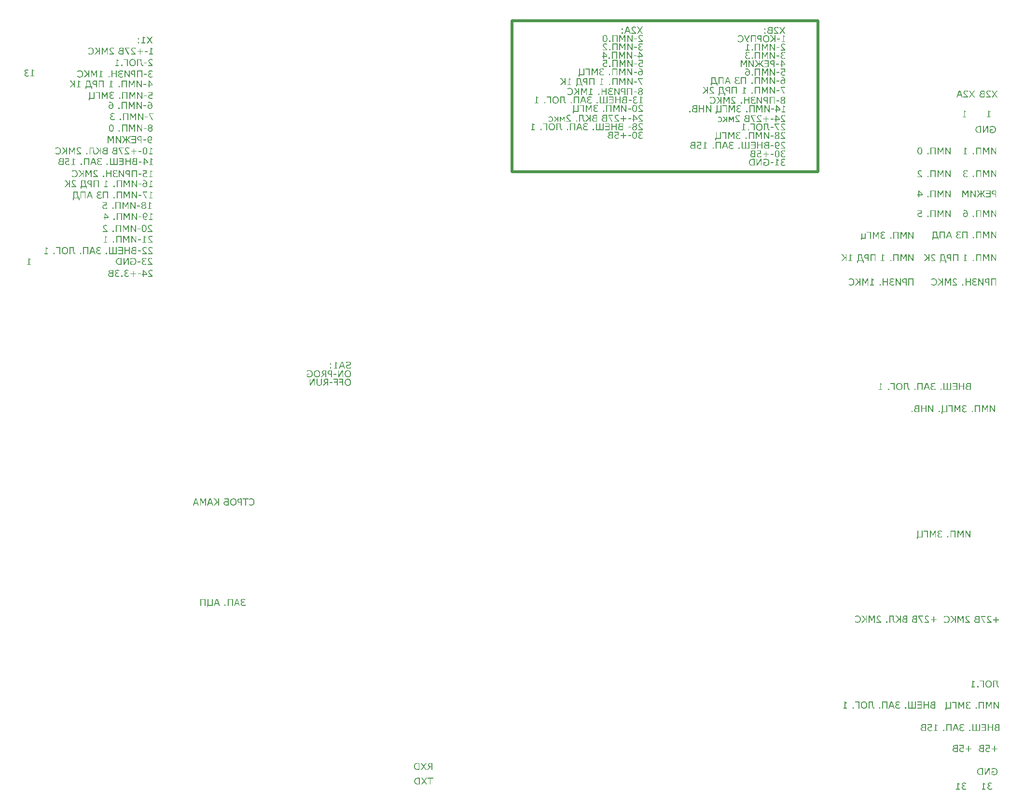
<source format=gbo>
G04*
G04 #@! TF.GenerationSoftware,Altium Limited,Altium Designer,21.9.2 (33)*
G04*
G04 Layer_Color=32896*
%FSLAX44Y44*%
%MOMM*%
G71*
G04*
G04 #@! TF.SameCoordinates,F3885508-5BA4-4F46-A5D4-ABF0D579B2B6*
G04*
G04*
G04 #@! TF.FilePolarity,Positive*
G04*
G01*
G75*
%ADD14C,0.5000*%
G36*
X297158Y1304869D02*
X297491Y1304832D01*
X297787Y1304795D01*
X298047Y1304758D01*
X298250Y1304721D01*
X298324Y1304702D01*
X298380D01*
X298398Y1304684D01*
X298417D01*
X298769Y1304591D01*
X299083Y1304517D01*
X299361Y1304443D01*
X299583Y1304369D01*
X299769Y1304295D01*
X299898Y1304239D01*
X299972Y1304221D01*
X300009Y1304202D01*
Y1302462D01*
X299917D01*
X299843Y1302499D01*
X299750Y1302554D01*
X299565Y1302647D01*
X299472Y1302684D01*
X299398Y1302721D01*
X299361Y1302758D01*
X299343D01*
X299046Y1302906D01*
X298917Y1302980D01*
X298787Y1303036D01*
X298695Y1303073D01*
X298621Y1303110D01*
X298565Y1303128D01*
X298547D01*
X298195Y1303239D01*
X298009Y1303276D01*
X297861Y1303332D01*
X297732Y1303351D01*
X297639Y1303387D01*
X297565Y1303406D01*
X297547D01*
X297139Y1303480D01*
X296936Y1303499D01*
X296769Y1303517D01*
X296602Y1303536D01*
X296158D01*
X295954Y1303517D01*
X295769Y1303499D01*
X295621D01*
X295491Y1303480D01*
X295399Y1303462D01*
X295343Y1303443D01*
X295325D01*
X295010Y1303369D01*
X294862Y1303313D01*
X294751Y1303276D01*
X294658Y1303221D01*
X294566Y1303202D01*
X294528Y1303165D01*
X294510D01*
X294269Y1302999D01*
X294084Y1302814D01*
X294028Y1302739D01*
X293973Y1302684D01*
X293936Y1302647D01*
Y1302628D01*
X293862Y1302499D01*
X293806Y1302369D01*
X293732Y1302128D01*
Y1302017D01*
X293714Y1301943D01*
Y1301888D01*
Y1301869D01*
Y1301684D01*
X293751Y1301517D01*
X293843Y1301221D01*
X293991Y1300962D01*
X294140Y1300758D01*
X294288Y1300591D01*
X294436Y1300462D01*
X294528Y1300388D01*
X294547Y1300369D01*
X294566D01*
X294899Y1300203D01*
X295269Y1300073D01*
X295639Y1299999D01*
X296010Y1299925D01*
X296325Y1299888D01*
X296454D01*
X296584Y1299869D01*
X298232D01*
Y1298499D01*
X296362D01*
X296121Y1298481D01*
X295899Y1298462D01*
X295714Y1298444D01*
X295565Y1298425D01*
X295436Y1298407D01*
X295362Y1298388D01*
X295343D01*
X295121Y1298333D01*
X294936Y1298295D01*
X294769Y1298221D01*
X294621Y1298166D01*
X294510Y1298110D01*
X294417Y1298073D01*
X294362Y1298055D01*
X294343Y1298036D01*
X294065Y1297832D01*
X293954Y1297703D01*
X293862Y1297610D01*
X293788Y1297518D01*
X293732Y1297444D01*
X293714Y1297388D01*
X293695Y1297370D01*
X293603Y1297203D01*
X293547Y1297036D01*
X293491Y1296870D01*
X293473Y1296703D01*
X293454Y1296555D01*
X293436Y1296444D01*
Y1296370D01*
Y1296333D01*
Y1296129D01*
X293473Y1295944D01*
X293491Y1295759D01*
X293528Y1295611D01*
X293566Y1295499D01*
X293603Y1295388D01*
X293621Y1295333D01*
X293640Y1295314D01*
X293732Y1295148D01*
X293825Y1295000D01*
X293936Y1294870D01*
X294028Y1294759D01*
X294121Y1294648D01*
X294195Y1294574D01*
X294251Y1294537D01*
X294269Y1294518D01*
X294436Y1294407D01*
X294621Y1294296D01*
X294806Y1294222D01*
X294991Y1294148D01*
X295140Y1294092D01*
X295269Y1294055D01*
X295343Y1294018D01*
X295380D01*
X295621Y1293963D01*
X295862Y1293925D01*
X296065Y1293889D01*
X296250Y1293870D01*
X296399D01*
X296528Y1293851D01*
X296621D01*
X296954Y1293870D01*
X297306Y1293907D01*
X297621Y1293944D01*
X297917Y1294000D01*
X298158Y1294055D01*
X298361Y1294111D01*
X298435Y1294129D01*
X298491D01*
X298510Y1294148D01*
X298528D01*
X298898Y1294277D01*
X299232Y1294407D01*
X299528Y1294537D01*
X299806Y1294666D01*
X300028Y1294777D01*
X300176Y1294870D01*
X300287Y1294925D01*
X300306Y1294944D01*
X300435D01*
Y1293148D01*
X300194Y1293055D01*
X299935Y1292981D01*
X299676Y1292907D01*
X299417Y1292833D01*
X299195Y1292778D01*
X299009Y1292740D01*
X298935Y1292722D01*
X298880D01*
X298861Y1292703D01*
X298843D01*
X298454Y1292629D01*
X298065Y1292574D01*
X297695Y1292537D01*
X297362Y1292518D01*
X297084Y1292500D01*
X296954Y1292481D01*
X296658D01*
X296269Y1292500D01*
X295899Y1292518D01*
X295547Y1292555D01*
X295251Y1292611D01*
X295010Y1292666D01*
X294825Y1292703D01*
X294751Y1292722D01*
X294695D01*
X294677Y1292740D01*
X294658D01*
X294325Y1292852D01*
X294028Y1292981D01*
X293751Y1293129D01*
X293528Y1293259D01*
X293343Y1293389D01*
X293195Y1293481D01*
X293121Y1293555D01*
X293084Y1293574D01*
X292880Y1293759D01*
X292695Y1293963D01*
X292547Y1294148D01*
X292418Y1294333D01*
X292306Y1294481D01*
X292232Y1294611D01*
X292177Y1294685D01*
X292158Y1294722D01*
X292029Y1294981D01*
X291936Y1295259D01*
X291880Y1295518D01*
X291825Y1295740D01*
X291807Y1295962D01*
X291788Y1296111D01*
Y1296222D01*
Y1296259D01*
X291807Y1296555D01*
X291825Y1296814D01*
X291862Y1297036D01*
X291918Y1297240D01*
X291973Y1297388D01*
X292010Y1297499D01*
X292029Y1297573D01*
X292047Y1297592D01*
X292140Y1297777D01*
X292251Y1297944D01*
X292362Y1298092D01*
X292473Y1298221D01*
X292566Y1298333D01*
X292621Y1298407D01*
X292677Y1298444D01*
X292695Y1298462D01*
X292992Y1298666D01*
X293251Y1298832D01*
X293380Y1298888D01*
X293473Y1298925D01*
X293528Y1298962D01*
X293547D01*
X293880Y1299092D01*
X294028Y1299147D01*
X294158Y1299184D01*
X294269Y1299203D01*
X294362Y1299221D01*
X294417Y1299240D01*
X294436D01*
Y1299351D01*
X294065Y1299462D01*
X293751Y1299592D01*
X293454Y1299740D01*
X293214Y1299906D01*
X293029Y1300036D01*
X292880Y1300166D01*
X292806Y1300240D01*
X292769Y1300277D01*
X292547Y1300554D01*
X292381Y1300851D01*
X292269Y1301147D01*
X292177Y1301425D01*
X292140Y1301665D01*
X292121Y1301851D01*
X292103Y1301925D01*
Y1301980D01*
Y1301999D01*
Y1302017D01*
X292121Y1302276D01*
X292158Y1302517D01*
X292214Y1302739D01*
X292269Y1302925D01*
X292325Y1303073D01*
X292381Y1303184D01*
X292418Y1303258D01*
X292436Y1303276D01*
X292566Y1303480D01*
X292732Y1303665D01*
X292880Y1303813D01*
X293047Y1303961D01*
X293177Y1304073D01*
X293288Y1304147D01*
X293362Y1304202D01*
X293399Y1304221D01*
X293621Y1304350D01*
X293862Y1304462D01*
X294065Y1304554D01*
X294269Y1304628D01*
X294454Y1304665D01*
X294584Y1304702D01*
X294677Y1304739D01*
X294714D01*
X294991Y1304795D01*
X295269Y1304832D01*
X295565Y1304869D01*
X295825Y1304887D01*
X296065Y1304906D01*
X296787D01*
X297158Y1304869D01*
D02*
G37*
G36*
X349856Y1292703D02*
X348375D01*
Y1302999D01*
X345079Y1295999D01*
X344134D01*
X340801Y1302999D01*
Y1292703D01*
X339209D01*
Y1304665D01*
X341431D01*
X344505Y1297999D01*
X347708Y1304665D01*
X349856D01*
Y1292703D01*
D02*
G37*
G36*
X370076Y1297222D02*
X365058D01*
Y1298666D01*
X370076D01*
Y1297222D01*
D02*
G37*
G36*
X362207Y1292703D02*
X360596D01*
X354670Y1302276D01*
Y1292703D01*
X353078D01*
Y1304665D01*
X354781D01*
X360614Y1295222D01*
Y1304665D01*
X362207D01*
Y1292703D01*
D02*
G37*
G36*
X387223Y1304536D02*
X387260Y1304369D01*
X387297Y1304221D01*
X387352Y1304091D01*
X387389Y1303999D01*
X387426Y1303925D01*
X387445Y1303887D01*
X387463Y1303869D01*
X387630Y1303665D01*
X387834Y1303517D01*
X387908Y1303443D01*
X387982Y1303406D01*
X388019Y1303387D01*
X388037Y1303369D01*
X388167Y1303313D01*
X388297Y1303276D01*
X388593Y1303202D01*
X388722Y1303165D01*
X388834Y1303147D01*
X388908Y1303128D01*
X388926D01*
X389333Y1303091D01*
X389519Y1303073D01*
X389685D01*
X389815Y1303054D01*
X390000D01*
Y1301962D01*
X387500D01*
Y1293925D01*
X390000D01*
Y1292703D01*
X383519D01*
Y1293925D01*
X385963D01*
Y1304721D01*
X387204D01*
X387223Y1304536D01*
D02*
G37*
G36*
X380519Y1303258D02*
X373724D01*
X379464Y1292703D01*
X377742D01*
X372335Y1302869D01*
Y1304665D01*
X380519D01*
Y1303258D01*
D02*
G37*
G36*
X335987Y1292703D02*
X334395D01*
Y1303258D01*
X328432D01*
Y1292703D01*
X326840D01*
Y1304665D01*
X335987D01*
Y1292703D01*
D02*
G37*
G36*
X323192D02*
X321266D01*
Y1295000D01*
X323192D01*
Y1292703D01*
D02*
G37*
G36*
X311841D02*
X310249D01*
Y1303258D01*
X304287D01*
Y1292703D01*
X302694D01*
Y1304665D01*
X311841D01*
Y1292703D01*
D02*
G37*
G36*
X284955D02*
X283344D01*
X282178Y1296036D01*
X276975D01*
X275808Y1292703D01*
X274105D01*
X278475Y1304665D01*
X280604D01*
X284955Y1292703D01*
D02*
G37*
G36*
X272290D02*
X270698D01*
Y1303258D01*
X264735D01*
Y1292703D01*
X263143D01*
Y1304665D01*
X272290D01*
Y1292703D01*
D02*
G37*
G36*
X258199Y1304054D02*
X258217Y1303462D01*
X258254Y1302888D01*
X258291Y1302332D01*
X258347Y1301795D01*
X258403Y1301295D01*
X258458Y1300832D01*
X258514Y1300388D01*
X258569Y1299999D01*
X258625Y1299647D01*
X258680Y1299332D01*
X258736Y1299073D01*
X258773Y1298869D01*
X258810Y1298721D01*
X258828Y1298629D01*
Y1298592D01*
X258958Y1298092D01*
X259088Y1297610D01*
X259217Y1297147D01*
X259347Y1296721D01*
X259495Y1296314D01*
X259625Y1295962D01*
X259773Y1295611D01*
X259902Y1295314D01*
X260014Y1295036D01*
X260125Y1294796D01*
X260236Y1294592D01*
X260328Y1294426D01*
X260402Y1294296D01*
X260439Y1294185D01*
X260476Y1294129D01*
X260495Y1294111D01*
X261458D01*
Y1290000D01*
X259939D01*
Y1292740D01*
X251496D01*
Y1290000D01*
X249977D01*
Y1294111D01*
X251107D01*
Y1304665D01*
X258199D01*
Y1304054D01*
D02*
G37*
G36*
X1234668Y1594302D02*
X1235002Y1594283D01*
X1235316Y1594246D01*
X1235594Y1594209D01*
X1235835Y1594154D01*
X1236020Y1594117D01*
X1236094Y1594098D01*
X1236150D01*
X1236168Y1594080D01*
X1236187D01*
X1236520Y1593987D01*
X1236816Y1593895D01*
X1237075Y1593802D01*
X1237298Y1593728D01*
X1237464Y1593654D01*
X1237575Y1593617D01*
X1237668Y1593580D01*
X1237686Y1593561D01*
Y1591876D01*
X1237612D01*
X1237316Y1592061D01*
X1237001Y1592209D01*
X1236724Y1592358D01*
X1236483Y1592469D01*
X1236279Y1592543D01*
X1236113Y1592598D01*
X1236001Y1592635D01*
X1235964Y1592654D01*
X1235650Y1592746D01*
X1235353Y1592821D01*
X1235094Y1592858D01*
X1234853Y1592895D01*
X1234650Y1592913D01*
X1234502Y1592932D01*
X1234372D01*
X1233983Y1592913D01*
X1233650Y1592858D01*
X1233354Y1592765D01*
X1233113Y1592672D01*
X1232928Y1592561D01*
X1232780Y1592487D01*
X1232706Y1592413D01*
X1232669Y1592395D01*
X1232465Y1592191D01*
X1232298Y1591950D01*
X1232187Y1591710D01*
X1232113Y1591487D01*
X1232076Y1591265D01*
X1232039Y1591098D01*
Y1590987D01*
Y1590969D01*
Y1590950D01*
X1232057Y1590580D01*
X1232132Y1590228D01*
X1232224Y1589895D01*
X1232317Y1589617D01*
X1232428Y1589377D01*
X1232520Y1589191D01*
X1232557Y1589136D01*
X1232594Y1589080D01*
X1232613Y1589062D01*
Y1589043D01*
X1232724Y1588876D01*
X1232872Y1588691D01*
X1233187Y1588302D01*
X1233539Y1587914D01*
X1233891Y1587525D01*
X1234205Y1587191D01*
X1234353Y1587043D01*
X1234483Y1586914D01*
X1234576Y1586821D01*
X1234650Y1586747D01*
X1234705Y1586692D01*
X1234724Y1586673D01*
X1235279Y1586155D01*
X1235557Y1585914D01*
X1235798Y1585692D01*
X1236001Y1585506D01*
X1236168Y1585377D01*
X1236279Y1585284D01*
X1236298Y1585247D01*
X1236316D01*
X1236631Y1584969D01*
X1236927Y1584710D01*
X1237205Y1584470D01*
X1237464Y1584247D01*
X1237668Y1584062D01*
X1237835Y1583933D01*
X1237946Y1583840D01*
X1237964Y1583803D01*
X1237983D01*
Y1582118D01*
X1229910D01*
Y1583507D01*
X1236335D01*
X1235724Y1584007D01*
X1235446Y1584266D01*
X1235187Y1584488D01*
X1234965Y1584673D01*
X1234779Y1584821D01*
X1234668Y1584914D01*
X1234650Y1584951D01*
X1234631D01*
X1234279Y1585247D01*
X1233965Y1585544D01*
X1233668Y1585821D01*
X1233391Y1586080D01*
X1233168Y1586284D01*
X1233002Y1586451D01*
X1232891Y1586562D01*
X1232854Y1586599D01*
X1232631Y1586803D01*
X1232446Y1587006D01*
X1232280Y1587191D01*
X1232113Y1587340D01*
X1232002Y1587469D01*
X1231909Y1587562D01*
X1231854Y1587636D01*
X1231835Y1587654D01*
X1231539Y1588006D01*
X1231409Y1588173D01*
X1231298Y1588321D01*
X1231224Y1588451D01*
X1231150Y1588543D01*
X1231113Y1588617D01*
X1231095Y1588636D01*
X1230872Y1589043D01*
X1230798Y1589228D01*
X1230724Y1589395D01*
X1230669Y1589543D01*
X1230632Y1589654D01*
X1230595Y1589728D01*
Y1589747D01*
X1230483Y1590191D01*
X1230446Y1590413D01*
X1230428Y1590617D01*
X1230409Y1590784D01*
Y1590913D01*
Y1590987D01*
Y1591024D01*
X1230428Y1591302D01*
X1230446Y1591561D01*
X1230502Y1591802D01*
X1230576Y1592043D01*
X1230743Y1592450D01*
X1230928Y1592802D01*
X1231039Y1592950D01*
X1231132Y1593080D01*
X1231224Y1593172D01*
X1231298Y1593265D01*
X1231372Y1593339D01*
X1231428Y1593395D01*
X1231446Y1593413D01*
X1231465Y1593432D01*
X1231669Y1593580D01*
X1231891Y1593728D01*
X1232354Y1593950D01*
X1232835Y1594098D01*
X1233279Y1594209D01*
X1233502Y1594246D01*
X1233705Y1594283D01*
X1233872Y1594302D01*
X1234039D01*
X1234150Y1594320D01*
X1234335D01*
X1234668Y1594302D01*
D02*
G37*
G36*
X1245852Y1588080D02*
X1250000Y1582118D01*
X1248278D01*
X1244945Y1587025D01*
X1241686Y1582118D01*
X1239834D01*
X1243964Y1588154D01*
X1239834Y1594080D01*
X1241575D01*
X1244871Y1589210D01*
X1248074Y1594080D01*
X1249907D01*
X1245852Y1588080D01*
D02*
G37*
G36*
X1214781Y1588802D02*
X1212856D01*
Y1591098D01*
X1214781D01*
Y1588802D01*
D02*
G37*
G36*
X1228613Y1582118D02*
X1227002D01*
X1225836Y1585451D01*
X1220633D01*
X1219466Y1582118D01*
X1217763D01*
X1222132Y1594080D01*
X1224262D01*
X1228613Y1582118D01*
D02*
G37*
G36*
X1214781D02*
X1212856D01*
Y1584414D01*
X1214781D01*
Y1582118D01*
D02*
G37*
G36*
X1246685Y1579707D02*
X1247019Y1579689D01*
X1247334Y1579652D01*
X1247611Y1579615D01*
X1247852Y1579559D01*
X1248037Y1579522D01*
X1248111Y1579503D01*
X1248167D01*
X1248185Y1579485D01*
X1248204D01*
X1248537Y1579392D01*
X1248833Y1579300D01*
X1249093Y1579207D01*
X1249315Y1579133D01*
X1249482Y1579059D01*
X1249593Y1579022D01*
X1249685Y1578985D01*
X1249704Y1578966D01*
Y1577281D01*
X1249630D01*
X1249333Y1577467D01*
X1249019Y1577615D01*
X1248741Y1577763D01*
X1248500Y1577874D01*
X1248297Y1577948D01*
X1248130Y1578004D01*
X1248019Y1578041D01*
X1247982Y1578059D01*
X1247667Y1578152D01*
X1247371Y1578226D01*
X1247111Y1578263D01*
X1246871Y1578300D01*
X1246667Y1578318D01*
X1246519Y1578337D01*
X1246389D01*
X1246000Y1578318D01*
X1245667Y1578263D01*
X1245371Y1578170D01*
X1245130Y1578078D01*
X1244945Y1577966D01*
X1244797Y1577892D01*
X1244723Y1577818D01*
X1244686Y1577800D01*
X1244482Y1577596D01*
X1244315Y1577355D01*
X1244204Y1577115D01*
X1244130Y1576893D01*
X1244093Y1576670D01*
X1244056Y1576504D01*
Y1576393D01*
Y1576374D01*
Y1576356D01*
X1244075Y1575985D01*
X1244149Y1575634D01*
X1244241Y1575300D01*
X1244334Y1575022D01*
X1244445Y1574782D01*
X1244538Y1574597D01*
X1244575Y1574541D01*
X1244612Y1574485D01*
X1244630Y1574467D01*
Y1574448D01*
X1244741Y1574282D01*
X1244889Y1574097D01*
X1245204Y1573708D01*
X1245556Y1573319D01*
X1245908Y1572930D01*
X1246223Y1572597D01*
X1246371Y1572449D01*
X1246500Y1572319D01*
X1246593Y1572226D01*
X1246667Y1572152D01*
X1246723Y1572097D01*
X1246741Y1572078D01*
X1247297Y1571560D01*
X1247574Y1571319D01*
X1247815Y1571097D01*
X1248019Y1570912D01*
X1248185Y1570782D01*
X1248297Y1570690D01*
X1248315Y1570652D01*
X1248334D01*
X1248648Y1570375D01*
X1248944Y1570116D01*
X1249222Y1569875D01*
X1249482Y1569653D01*
X1249685Y1569467D01*
X1249852Y1569338D01*
X1249963Y1569245D01*
X1249982Y1569208D01*
X1250000D01*
Y1567523D01*
X1241927D01*
Y1568912D01*
X1248352D01*
X1247741Y1569412D01*
X1247463Y1569671D01*
X1247204Y1569893D01*
X1246982Y1570078D01*
X1246797Y1570227D01*
X1246685Y1570319D01*
X1246667Y1570356D01*
X1246648D01*
X1246297Y1570652D01*
X1245982Y1570949D01*
X1245686Y1571227D01*
X1245408Y1571486D01*
X1245186Y1571689D01*
X1245019Y1571856D01*
X1244908Y1571967D01*
X1244871Y1572004D01*
X1244649Y1572208D01*
X1244464Y1572412D01*
X1244297Y1572597D01*
X1244130Y1572745D01*
X1244019Y1572874D01*
X1243926Y1572967D01*
X1243871Y1573041D01*
X1243852Y1573060D01*
X1243556Y1573412D01*
X1243427Y1573578D01*
X1243316Y1573726D01*
X1243241Y1573856D01*
X1243167Y1573948D01*
X1243130Y1574023D01*
X1243112Y1574041D01*
X1242890Y1574448D01*
X1242815Y1574634D01*
X1242741Y1574800D01*
X1242686Y1574948D01*
X1242649Y1575059D01*
X1242612Y1575134D01*
Y1575152D01*
X1242501Y1575596D01*
X1242464Y1575819D01*
X1242445Y1576022D01*
X1242427Y1576189D01*
Y1576319D01*
Y1576393D01*
Y1576430D01*
X1242445Y1576707D01*
X1242464Y1576967D01*
X1242519Y1577207D01*
X1242593Y1577448D01*
X1242760Y1577855D01*
X1242945Y1578207D01*
X1243056Y1578355D01*
X1243149Y1578485D01*
X1243241Y1578578D01*
X1243316Y1578670D01*
X1243390Y1578744D01*
X1243445Y1578800D01*
X1243464Y1578818D01*
X1243482Y1578837D01*
X1243686Y1578985D01*
X1243908Y1579133D01*
X1244371Y1579355D01*
X1244852Y1579503D01*
X1245297Y1579615D01*
X1245519Y1579652D01*
X1245723Y1579689D01*
X1245889Y1579707D01*
X1246056D01*
X1246167Y1579726D01*
X1246352D01*
X1246685Y1579707D01*
D02*
G37*
G36*
X1219392Y1567523D02*
X1217911D01*
Y1577818D01*
X1214615Y1570819D01*
X1213670D01*
X1210337Y1577818D01*
Y1567523D01*
X1208745D01*
Y1579485D01*
X1210967D01*
X1214041Y1572819D01*
X1217244Y1579485D01*
X1219392D01*
Y1567523D01*
D02*
G37*
G36*
X1239612Y1572041D02*
X1234594D01*
Y1573486D01*
X1239612D01*
Y1572041D01*
D02*
G37*
G36*
X1231743Y1567523D02*
X1230132D01*
X1224206Y1577096D01*
Y1567523D01*
X1222614D01*
Y1579485D01*
X1224317D01*
X1230150Y1570041D01*
Y1579485D01*
X1231743D01*
Y1567523D01*
D02*
G37*
G36*
X1205523D02*
X1203931D01*
Y1578078D01*
X1197968D01*
Y1567523D01*
X1196376D01*
Y1579485D01*
X1205523D01*
Y1567523D01*
D02*
G37*
G36*
X1192728D02*
X1190802D01*
Y1569819D01*
X1192728D01*
Y1567523D01*
D02*
G37*
G36*
X1183951Y1579707D02*
X1184303Y1579652D01*
X1184636Y1579577D01*
X1184951Y1579485D01*
X1185229Y1579374D01*
X1185488Y1579244D01*
X1185710Y1579096D01*
X1185933Y1578966D01*
X1186099Y1578818D01*
X1186266Y1578670D01*
X1186395Y1578541D01*
X1186507Y1578430D01*
X1186581Y1578337D01*
X1186636Y1578263D01*
X1186673Y1578207D01*
X1186692Y1578189D01*
X1186858Y1577892D01*
X1187025Y1577559D01*
X1187155Y1577189D01*
X1187266Y1576819D01*
X1187451Y1576041D01*
X1187562Y1575263D01*
X1187599Y1574911D01*
X1187636Y1574578D01*
X1187655Y1574263D01*
X1187673Y1574004D01*
X1187692Y1573782D01*
Y1573634D01*
Y1573523D01*
Y1573504D01*
Y1573486D01*
X1187673Y1572912D01*
X1187655Y1572375D01*
X1187599Y1571875D01*
X1187543Y1571412D01*
X1187469Y1571004D01*
X1187377Y1570616D01*
X1187284Y1570264D01*
X1187192Y1569949D01*
X1187118Y1569690D01*
X1187025Y1569449D01*
X1186932Y1569245D01*
X1186858Y1569097D01*
X1186803Y1568967D01*
X1186747Y1568875D01*
X1186729Y1568819D01*
X1186710Y1568801D01*
X1186507Y1568542D01*
X1186284Y1568301D01*
X1186044Y1568097D01*
X1185803Y1567930D01*
X1185544Y1567782D01*
X1185266Y1567653D01*
X1185007Y1567560D01*
X1184766Y1567468D01*
X1184525Y1567412D01*
X1184303Y1567357D01*
X1184099Y1567338D01*
X1183914Y1567301D01*
X1183766D01*
X1183655Y1567283D01*
X1183562D01*
X1183174Y1567301D01*
X1182822Y1567357D01*
X1182488Y1567431D01*
X1182174Y1567523D01*
X1181896Y1567634D01*
X1181637Y1567764D01*
X1181396Y1567894D01*
X1181192Y1568042D01*
X1181026Y1568171D01*
X1180859Y1568301D01*
X1180729Y1568430D01*
X1180618Y1568542D01*
X1180544Y1568653D01*
X1180489Y1568727D01*
X1180452Y1568764D01*
X1180433Y1568782D01*
X1180248Y1569079D01*
X1180100Y1569412D01*
X1179952Y1569782D01*
X1179841Y1570152D01*
X1179655Y1570930D01*
X1179544Y1571708D01*
X1179507Y1572060D01*
X1179470Y1572412D01*
X1179452Y1572708D01*
X1179433Y1572986D01*
X1179415Y1573189D01*
Y1573356D01*
Y1573467D01*
Y1573504D01*
X1179433Y1574078D01*
X1179452Y1574597D01*
X1179507Y1575096D01*
X1179563Y1575559D01*
X1179637Y1575967D01*
X1179730Y1576356D01*
X1179822Y1576707D01*
X1179915Y1577004D01*
X1180007Y1577281D01*
X1180100Y1577522D01*
X1180174Y1577726D01*
X1180266Y1577874D01*
X1180322Y1578004D01*
X1180378Y1578096D01*
X1180396Y1578152D01*
X1180415Y1578170D01*
X1180618Y1578448D01*
X1180841Y1578689D01*
X1181081Y1578892D01*
X1181322Y1579077D01*
X1181581Y1579226D01*
X1181840Y1579355D01*
X1182118Y1579448D01*
X1182359Y1579541D01*
X1182600Y1579596D01*
X1182822Y1579652D01*
X1183025Y1579670D01*
X1183211Y1579707D01*
X1183359D01*
X1183470Y1579726D01*
X1183562D01*
X1183951Y1579707D01*
D02*
G37*
G36*
X1246611Y1564872D02*
X1246945Y1564853D01*
X1247260Y1564816D01*
X1247556Y1564779D01*
X1247796Y1564724D01*
X1247982Y1564686D01*
X1248056Y1564668D01*
X1248111D01*
X1248130Y1564649D01*
X1248148D01*
X1248482Y1564557D01*
X1248778Y1564464D01*
X1249037Y1564372D01*
X1249259Y1564298D01*
X1249426Y1564223D01*
X1249537Y1564187D01*
X1249630Y1564149D01*
X1249648Y1564131D01*
Y1562446D01*
X1249574D01*
X1249278Y1562631D01*
X1249000Y1562779D01*
X1248722Y1562909D01*
X1248482Y1563020D01*
X1248278Y1563112D01*
X1248111Y1563168D01*
X1248000Y1563205D01*
X1247963Y1563224D01*
X1247648Y1563316D01*
X1247334Y1563390D01*
X1247056Y1563427D01*
X1246815Y1563464D01*
X1246611Y1563483D01*
X1246463Y1563501D01*
X1246334D01*
X1245982Y1563483D01*
X1245834Y1563464D01*
X1245704D01*
X1245593Y1563446D01*
X1245519Y1563427D01*
X1245463Y1563409D01*
X1245445D01*
X1245149Y1563335D01*
X1245019Y1563298D01*
X1244908Y1563242D01*
X1244815Y1563205D01*
X1244741Y1563168D01*
X1244704Y1563150D01*
X1244686Y1563131D01*
X1244464Y1562946D01*
X1244297Y1562779D01*
X1244241Y1562687D01*
X1244204Y1562631D01*
X1244167Y1562594D01*
Y1562576D01*
X1244056Y1562335D01*
X1244001Y1562094D01*
X1243982Y1561983D01*
Y1561909D01*
Y1561853D01*
Y1561835D01*
X1244019Y1561483D01*
X1244093Y1561187D01*
X1244223Y1560928D01*
X1244352Y1560724D01*
X1244482Y1560557D01*
X1244612Y1560428D01*
X1244686Y1560354D01*
X1244723Y1560335D01*
X1245019Y1560168D01*
X1245334Y1560039D01*
X1245667Y1559965D01*
X1245982Y1559891D01*
X1246260Y1559854D01*
X1246371D01*
X1246482Y1559835D01*
X1247241D01*
Y1558502D01*
X1246519D01*
X1246093Y1558483D01*
X1245908Y1558465D01*
X1245741D01*
X1245612Y1558446D01*
X1245500Y1558428D01*
X1245426Y1558409D01*
X1245408D01*
X1245223Y1558372D01*
X1245056Y1558317D01*
X1244889Y1558261D01*
X1244760Y1558206D01*
X1244667Y1558150D01*
X1244593Y1558094D01*
X1244538Y1558076D01*
X1244519Y1558058D01*
X1244278Y1557854D01*
X1244112Y1557632D01*
X1244038Y1557539D01*
X1244001Y1557465D01*
X1243964Y1557409D01*
Y1557391D01*
X1243889Y1557224D01*
X1243834Y1557058D01*
X1243797Y1556872D01*
X1243760Y1556706D01*
Y1556558D01*
X1243741Y1556447D01*
Y1556373D01*
Y1556335D01*
Y1556095D01*
X1243778Y1555891D01*
X1243797Y1555706D01*
X1243834Y1555558D01*
X1243871Y1555428D01*
X1243889Y1555336D01*
X1243926Y1555280D01*
Y1555262D01*
X1244093Y1554965D01*
X1244186Y1554836D01*
X1244278Y1554706D01*
X1244352Y1554613D01*
X1244426Y1554539D01*
X1244464Y1554502D01*
X1244482Y1554484D01*
X1244630Y1554373D01*
X1244778Y1554280D01*
X1245075Y1554132D01*
X1245204Y1554076D01*
X1245315Y1554039D01*
X1245389Y1554002D01*
X1245408D01*
X1245815Y1553910D01*
X1246000Y1553873D01*
X1246167Y1553854D01*
X1246297D01*
X1246389Y1553836D01*
X1246482D01*
X1246815Y1553854D01*
X1247130Y1553891D01*
X1247426Y1553928D01*
X1247704Y1553984D01*
X1247945Y1554039D01*
X1248111Y1554095D01*
X1248185Y1554113D01*
X1248241D01*
X1248259Y1554132D01*
X1248278D01*
X1248611Y1554243D01*
X1248926Y1554373D01*
X1249185Y1554502D01*
X1249426Y1554632D01*
X1249630Y1554724D01*
X1249759Y1554817D01*
X1249852Y1554873D01*
X1249889Y1554891D01*
X1250000D01*
Y1553188D01*
X1249759Y1553095D01*
X1249500Y1552984D01*
X1249241Y1552910D01*
X1248982Y1552836D01*
X1248759Y1552780D01*
X1248593Y1552725D01*
X1248519Y1552706D01*
X1248463D01*
X1248445Y1552688D01*
X1248426D01*
X1248056Y1552614D01*
X1247704Y1552558D01*
X1247389Y1552502D01*
X1247074Y1552484D01*
X1246834Y1552466D01*
X1246630Y1552447D01*
X1246463D01*
X1246112Y1552466D01*
X1245760Y1552484D01*
X1245463Y1552521D01*
X1245204Y1552577D01*
X1244982Y1552632D01*
X1244815Y1552669D01*
X1244704Y1552688D01*
X1244667Y1552706D01*
X1244371Y1552817D01*
X1244112Y1552947D01*
X1243871Y1553076D01*
X1243649Y1553225D01*
X1243482Y1553336D01*
X1243371Y1553447D01*
X1243279Y1553521D01*
X1243260Y1553539D01*
X1243075Y1553743D01*
X1242908Y1553928D01*
X1242760Y1554132D01*
X1242649Y1554317D01*
X1242556Y1554484D01*
X1242482Y1554613D01*
X1242445Y1554688D01*
X1242427Y1554724D01*
X1242316Y1554984D01*
X1242242Y1555243D01*
X1242186Y1555502D01*
X1242149Y1555724D01*
X1242130Y1555928D01*
X1242112Y1556095D01*
Y1556187D01*
Y1556224D01*
X1242130Y1556521D01*
X1242149Y1556780D01*
X1242186Y1557002D01*
X1242242Y1557206D01*
X1242297Y1557354D01*
X1242334Y1557465D01*
X1242353Y1557539D01*
X1242371Y1557558D01*
X1242464Y1557743D01*
X1242575Y1557928D01*
X1242667Y1558076D01*
X1242778Y1558187D01*
X1242871Y1558298D01*
X1242927Y1558372D01*
X1242982Y1558409D01*
X1243001Y1558428D01*
X1243279Y1558650D01*
X1243556Y1558798D01*
X1243667Y1558872D01*
X1243760Y1558909D01*
X1243834Y1558946D01*
X1243852D01*
X1244204Y1559076D01*
X1244352Y1559113D01*
X1244482Y1559150D01*
X1244593Y1559187D01*
X1244667D01*
X1244723Y1559205D01*
X1244741D01*
Y1559317D01*
X1244389Y1559409D01*
X1244075Y1559557D01*
X1243797Y1559706D01*
X1243538Y1559872D01*
X1243353Y1560020D01*
X1243204Y1560150D01*
X1243112Y1560224D01*
X1243075Y1560261D01*
X1242834Y1560557D01*
X1242649Y1560853D01*
X1242519Y1561131D01*
X1242445Y1561409D01*
X1242390Y1561650D01*
X1242371Y1561835D01*
X1242353Y1561909D01*
Y1561965D01*
Y1561983D01*
Y1562001D01*
X1242371Y1562261D01*
X1242408Y1562502D01*
X1242445Y1562724D01*
X1242501Y1562909D01*
X1242575Y1563057D01*
X1242612Y1563168D01*
X1242649Y1563242D01*
X1242667Y1563261D01*
X1242797Y1563464D01*
X1242927Y1563649D01*
X1243075Y1563798D01*
X1243204Y1563946D01*
X1243334Y1564057D01*
X1243445Y1564131D01*
X1243519Y1564187D01*
X1243538Y1564205D01*
X1243945Y1564427D01*
X1244149Y1564520D01*
X1244334Y1564594D01*
X1244501Y1564649D01*
X1244630Y1564686D01*
X1244704Y1564724D01*
X1244741D01*
X1245001Y1564779D01*
X1245260Y1564816D01*
X1245519Y1564853D01*
X1245760Y1564872D01*
X1245963Y1564890D01*
X1246278D01*
X1246611Y1564872D01*
D02*
G37*
G36*
X1184211D02*
X1184544Y1564853D01*
X1184859Y1564816D01*
X1185136Y1564779D01*
X1185377Y1564724D01*
X1185562Y1564686D01*
X1185636Y1564668D01*
X1185692D01*
X1185710Y1564649D01*
X1185729D01*
X1186062Y1564557D01*
X1186358Y1564464D01*
X1186618Y1564372D01*
X1186840Y1564298D01*
X1187007Y1564223D01*
X1187118Y1564187D01*
X1187210Y1564149D01*
X1187229Y1564131D01*
Y1562446D01*
X1187155D01*
X1186858Y1562631D01*
X1186544Y1562779D01*
X1186266Y1562927D01*
X1186025Y1563038D01*
X1185822Y1563112D01*
X1185655Y1563168D01*
X1185544Y1563205D01*
X1185507Y1563224D01*
X1185192Y1563316D01*
X1184896Y1563390D01*
X1184636Y1563427D01*
X1184396Y1563464D01*
X1184192Y1563483D01*
X1184044Y1563501D01*
X1183914D01*
X1183525Y1563483D01*
X1183192Y1563427D01*
X1182896Y1563335D01*
X1182655Y1563242D01*
X1182470Y1563131D01*
X1182322Y1563057D01*
X1182248Y1562983D01*
X1182211Y1562964D01*
X1182007Y1562761D01*
X1181840Y1562520D01*
X1181729Y1562279D01*
X1181655Y1562057D01*
X1181618Y1561835D01*
X1181581Y1561668D01*
Y1561557D01*
Y1561539D01*
Y1561520D01*
X1181600Y1561150D01*
X1181674Y1560798D01*
X1181766Y1560465D01*
X1181859Y1560187D01*
X1181970Y1559946D01*
X1182063Y1559761D01*
X1182100Y1559706D01*
X1182137Y1559650D01*
X1182155Y1559631D01*
Y1559613D01*
X1182266Y1559446D01*
X1182414Y1559261D01*
X1182729Y1558872D01*
X1183081Y1558483D01*
X1183433Y1558094D01*
X1183748Y1557761D01*
X1183896Y1557613D01*
X1184025Y1557484D01*
X1184118Y1557391D01*
X1184192Y1557317D01*
X1184248Y1557261D01*
X1184266Y1557243D01*
X1184822Y1556724D01*
X1185099Y1556484D01*
X1185340Y1556261D01*
X1185544Y1556076D01*
X1185710Y1555947D01*
X1185822Y1555854D01*
X1185840Y1555817D01*
X1185859D01*
X1186173Y1555539D01*
X1186469Y1555280D01*
X1186747Y1555039D01*
X1187007Y1554817D01*
X1187210Y1554632D01*
X1187377Y1554502D01*
X1187488Y1554410D01*
X1187506Y1554373D01*
X1187525D01*
Y1552688D01*
X1179452D01*
Y1554076D01*
X1185877D01*
X1185266Y1554576D01*
X1184988Y1554836D01*
X1184729Y1555058D01*
X1184507Y1555243D01*
X1184322Y1555391D01*
X1184211Y1555484D01*
X1184192Y1555521D01*
X1184174D01*
X1183822Y1555817D01*
X1183507Y1556113D01*
X1183211Y1556391D01*
X1182933Y1556650D01*
X1182711Y1556854D01*
X1182544Y1557021D01*
X1182433Y1557132D01*
X1182396Y1557169D01*
X1182174Y1557372D01*
X1181989Y1557576D01*
X1181822Y1557761D01*
X1181655Y1557909D01*
X1181544Y1558039D01*
X1181451Y1558132D01*
X1181396Y1558206D01*
X1181377Y1558224D01*
X1181081Y1558576D01*
X1180952Y1558743D01*
X1180841Y1558891D01*
X1180766Y1559020D01*
X1180692Y1559113D01*
X1180655Y1559187D01*
X1180637Y1559205D01*
X1180415Y1559613D01*
X1180340Y1559798D01*
X1180266Y1559965D01*
X1180211Y1560113D01*
X1180174Y1560224D01*
X1180137Y1560298D01*
Y1560316D01*
X1180026Y1560761D01*
X1179989Y1560983D01*
X1179970Y1561187D01*
X1179952Y1561353D01*
Y1561483D01*
Y1561557D01*
Y1561594D01*
X1179970Y1561872D01*
X1179989Y1562131D01*
X1180044Y1562372D01*
X1180118Y1562613D01*
X1180285Y1563020D01*
X1180470Y1563372D01*
X1180581Y1563520D01*
X1180674Y1563649D01*
X1180766Y1563742D01*
X1180841Y1563835D01*
X1180915Y1563909D01*
X1180970Y1563964D01*
X1180989Y1563983D01*
X1181007Y1564001D01*
X1181211Y1564149D01*
X1181433Y1564298D01*
X1181896Y1564520D01*
X1182377Y1564668D01*
X1182822Y1564779D01*
X1183044Y1564816D01*
X1183248Y1564853D01*
X1183414Y1564872D01*
X1183581D01*
X1183692Y1564890D01*
X1183877D01*
X1184211Y1564872D01*
D02*
G37*
G36*
X1219429Y1552688D02*
X1217948D01*
Y1562983D01*
X1214652Y1555984D01*
X1213708D01*
X1210375Y1562983D01*
Y1552688D01*
X1208782D01*
Y1564649D01*
X1211004D01*
X1214078Y1557983D01*
X1217281Y1564649D01*
X1219429D01*
Y1552688D01*
D02*
G37*
G36*
X1239649Y1557206D02*
X1234631D01*
Y1558650D01*
X1239649D01*
Y1557206D01*
D02*
G37*
G36*
X1231780Y1552688D02*
X1230169D01*
X1224243Y1562261D01*
Y1552688D01*
X1222651D01*
Y1564649D01*
X1224354D01*
X1230187Y1555206D01*
Y1564649D01*
X1231780D01*
Y1552688D01*
D02*
G37*
G36*
X1205560D02*
X1203968D01*
Y1563242D01*
X1198005D01*
Y1552688D01*
X1196413D01*
Y1564649D01*
X1205560D01*
Y1552688D01*
D02*
G37*
G36*
X1192765D02*
X1190839D01*
Y1554984D01*
X1192765D01*
Y1552688D01*
D02*
G37*
G36*
X1218707Y1538093D02*
X1217226D01*
Y1548388D01*
X1213930Y1541389D01*
X1212985D01*
X1209652Y1548388D01*
Y1538093D01*
X1208060D01*
Y1550055D01*
X1210282D01*
X1213356Y1543389D01*
X1216559Y1550055D01*
X1218707D01*
Y1538093D01*
D02*
G37*
G36*
X1238927Y1542611D02*
X1233909D01*
Y1544055D01*
X1238927D01*
Y1542611D01*
D02*
G37*
G36*
X1231058Y1538093D02*
X1229447D01*
X1223521Y1547666D01*
Y1538093D01*
X1221929D01*
Y1550055D01*
X1223632D01*
X1229465Y1540611D01*
Y1550055D01*
X1231058D01*
Y1538093D01*
D02*
G37*
G36*
X1250000Y1543296D02*
Y1541463D01*
X1244260D01*
Y1538093D01*
X1242723D01*
Y1541463D01*
X1240945D01*
Y1542741D01*
X1242723D01*
Y1550055D01*
X1244204D01*
X1250000Y1543296D01*
D02*
G37*
G36*
X1204838Y1538093D02*
X1203246D01*
Y1548647D01*
X1197283D01*
Y1538093D01*
X1195691D01*
Y1550055D01*
X1204838D01*
Y1538093D01*
D02*
G37*
G36*
X1192043D02*
X1190117D01*
Y1540389D01*
X1192043D01*
Y1538093D01*
D02*
G37*
G36*
X1187488Y1543296D02*
Y1541463D01*
X1181748D01*
Y1538093D01*
X1180211D01*
Y1541463D01*
X1178433D01*
Y1542741D01*
X1180211D01*
Y1550055D01*
X1181692D01*
X1187488Y1543296D01*
D02*
G37*
G36*
X1249482Y1529534D02*
X1249111Y1529609D01*
X1248926Y1529627D01*
X1248759Y1529664D01*
X1248593Y1529683D01*
X1248482Y1529701D01*
X1248408Y1529720D01*
X1248371D01*
X1247871Y1529794D01*
X1247648Y1529812D01*
X1247426D01*
X1247260Y1529831D01*
X1246723D01*
X1246482Y1529812D01*
X1246260Y1529794D01*
X1246056Y1529775D01*
X1245889Y1529738D01*
X1245778Y1529720D01*
X1245686Y1529701D01*
X1245667D01*
X1245445Y1529646D01*
X1245241Y1529572D01*
X1245075Y1529516D01*
X1244926Y1529442D01*
X1244815Y1529368D01*
X1244723Y1529331D01*
X1244667Y1529294D01*
X1244649Y1529275D01*
X1244389Y1529053D01*
X1244204Y1528831D01*
X1244149Y1528738D01*
X1244093Y1528664D01*
X1244056Y1528609D01*
Y1528590D01*
X1243982Y1528423D01*
X1243926Y1528238D01*
X1243889Y1528072D01*
X1243852Y1527905D01*
Y1527757D01*
X1243834Y1527646D01*
Y1527572D01*
Y1527535D01*
Y1527312D01*
X1243871Y1527090D01*
X1243889Y1526905D01*
X1243926Y1526738D01*
X1243964Y1526609D01*
X1243982Y1526516D01*
X1244019Y1526442D01*
Y1526424D01*
X1244186Y1526090D01*
X1244278Y1525961D01*
X1244352Y1525831D01*
X1244426Y1525739D01*
X1244501Y1525665D01*
X1244538Y1525627D01*
X1244556Y1525609D01*
X1244723Y1525461D01*
X1244889Y1525350D01*
X1245056Y1525257D01*
X1245204Y1525165D01*
X1245334Y1525109D01*
X1245426Y1525072D01*
X1245500Y1525035D01*
X1245519D01*
X1245908Y1524942D01*
X1246093Y1524924D01*
X1246260Y1524905D01*
X1246408Y1524887D01*
X1246611D01*
X1246926Y1524905D01*
X1247241Y1524924D01*
X1247537Y1524979D01*
X1247796Y1525035D01*
X1248019Y1525072D01*
X1248204Y1525128D01*
X1248315Y1525146D01*
X1248334Y1525165D01*
X1248352D01*
X1248667Y1525276D01*
X1248963Y1525405D01*
X1249222Y1525516D01*
X1249445Y1525646D01*
X1249630Y1525739D01*
X1249778Y1525813D01*
X1249852Y1525868D01*
X1249889Y1525887D01*
X1250000D01*
Y1524183D01*
X1249759Y1524091D01*
X1249500Y1523998D01*
X1249259Y1523905D01*
X1249019Y1523831D01*
X1248796Y1523776D01*
X1248630Y1523739D01*
X1248519Y1523720D01*
X1248500Y1523702D01*
X1248482D01*
X1248148Y1523628D01*
X1247796Y1523591D01*
X1247482Y1523554D01*
X1247204Y1523517D01*
X1246945D01*
X1246760Y1523498D01*
X1246593D01*
X1246204Y1523517D01*
X1245852Y1523554D01*
X1245537Y1523591D01*
X1245278Y1523646D01*
X1245056Y1523702D01*
X1244889Y1523757D01*
X1244778Y1523776D01*
X1244741Y1523794D01*
X1244445Y1523924D01*
X1244186Y1524054D01*
X1243945Y1524202D01*
X1243741Y1524331D01*
X1243575Y1524461D01*
X1243445Y1524554D01*
X1243371Y1524628D01*
X1243353Y1524646D01*
X1243167Y1524850D01*
X1243001Y1525072D01*
X1242853Y1525294D01*
X1242741Y1525498D01*
X1242649Y1525683D01*
X1242575Y1525813D01*
X1242538Y1525905D01*
X1242519Y1525942D01*
X1242408Y1526220D01*
X1242334Y1526516D01*
X1242279Y1526776D01*
X1242242Y1527016D01*
X1242223Y1527238D01*
X1242205Y1527387D01*
Y1527498D01*
Y1527535D01*
X1242223Y1527905D01*
X1242260Y1528257D01*
X1242316Y1528553D01*
X1242390Y1528794D01*
X1242464Y1528997D01*
X1242519Y1529146D01*
X1242556Y1529238D01*
X1242575Y1529275D01*
X1242723Y1529534D01*
X1242871Y1529757D01*
X1243038Y1529942D01*
X1243204Y1530108D01*
X1243353Y1530238D01*
X1243464Y1530349D01*
X1243538Y1530405D01*
X1243575Y1530423D01*
X1243815Y1530571D01*
X1244038Y1530701D01*
X1244278Y1530794D01*
X1244482Y1530886D01*
X1244667Y1530942D01*
X1244797Y1530979D01*
X1244889Y1531016D01*
X1244926D01*
X1245204Y1531071D01*
X1245500Y1531108D01*
X1245778Y1531145D01*
X1246037Y1531164D01*
X1246260Y1531183D01*
X1247037D01*
X1247130Y1531164D01*
X1247260D01*
X1247519Y1531145D01*
X1247741Y1531127D01*
X1247815D01*
X1247889Y1531108D01*
X1247945D01*
Y1534293D01*
X1242279D01*
Y1535701D01*
X1249482D01*
Y1529534D01*
D02*
G37*
G36*
X1186970D02*
X1186599Y1529609D01*
X1186414Y1529627D01*
X1186247Y1529664D01*
X1186081Y1529683D01*
X1185970Y1529701D01*
X1185895Y1529720D01*
X1185859D01*
X1185359Y1529794D01*
X1185136Y1529812D01*
X1184914D01*
X1184747Y1529831D01*
X1184211D01*
X1183970Y1529812D01*
X1183748Y1529794D01*
X1183544Y1529775D01*
X1183377Y1529738D01*
X1183266Y1529720D01*
X1183174Y1529701D01*
X1183155D01*
X1182933Y1529646D01*
X1182729Y1529572D01*
X1182562Y1529516D01*
X1182414Y1529442D01*
X1182303Y1529368D01*
X1182211Y1529331D01*
X1182155Y1529294D01*
X1182137Y1529275D01*
X1181877Y1529053D01*
X1181692Y1528831D01*
X1181637Y1528738D01*
X1181581Y1528664D01*
X1181544Y1528609D01*
Y1528590D01*
X1181470Y1528423D01*
X1181414Y1528238D01*
X1181377Y1528072D01*
X1181340Y1527905D01*
Y1527757D01*
X1181322Y1527646D01*
Y1527572D01*
Y1527535D01*
Y1527312D01*
X1181359Y1527090D01*
X1181377Y1526905D01*
X1181414Y1526738D01*
X1181451Y1526609D01*
X1181470Y1526516D01*
X1181507Y1526442D01*
Y1526424D01*
X1181674Y1526090D01*
X1181766Y1525961D01*
X1181840Y1525831D01*
X1181915Y1525739D01*
X1181989Y1525665D01*
X1182026Y1525627D01*
X1182044Y1525609D01*
X1182211Y1525461D01*
X1182377Y1525350D01*
X1182544Y1525257D01*
X1182692Y1525165D01*
X1182822Y1525109D01*
X1182914Y1525072D01*
X1182988Y1525035D01*
X1183007D01*
X1183396Y1524942D01*
X1183581Y1524924D01*
X1183748Y1524905D01*
X1183896Y1524887D01*
X1184099D01*
X1184414Y1524905D01*
X1184729Y1524924D01*
X1185025Y1524979D01*
X1185285Y1525035D01*
X1185507Y1525072D01*
X1185692Y1525128D01*
X1185803Y1525146D01*
X1185822Y1525165D01*
X1185840D01*
X1186155Y1525276D01*
X1186451Y1525405D01*
X1186710Y1525516D01*
X1186932Y1525646D01*
X1187118Y1525739D01*
X1187266Y1525813D01*
X1187340Y1525868D01*
X1187377Y1525887D01*
X1187488D01*
Y1524183D01*
X1187247Y1524091D01*
X1186988Y1523998D01*
X1186747Y1523905D01*
X1186507Y1523831D01*
X1186284Y1523776D01*
X1186118Y1523739D01*
X1186007Y1523720D01*
X1185988Y1523702D01*
X1185970D01*
X1185636Y1523628D01*
X1185285Y1523591D01*
X1184970Y1523554D01*
X1184692Y1523517D01*
X1184433D01*
X1184248Y1523498D01*
X1184081D01*
X1183692Y1523517D01*
X1183340Y1523554D01*
X1183025Y1523591D01*
X1182766Y1523646D01*
X1182544Y1523702D01*
X1182377Y1523757D01*
X1182266Y1523776D01*
X1182229Y1523794D01*
X1181933Y1523924D01*
X1181674Y1524054D01*
X1181433Y1524202D01*
X1181229Y1524331D01*
X1181063Y1524461D01*
X1180933Y1524554D01*
X1180859Y1524628D01*
X1180841Y1524646D01*
X1180655Y1524850D01*
X1180489Y1525072D01*
X1180340Y1525294D01*
X1180229Y1525498D01*
X1180137Y1525683D01*
X1180063Y1525813D01*
X1180026Y1525905D01*
X1180007Y1525942D01*
X1179896Y1526220D01*
X1179822Y1526516D01*
X1179766Y1526776D01*
X1179730Y1527016D01*
X1179711Y1527238D01*
X1179693Y1527387D01*
Y1527498D01*
Y1527535D01*
X1179711Y1527905D01*
X1179748Y1528257D01*
X1179804Y1528553D01*
X1179878Y1528794D01*
X1179952Y1528997D01*
X1180007Y1529146D01*
X1180044Y1529238D01*
X1180063Y1529275D01*
X1180211Y1529534D01*
X1180359Y1529757D01*
X1180526Y1529942D01*
X1180692Y1530108D01*
X1180841Y1530238D01*
X1180952Y1530349D01*
X1181026Y1530405D01*
X1181063Y1530423D01*
X1181303Y1530571D01*
X1181526Y1530701D01*
X1181766Y1530794D01*
X1181970Y1530886D01*
X1182155Y1530942D01*
X1182285Y1530979D01*
X1182377Y1531016D01*
X1182414D01*
X1182692Y1531071D01*
X1182988Y1531108D01*
X1183266Y1531145D01*
X1183525Y1531164D01*
X1183748Y1531183D01*
X1184525D01*
X1184618Y1531164D01*
X1184747D01*
X1185007Y1531145D01*
X1185229Y1531127D01*
X1185303D01*
X1185377Y1531108D01*
X1185433D01*
Y1534293D01*
X1179766D01*
Y1535701D01*
X1186970D01*
Y1529534D01*
D02*
G37*
G36*
X1219596Y1523739D02*
X1218114D01*
Y1534034D01*
X1214818Y1527035D01*
X1213874D01*
X1210541Y1534034D01*
Y1523739D01*
X1208949D01*
Y1535701D01*
X1211171D01*
X1214244Y1529035D01*
X1217448Y1535701D01*
X1219596D01*
Y1523739D01*
D02*
G37*
G36*
X1239816Y1528257D02*
X1234798D01*
Y1529701D01*
X1239816D01*
Y1528257D01*
D02*
G37*
G36*
X1231946Y1523739D02*
X1230335D01*
X1224410Y1533312D01*
Y1523739D01*
X1222818D01*
Y1535701D01*
X1224521D01*
X1230354Y1526257D01*
Y1535701D01*
X1231946D01*
Y1523739D01*
D02*
G37*
G36*
X1205727D02*
X1204134D01*
Y1534293D01*
X1198172D01*
Y1523739D01*
X1196580D01*
Y1535701D01*
X1205727D01*
Y1523739D01*
D02*
G37*
G36*
X1192932D02*
X1191006D01*
Y1526035D01*
X1192932D01*
Y1523739D01*
D02*
G37*
G36*
X1178063Y1521087D02*
X1178396Y1521069D01*
X1178711Y1521032D01*
X1179007Y1520995D01*
X1179248Y1520939D01*
X1179433Y1520902D01*
X1179507Y1520883D01*
X1179563D01*
X1179581Y1520865D01*
X1179600D01*
X1179933Y1520772D01*
X1180229Y1520680D01*
X1180489Y1520587D01*
X1180711Y1520513D01*
X1180878Y1520439D01*
X1180989Y1520402D01*
X1181081Y1520365D01*
X1181100Y1520347D01*
Y1518662D01*
X1181026D01*
X1180729Y1518847D01*
X1180452Y1518995D01*
X1180174Y1519124D01*
X1179933Y1519236D01*
X1179730Y1519328D01*
X1179563Y1519384D01*
X1179452Y1519421D01*
X1179415Y1519439D01*
X1179100Y1519532D01*
X1178785Y1519606D01*
X1178507Y1519643D01*
X1178267Y1519680D01*
X1178063Y1519698D01*
X1177915Y1519717D01*
X1177785D01*
X1177433Y1519698D01*
X1177285Y1519680D01*
X1177156D01*
X1177045Y1519662D01*
X1176971Y1519643D01*
X1176915Y1519624D01*
X1176897D01*
X1176600Y1519550D01*
X1176471Y1519513D01*
X1176359Y1519458D01*
X1176267Y1519421D01*
X1176193Y1519384D01*
X1176156Y1519365D01*
X1176137Y1519347D01*
X1175915Y1519162D01*
X1175748Y1518995D01*
X1175693Y1518902D01*
X1175656Y1518847D01*
X1175619Y1518810D01*
Y1518791D01*
X1175508Y1518551D01*
X1175452Y1518310D01*
X1175434Y1518199D01*
Y1518125D01*
Y1518069D01*
Y1518051D01*
X1175471Y1517699D01*
X1175545Y1517402D01*
X1175674Y1517143D01*
X1175804Y1516940D01*
X1175934Y1516773D01*
X1176063Y1516643D01*
X1176137Y1516569D01*
X1176174Y1516551D01*
X1176471Y1516384D01*
X1176785Y1516254D01*
X1177119Y1516180D01*
X1177433Y1516106D01*
X1177711Y1516069D01*
X1177822D01*
X1177933Y1516051D01*
X1178693D01*
Y1514718D01*
X1177970D01*
X1177544Y1514699D01*
X1177359Y1514680D01*
X1177193D01*
X1177063Y1514662D01*
X1176952Y1514644D01*
X1176878Y1514625D01*
X1176859D01*
X1176674Y1514588D01*
X1176508Y1514532D01*
X1176341Y1514477D01*
X1176211Y1514421D01*
X1176119Y1514366D01*
X1176045Y1514310D01*
X1175989Y1514292D01*
X1175971Y1514273D01*
X1175730Y1514069D01*
X1175563Y1513847D01*
X1175489Y1513755D01*
X1175452Y1513681D01*
X1175415Y1513625D01*
Y1513607D01*
X1175341Y1513440D01*
X1175285Y1513273D01*
X1175248Y1513088D01*
X1175211Y1512921D01*
Y1512773D01*
X1175193Y1512662D01*
Y1512588D01*
Y1512551D01*
Y1512310D01*
X1175230Y1512107D01*
X1175248Y1511922D01*
X1175285Y1511773D01*
X1175322Y1511644D01*
X1175341Y1511551D01*
X1175378Y1511496D01*
Y1511477D01*
X1175545Y1511181D01*
X1175637Y1511051D01*
X1175730Y1510922D01*
X1175804Y1510829D01*
X1175878Y1510755D01*
X1175915Y1510718D01*
X1175934Y1510699D01*
X1176082Y1510588D01*
X1176230Y1510496D01*
X1176526Y1510348D01*
X1176656Y1510292D01*
X1176767Y1510255D01*
X1176841Y1510218D01*
X1176859D01*
X1177267Y1510125D01*
X1177452Y1510088D01*
X1177619Y1510070D01*
X1177748D01*
X1177841Y1510051D01*
X1177933D01*
X1178267Y1510070D01*
X1178581Y1510107D01*
X1178878Y1510144D01*
X1179156Y1510199D01*
X1179396Y1510255D01*
X1179563Y1510311D01*
X1179637Y1510329D01*
X1179693D01*
X1179711Y1510348D01*
X1179730D01*
X1180063Y1510459D01*
X1180378Y1510588D01*
X1180637Y1510718D01*
X1180878Y1510847D01*
X1181081Y1510940D01*
X1181211Y1511033D01*
X1181303Y1511088D01*
X1181340Y1511107D01*
X1181451D01*
Y1509403D01*
X1181211Y1509311D01*
X1180952Y1509200D01*
X1180692Y1509126D01*
X1180433Y1509051D01*
X1180211Y1508996D01*
X1180044Y1508940D01*
X1179970Y1508922D01*
X1179915D01*
X1179896Y1508903D01*
X1179878D01*
X1179507Y1508829D01*
X1179156Y1508774D01*
X1178841Y1508718D01*
X1178526Y1508700D01*
X1178285Y1508681D01*
X1178082Y1508663D01*
X1177915D01*
X1177563Y1508681D01*
X1177211Y1508700D01*
X1176915Y1508737D01*
X1176656Y1508792D01*
X1176433Y1508848D01*
X1176267Y1508885D01*
X1176156Y1508903D01*
X1176119Y1508922D01*
X1175823Y1509033D01*
X1175563Y1509162D01*
X1175322Y1509292D01*
X1175100Y1509440D01*
X1174934Y1509551D01*
X1174823Y1509662D01*
X1174730Y1509737D01*
X1174712Y1509755D01*
X1174526Y1509959D01*
X1174360Y1510144D01*
X1174212Y1510348D01*
X1174100Y1510533D01*
X1174008Y1510699D01*
X1173934Y1510829D01*
X1173897Y1510903D01*
X1173878Y1510940D01*
X1173767Y1511199D01*
X1173693Y1511459D01*
X1173637Y1511718D01*
X1173600Y1511940D01*
X1173582Y1512144D01*
X1173564Y1512310D01*
Y1512403D01*
Y1512440D01*
X1173582Y1512736D01*
X1173600Y1512995D01*
X1173637Y1513218D01*
X1173693Y1513421D01*
X1173749Y1513569D01*
X1173786Y1513681D01*
X1173804Y1513755D01*
X1173823Y1513773D01*
X1173915Y1513958D01*
X1174026Y1514144D01*
X1174119Y1514292D01*
X1174230Y1514403D01*
X1174323Y1514514D01*
X1174378Y1514588D01*
X1174434Y1514625D01*
X1174452Y1514644D01*
X1174730Y1514866D01*
X1175008Y1515014D01*
X1175119Y1515088D01*
X1175211Y1515125D01*
X1175285Y1515162D01*
X1175304D01*
X1175656Y1515291D01*
X1175804Y1515329D01*
X1175934Y1515366D01*
X1176045Y1515403D01*
X1176119D01*
X1176174Y1515421D01*
X1176193D01*
Y1515532D01*
X1175841Y1515625D01*
X1175526Y1515773D01*
X1175248Y1515921D01*
X1174989Y1516088D01*
X1174804Y1516236D01*
X1174656Y1516366D01*
X1174563Y1516440D01*
X1174526Y1516477D01*
X1174286Y1516773D01*
X1174100Y1517069D01*
X1173971Y1517347D01*
X1173897Y1517625D01*
X1173841Y1517865D01*
X1173823Y1518051D01*
X1173804Y1518125D01*
Y1518180D01*
Y1518199D01*
Y1518217D01*
X1173823Y1518476D01*
X1173860Y1518717D01*
X1173897Y1518939D01*
X1173952Y1519124D01*
X1174026Y1519273D01*
X1174063Y1519384D01*
X1174100Y1519458D01*
X1174119Y1519476D01*
X1174249Y1519680D01*
X1174378Y1519865D01*
X1174526Y1520013D01*
X1174656Y1520161D01*
X1174786Y1520273D01*
X1174897Y1520347D01*
X1174971Y1520402D01*
X1174989Y1520421D01*
X1175397Y1520643D01*
X1175600Y1520735D01*
X1175786Y1520809D01*
X1175952Y1520865D01*
X1176082Y1520902D01*
X1176156Y1520939D01*
X1176193D01*
X1176452Y1520995D01*
X1176711Y1521032D01*
X1176971Y1521069D01*
X1177211Y1521087D01*
X1177415Y1521106D01*
X1177730D01*
X1178063Y1521087D01*
D02*
G37*
G36*
X1244686D02*
X1245186Y1521032D01*
X1245630Y1520939D01*
X1246000Y1520847D01*
X1246167Y1520791D01*
X1246315Y1520754D01*
X1246445Y1520717D01*
X1246556Y1520661D01*
X1246648Y1520643D01*
X1246704Y1520606D01*
X1246741Y1520587D01*
X1246760D01*
X1247148Y1520384D01*
X1247519Y1520143D01*
X1247815Y1519902D01*
X1248074Y1519680D01*
X1248297Y1519476D01*
X1248445Y1519310D01*
X1248537Y1519198D01*
X1248574Y1519180D01*
Y1519162D01*
X1248833Y1518791D01*
X1249056Y1518421D01*
X1249259Y1518051D01*
X1249408Y1517717D01*
X1249519Y1517421D01*
X1249574Y1517291D01*
X1249611Y1517180D01*
X1249630Y1517106D01*
X1249648Y1517032D01*
X1249667Y1516995D01*
Y1516976D01*
X1249778Y1516514D01*
X1249852Y1516014D01*
X1249926Y1515551D01*
X1249963Y1515106D01*
Y1514921D01*
X1249982Y1514736D01*
Y1514569D01*
X1250000Y1514440D01*
Y1514310D01*
Y1514236D01*
Y1514180D01*
Y1514162D01*
X1249982Y1513607D01*
X1249944Y1513088D01*
X1249889Y1512644D01*
X1249815Y1512255D01*
X1249778Y1512070D01*
X1249741Y1511922D01*
X1249722Y1511810D01*
X1249685Y1511699D01*
X1249667Y1511607D01*
X1249648Y1511551D01*
X1249630Y1511514D01*
Y1511496D01*
X1249482Y1511107D01*
X1249315Y1510755D01*
X1249130Y1510459D01*
X1248963Y1510199D01*
X1248815Y1510014D01*
X1248685Y1509866D01*
X1248611Y1509774D01*
X1248574Y1509737D01*
X1248352Y1509551D01*
X1248148Y1509385D01*
X1247926Y1509237D01*
X1247722Y1509126D01*
X1247556Y1509033D01*
X1247426Y1508977D01*
X1247334Y1508940D01*
X1247297Y1508922D01*
X1247019Y1508829D01*
X1246741Y1508774D01*
X1246463Y1508718D01*
X1246223Y1508700D01*
X1246000Y1508681D01*
X1245834Y1508663D01*
X1245686D01*
X1245371Y1508681D01*
X1245056Y1508718D01*
X1244760Y1508774D01*
X1244482Y1508848D01*
X1244223Y1508922D01*
X1243982Y1509033D01*
X1243741Y1509126D01*
X1243538Y1509237D01*
X1243353Y1509348D01*
X1243204Y1509440D01*
X1243056Y1509551D01*
X1242945Y1509626D01*
X1242853Y1509700D01*
X1242778Y1509755D01*
X1242741Y1509792D01*
X1242723Y1509811D01*
X1242519Y1510033D01*
X1242334Y1510273D01*
X1242168Y1510514D01*
X1242019Y1510755D01*
X1241908Y1511014D01*
X1241816Y1511255D01*
X1241667Y1511718D01*
X1241612Y1511940D01*
X1241575Y1512144D01*
X1241556Y1512310D01*
X1241538Y1512477D01*
X1241519Y1512607D01*
Y1512699D01*
Y1512755D01*
Y1512773D01*
X1241538Y1513162D01*
X1241575Y1513514D01*
X1241630Y1513829D01*
X1241705Y1514088D01*
X1241779Y1514292D01*
X1241834Y1514458D01*
X1241871Y1514551D01*
X1241890Y1514588D01*
X1242038Y1514866D01*
X1242205Y1515106D01*
X1242371Y1515310D01*
X1242556Y1515495D01*
X1242704Y1515643D01*
X1242834Y1515736D01*
X1242908Y1515810D01*
X1242945Y1515829D01*
X1243167Y1515977D01*
X1243390Y1516106D01*
X1243593Y1516199D01*
X1243778Y1516273D01*
X1243926Y1516328D01*
X1244038Y1516366D01*
X1244130Y1516402D01*
X1244149D01*
X1244371Y1516458D01*
X1244593Y1516495D01*
X1244834Y1516514D01*
X1245038Y1516532D01*
X1245223Y1516551D01*
X1245815D01*
X1246093Y1516514D01*
X1246352Y1516477D01*
X1246574Y1516440D01*
X1246760Y1516402D01*
X1246908Y1516366D01*
X1246982Y1516347D01*
X1247019Y1516328D01*
X1247260Y1516236D01*
X1247500Y1516143D01*
X1247722Y1516032D01*
X1247926Y1515940D01*
X1248093Y1515847D01*
X1248222Y1515773D01*
X1248297Y1515717D01*
X1248334Y1515699D01*
X1248297Y1516032D01*
X1248241Y1516366D01*
X1248167Y1516662D01*
X1248074Y1516940D01*
X1247982Y1517199D01*
X1247889Y1517440D01*
X1247778Y1517662D01*
X1247685Y1517865D01*
X1247574Y1518032D01*
X1247482Y1518180D01*
X1247389Y1518328D01*
X1247315Y1518421D01*
X1247241Y1518513D01*
X1247186Y1518569D01*
X1247167Y1518606D01*
X1247148Y1518625D01*
X1246945Y1518810D01*
X1246723Y1518995D01*
X1246500Y1519124D01*
X1246278Y1519254D01*
X1246056Y1519365D01*
X1245815Y1519458D01*
X1245371Y1519587D01*
X1245167Y1519624D01*
X1244982Y1519662D01*
X1244815Y1519680D01*
X1244667Y1519698D01*
X1244556Y1519717D01*
X1244389D01*
X1244038Y1519698D01*
X1243889Y1519680D01*
X1243741Y1519662D01*
X1243630Y1519643D01*
X1243538Y1519624D01*
X1243482Y1519606D01*
X1243464D01*
X1243297Y1519569D01*
X1243167Y1519532D01*
X1243038Y1519495D01*
X1242945Y1519458D01*
X1242871Y1519421D01*
X1242815Y1519402D01*
X1242797Y1519384D01*
X1242686D01*
Y1520921D01*
X1242927Y1520976D01*
X1243149Y1521013D01*
X1243223Y1521032D01*
X1243297Y1521050D01*
X1243353D01*
X1243612Y1521087D01*
X1243871Y1521106D01*
X1244149D01*
X1244686Y1521087D01*
D02*
G37*
G36*
X1219188Y1508903D02*
X1217707D01*
Y1519198D01*
X1214411Y1512199D01*
X1213467D01*
X1210134Y1519198D01*
Y1508903D01*
X1208541D01*
Y1520865D01*
X1210763D01*
X1213837Y1514199D01*
X1217040Y1520865D01*
X1219188D01*
Y1508903D01*
D02*
G37*
G36*
X1170712D02*
X1169231D01*
Y1519198D01*
X1165935Y1512199D01*
X1164990D01*
X1161657Y1519198D01*
Y1508903D01*
X1160065D01*
Y1520865D01*
X1162287D01*
X1165361Y1514199D01*
X1168564Y1520865D01*
X1170712D01*
Y1508903D01*
D02*
G37*
G36*
X1239408Y1513421D02*
X1234390D01*
Y1514866D01*
X1239408D01*
Y1513421D01*
D02*
G37*
G36*
X1231539Y1508903D02*
X1229928D01*
X1224003Y1518476D01*
Y1508903D01*
X1222410D01*
Y1520865D01*
X1224114D01*
X1229947Y1511422D01*
Y1520865D01*
X1231539D01*
Y1508903D01*
D02*
G37*
G36*
X1147511D02*
X1138826D01*
Y1506200D01*
X1137308D01*
Y1510311D01*
X1138438D01*
Y1520865D01*
X1140030D01*
Y1510311D01*
X1145918D01*
Y1520865D01*
X1147511D01*
Y1508903D01*
D02*
G37*
G36*
X1205319D02*
X1203727D01*
Y1519458D01*
X1197765D01*
Y1508903D01*
X1196172D01*
Y1520865D01*
X1205319D01*
Y1508903D01*
D02*
G37*
G36*
X1192524D02*
X1190599D01*
Y1511199D01*
X1192524D01*
Y1508903D01*
D02*
G37*
G36*
X1156843D02*
X1155250D01*
Y1519458D01*
X1149103D01*
Y1520865D01*
X1156843D01*
Y1508903D01*
D02*
G37*
G36*
X1114199Y1491790D02*
X1112607D01*
Y1497234D01*
X1111533D01*
X1106682Y1491790D01*
X1104626D01*
X1110181Y1498067D01*
X1109922Y1498215D01*
X1109700Y1498364D01*
X1109496Y1498512D01*
X1109329Y1498641D01*
X1109200Y1498752D01*
X1109107Y1498864D01*
X1109052Y1498919D01*
X1109033Y1498938D01*
X1108867Y1499141D01*
X1108700Y1499401D01*
X1108570Y1499641D01*
X1108422Y1499901D01*
X1108329Y1500141D01*
X1108237Y1500326D01*
X1108200Y1500401D01*
X1108181Y1500456D01*
X1108163Y1500475D01*
Y1500493D01*
X1108033Y1500826D01*
X1107978Y1500974D01*
X1107922Y1501086D01*
X1107867Y1501197D01*
X1107848Y1501271D01*
X1107811Y1501308D01*
Y1501326D01*
X1107681Y1501567D01*
X1107552Y1501734D01*
X1107441Y1501845D01*
X1107422Y1501882D01*
X1107404D01*
X1107218Y1502030D01*
X1107033Y1502141D01*
X1106959Y1502178D01*
X1106904Y1502215D01*
X1106867Y1502234D01*
X1106848D01*
X1106719Y1502271D01*
X1106570Y1502308D01*
X1106293Y1502326D01*
X1106163Y1502345D01*
X1105311D01*
Y1503752D01*
X1105959D01*
X1106459Y1503734D01*
X1106904Y1503659D01*
X1107293Y1503585D01*
X1107589Y1503474D01*
X1107830Y1503382D01*
X1107996Y1503289D01*
X1108107Y1503215D01*
X1108144Y1503197D01*
X1108274Y1503085D01*
X1108403Y1502956D01*
X1108663Y1502678D01*
X1108885Y1502363D01*
X1109070Y1502067D01*
X1109218Y1501771D01*
X1109292Y1501660D01*
X1109348Y1501548D01*
X1109385Y1501456D01*
X1109422Y1501382D01*
X1109441Y1501345D01*
Y1501326D01*
X1109552Y1501067D01*
X1109644Y1500845D01*
X1109681Y1500771D01*
X1109718Y1500697D01*
X1109737Y1500660D01*
Y1500641D01*
X1109829Y1500419D01*
X1109903Y1500234D01*
X1109959Y1500123D01*
X1109977Y1500104D01*
Y1500086D01*
X1110070Y1499901D01*
X1110163Y1499752D01*
X1110255Y1499604D01*
X1110348Y1499475D01*
X1110422Y1499382D01*
X1110477Y1499308D01*
X1110514Y1499271D01*
X1110533Y1499252D01*
X1110755Y1499030D01*
X1110959Y1498864D01*
X1111051Y1498808D01*
X1111107Y1498771D01*
X1111144Y1498734D01*
X1111162D01*
X1111403Y1498604D01*
X1111625Y1498512D01*
X1111718Y1498493D01*
X1111792Y1498475D01*
X1111829Y1498456D01*
X1111848D01*
X1112107Y1498419D01*
X1112366Y1498401D01*
X1112459Y1498382D01*
X1112607D01*
Y1503752D01*
X1114199D01*
Y1491790D01*
D02*
G37*
G36*
X1219336D02*
X1217855D01*
Y1502086D01*
X1214559Y1495086D01*
X1213615D01*
X1210282Y1502086D01*
Y1491790D01*
X1208689D01*
Y1503752D01*
X1210911D01*
X1213985Y1497086D01*
X1217189Y1503752D01*
X1219336D01*
Y1491790D01*
D02*
G37*
G36*
X1239557Y1496308D02*
X1234539D01*
Y1497753D01*
X1239557D01*
Y1496308D01*
D02*
G37*
G36*
X1231687Y1491790D02*
X1230076D01*
X1224151Y1501363D01*
Y1491790D01*
X1222558D01*
Y1503752D01*
X1224262D01*
X1230095Y1494308D01*
Y1503752D01*
X1231687D01*
Y1491790D01*
D02*
G37*
G36*
X1250000Y1502345D02*
X1243204D01*
X1248944Y1491790D01*
X1247223D01*
X1241816Y1501956D01*
Y1503752D01*
X1250000D01*
Y1502345D01*
D02*
G37*
G36*
X1205468Y1491790D02*
X1203875D01*
Y1502345D01*
X1197913D01*
Y1491790D01*
X1196320D01*
Y1503752D01*
X1205468D01*
Y1491790D01*
D02*
G37*
G36*
X1192673D02*
X1190747D01*
Y1494086D01*
X1192673D01*
Y1491790D01*
D02*
G37*
G36*
X1177933Y1503622D02*
X1177970Y1503456D01*
X1178007Y1503308D01*
X1178063Y1503178D01*
X1178100Y1503085D01*
X1178137Y1503011D01*
X1178156Y1502974D01*
X1178174Y1502956D01*
X1178341Y1502752D01*
X1178544Y1502604D01*
X1178618Y1502530D01*
X1178693Y1502493D01*
X1178730Y1502474D01*
X1178748Y1502456D01*
X1178878Y1502400D01*
X1179007Y1502363D01*
X1179304Y1502289D01*
X1179433Y1502252D01*
X1179544Y1502234D01*
X1179618Y1502215D01*
X1179637D01*
X1180044Y1502178D01*
X1180229Y1502160D01*
X1180396D01*
X1180526Y1502141D01*
X1180711D01*
Y1501049D01*
X1178211D01*
Y1493012D01*
X1180711D01*
Y1491790D01*
X1174230D01*
Y1493012D01*
X1176674D01*
Y1503808D01*
X1177915D01*
X1177933Y1503622D01*
D02*
G37*
G36*
X1165064Y1491790D02*
X1163472D01*
Y1502345D01*
X1157510D01*
Y1491790D01*
X1155917D01*
Y1503752D01*
X1165064D01*
Y1491790D01*
D02*
G37*
G36*
X1152695D02*
X1151103D01*
Y1496253D01*
X1149529D01*
X1149066Y1496271D01*
X1148640Y1496308D01*
X1148288Y1496345D01*
X1147973Y1496401D01*
X1147733Y1496456D01*
X1147548Y1496512D01*
X1147437Y1496530D01*
X1147400Y1496549D01*
X1147085Y1496679D01*
X1146807Y1496827D01*
X1146548Y1496975D01*
X1146344Y1497123D01*
X1146159Y1497271D01*
X1146029Y1497382D01*
X1145955Y1497456D01*
X1145918Y1497475D01*
X1145733Y1497660D01*
X1145585Y1497864D01*
X1145455Y1498067D01*
X1145344Y1498253D01*
X1145252Y1498401D01*
X1145196Y1498530D01*
X1145159Y1498604D01*
X1145141Y1498641D01*
X1145048Y1498901D01*
X1144974Y1499160D01*
X1144937Y1499419D01*
X1144900Y1499641D01*
X1144881Y1499827D01*
X1144863Y1499993D01*
Y1500086D01*
Y1500123D01*
X1144881Y1500493D01*
X1144918Y1500845D01*
X1144992Y1501141D01*
X1145048Y1501382D01*
X1145122Y1501586D01*
X1145196Y1501734D01*
X1145233Y1501808D01*
X1145252Y1501845D01*
X1145400Y1502086D01*
X1145566Y1502308D01*
X1145751Y1502511D01*
X1145918Y1502678D01*
X1146066Y1502808D01*
X1146196Y1502919D01*
X1146270Y1502974D01*
X1146307Y1502993D01*
X1146529Y1503122D01*
X1146751Y1503252D01*
X1146974Y1503345D01*
X1147196Y1503419D01*
X1147363Y1503493D01*
X1147511Y1503530D01*
X1147603Y1503567D01*
X1147640D01*
X1147936Y1503622D01*
X1148233Y1503678D01*
X1148548Y1503715D01*
X1148825Y1503734D01*
X1149084Y1503752D01*
X1152695D01*
Y1491790D01*
D02*
G37*
G36*
X1121310Y1503622D02*
X1121347Y1503456D01*
X1121384Y1503308D01*
X1121439Y1503178D01*
X1121476Y1503085D01*
X1121513Y1503011D01*
X1121532Y1502974D01*
X1121550Y1502956D01*
X1121717Y1502752D01*
X1121921Y1502604D01*
X1121995Y1502530D01*
X1122069Y1502493D01*
X1122106Y1502474D01*
X1122124Y1502456D01*
X1122254Y1502400D01*
X1122384Y1502363D01*
X1122680Y1502289D01*
X1122810Y1502252D01*
X1122921Y1502234D01*
X1122995Y1502215D01*
X1123013D01*
X1123420Y1502178D01*
X1123606Y1502160D01*
X1123772D01*
X1123902Y1502141D01*
X1124087D01*
Y1501049D01*
X1121587D01*
Y1493012D01*
X1124087D01*
Y1491790D01*
X1117606D01*
Y1493012D01*
X1120051D01*
Y1503808D01*
X1121291D01*
X1121310Y1503622D01*
D02*
G37*
G36*
X1141048Y1503141D02*
X1141067Y1502548D01*
X1141104Y1501974D01*
X1141141Y1501419D01*
X1141196Y1500882D01*
X1141252Y1500382D01*
X1141308Y1499919D01*
X1141363Y1499475D01*
X1141419Y1499086D01*
X1141474Y1498734D01*
X1141530Y1498419D01*
X1141585Y1498160D01*
X1141622Y1497956D01*
X1141659Y1497808D01*
X1141678Y1497716D01*
Y1497679D01*
X1141807Y1497179D01*
X1141937Y1496697D01*
X1142067Y1496234D01*
X1142196Y1495808D01*
X1142345Y1495401D01*
X1142474Y1495049D01*
X1142622Y1494697D01*
X1142752Y1494401D01*
X1142863Y1494123D01*
X1142974Y1493883D01*
X1143085Y1493679D01*
X1143178Y1493512D01*
X1143252Y1493383D01*
X1143289Y1493272D01*
X1143326Y1493216D01*
X1143344Y1493197D01*
X1144307D01*
Y1489087D01*
X1142789D01*
Y1491827D01*
X1134345D01*
Y1489087D01*
X1132827D01*
Y1493197D01*
X1133957D01*
Y1503752D01*
X1141048D01*
Y1503141D01*
D02*
G37*
G36*
X1194469Y1486620D02*
X1194802Y1486583D01*
X1195098Y1486546D01*
X1195358Y1486509D01*
X1195561Y1486472D01*
X1195635Y1486454D01*
X1195691D01*
X1195709Y1486435D01*
X1195728D01*
X1196080Y1486343D01*
X1196394Y1486269D01*
X1196672Y1486194D01*
X1196894Y1486120D01*
X1197079Y1486046D01*
X1197209Y1485991D01*
X1197283Y1485972D01*
X1197320Y1485954D01*
Y1484213D01*
X1197228D01*
X1197154Y1484250D01*
X1197061Y1484306D01*
X1196876Y1484398D01*
X1196783Y1484435D01*
X1196709Y1484473D01*
X1196672Y1484509D01*
X1196654D01*
X1196357Y1484658D01*
X1196228Y1484732D01*
X1196098Y1484787D01*
X1196006Y1484824D01*
X1195931Y1484861D01*
X1195876Y1484880D01*
X1195857D01*
X1195506Y1484991D01*
X1195321Y1485028D01*
X1195172Y1485083D01*
X1195043Y1485102D01*
X1194950Y1485139D01*
X1194876Y1485158D01*
X1194858D01*
X1194450Y1485232D01*
X1194247Y1485250D01*
X1194080Y1485269D01*
X1193913Y1485287D01*
X1193469D01*
X1193265Y1485269D01*
X1193080Y1485250D01*
X1192932D01*
X1192802Y1485232D01*
X1192710Y1485213D01*
X1192654Y1485195D01*
X1192636D01*
X1192321Y1485121D01*
X1192173Y1485065D01*
X1192061Y1485028D01*
X1191969Y1484972D01*
X1191876Y1484954D01*
X1191839Y1484917D01*
X1191821D01*
X1191580Y1484750D01*
X1191395Y1484565D01*
X1191339Y1484491D01*
X1191284Y1484435D01*
X1191247Y1484398D01*
Y1484380D01*
X1191173Y1484250D01*
X1191117Y1484121D01*
X1191043Y1483880D01*
Y1483769D01*
X1191025Y1483695D01*
Y1483639D01*
Y1483621D01*
Y1483436D01*
X1191062Y1483269D01*
X1191154Y1482973D01*
X1191302Y1482713D01*
X1191451Y1482510D01*
X1191599Y1482343D01*
X1191747Y1482213D01*
X1191839Y1482139D01*
X1191858Y1482121D01*
X1191876D01*
X1192210Y1481954D01*
X1192580Y1481825D01*
X1192950Y1481751D01*
X1193321Y1481676D01*
X1193635Y1481640D01*
X1193765D01*
X1193895Y1481621D01*
X1195543D01*
Y1480251D01*
X1193672D01*
X1193432Y1480232D01*
X1193210Y1480214D01*
X1193024Y1480195D01*
X1192876Y1480177D01*
X1192747Y1480158D01*
X1192673Y1480140D01*
X1192654D01*
X1192432Y1480084D01*
X1192247Y1480047D01*
X1192080Y1479973D01*
X1191932Y1479917D01*
X1191821Y1479862D01*
X1191728Y1479825D01*
X1191673Y1479806D01*
X1191654Y1479788D01*
X1191376Y1479584D01*
X1191265Y1479454D01*
X1191173Y1479362D01*
X1191099Y1479269D01*
X1191043Y1479195D01*
X1191025Y1479140D01*
X1191006Y1479121D01*
X1190913Y1478954D01*
X1190858Y1478788D01*
X1190802Y1478621D01*
X1190784Y1478455D01*
X1190765Y1478306D01*
X1190747Y1478195D01*
Y1478121D01*
Y1478084D01*
Y1477881D01*
X1190784Y1477695D01*
X1190802Y1477510D01*
X1190839Y1477362D01*
X1190876Y1477251D01*
X1190913Y1477140D01*
X1190932Y1477084D01*
X1190951Y1477066D01*
X1191043Y1476899D01*
X1191136Y1476751D01*
X1191247Y1476622D01*
X1191339Y1476510D01*
X1191432Y1476399D01*
X1191506Y1476325D01*
X1191562Y1476288D01*
X1191580Y1476270D01*
X1191747Y1476158D01*
X1191932Y1476047D01*
X1192117Y1475973D01*
X1192302Y1475899D01*
X1192450Y1475844D01*
X1192580Y1475807D01*
X1192654Y1475770D01*
X1192691D01*
X1192932Y1475714D01*
X1193173Y1475677D01*
X1193376Y1475640D01*
X1193561Y1475622D01*
X1193709D01*
X1193839Y1475603D01*
X1193932D01*
X1194265Y1475622D01*
X1194617Y1475659D01*
X1194932Y1475696D01*
X1195228Y1475751D01*
X1195469Y1475807D01*
X1195672Y1475862D01*
X1195746Y1475881D01*
X1195802D01*
X1195820Y1475899D01*
X1195839D01*
X1196209Y1476029D01*
X1196543Y1476158D01*
X1196839Y1476288D01*
X1197117Y1476418D01*
X1197339Y1476529D01*
X1197487Y1476622D01*
X1197598Y1476677D01*
X1197617Y1476696D01*
X1197746D01*
Y1474899D01*
X1197505Y1474807D01*
X1197246Y1474733D01*
X1196987Y1474659D01*
X1196728Y1474585D01*
X1196506Y1474529D01*
X1196320Y1474492D01*
X1196246Y1474474D01*
X1196191D01*
X1196172Y1474455D01*
X1196154D01*
X1195765Y1474381D01*
X1195376Y1474325D01*
X1195006Y1474288D01*
X1194672Y1474270D01*
X1194395Y1474251D01*
X1194265Y1474233D01*
X1193969D01*
X1193580Y1474251D01*
X1193210Y1474270D01*
X1192858Y1474307D01*
X1192561Y1474362D01*
X1192321Y1474418D01*
X1192136Y1474455D01*
X1192061Y1474474D01*
X1192006D01*
X1191988Y1474492D01*
X1191969D01*
X1191636Y1474603D01*
X1191339Y1474733D01*
X1191062Y1474881D01*
X1190839Y1475011D01*
X1190654Y1475140D01*
X1190506Y1475233D01*
X1190432Y1475307D01*
X1190395Y1475325D01*
X1190191Y1475511D01*
X1190006Y1475714D01*
X1189858Y1475899D01*
X1189728Y1476084D01*
X1189617Y1476233D01*
X1189543Y1476362D01*
X1189488Y1476436D01*
X1189469Y1476473D01*
X1189340Y1476733D01*
X1189247Y1477010D01*
X1189192Y1477269D01*
X1189136Y1477492D01*
X1189117Y1477714D01*
X1189099Y1477862D01*
Y1477973D01*
Y1478010D01*
X1189117Y1478306D01*
X1189136Y1478566D01*
X1189173Y1478788D01*
X1189229Y1478992D01*
X1189284Y1479140D01*
X1189321Y1479251D01*
X1189340Y1479325D01*
X1189358Y1479343D01*
X1189451Y1479529D01*
X1189562Y1479695D01*
X1189673Y1479843D01*
X1189784Y1479973D01*
X1189877Y1480084D01*
X1189932Y1480158D01*
X1189988Y1480195D01*
X1190006Y1480214D01*
X1190303Y1480417D01*
X1190562Y1480584D01*
X1190691Y1480640D01*
X1190784Y1480677D01*
X1190839Y1480714D01*
X1190858D01*
X1191191Y1480843D01*
X1191339Y1480899D01*
X1191469Y1480936D01*
X1191580Y1480954D01*
X1191673Y1480973D01*
X1191728Y1480991D01*
X1191747D01*
Y1481102D01*
X1191376Y1481214D01*
X1191062Y1481343D01*
X1190765Y1481491D01*
X1190525Y1481658D01*
X1190340Y1481788D01*
X1190191Y1481917D01*
X1190117Y1481991D01*
X1190080Y1482028D01*
X1189858Y1482306D01*
X1189691Y1482602D01*
X1189580Y1482899D01*
X1189488Y1483176D01*
X1189451Y1483417D01*
X1189432Y1483602D01*
X1189414Y1483676D01*
Y1483732D01*
Y1483750D01*
Y1483769D01*
X1189432Y1484028D01*
X1189469Y1484269D01*
X1189525Y1484491D01*
X1189580Y1484676D01*
X1189636Y1484824D01*
X1189691Y1484935D01*
X1189728Y1485009D01*
X1189747Y1485028D01*
X1189877Y1485232D01*
X1190043Y1485417D01*
X1190191Y1485565D01*
X1190358Y1485713D01*
X1190488Y1485824D01*
X1190599Y1485898D01*
X1190673Y1485954D01*
X1190710Y1485972D01*
X1190932Y1486102D01*
X1191173Y1486213D01*
X1191376Y1486306D01*
X1191580Y1486380D01*
X1191765Y1486417D01*
X1191895Y1486454D01*
X1191988Y1486491D01*
X1192025D01*
X1192302Y1486546D01*
X1192580Y1486583D01*
X1192876Y1486620D01*
X1193136Y1486639D01*
X1193376Y1486658D01*
X1194098D01*
X1194469Y1486620D01*
D02*
G37*
G36*
X1186655Y1474455D02*
X1185062D01*
Y1480325D01*
X1179100D01*
Y1474455D01*
X1177507D01*
Y1486417D01*
X1179100D01*
Y1481732D01*
X1185062D01*
Y1486417D01*
X1186655D01*
Y1474455D01*
D02*
G37*
G36*
X1138141D02*
X1136549D01*
Y1479899D01*
X1135475D01*
X1130623Y1474455D01*
X1128568D01*
X1134123Y1480732D01*
X1133864Y1480880D01*
X1133642Y1481028D01*
X1133438Y1481176D01*
X1133271Y1481306D01*
X1133142Y1481417D01*
X1133049Y1481528D01*
X1132994Y1481584D01*
X1132975Y1481602D01*
X1132808Y1481806D01*
X1132642Y1482065D01*
X1132512Y1482306D01*
X1132364Y1482565D01*
X1132271Y1482806D01*
X1132179Y1482991D01*
X1132142Y1483065D01*
X1132123Y1483121D01*
X1132105Y1483139D01*
Y1483158D01*
X1131975Y1483491D01*
X1131920Y1483639D01*
X1131864Y1483750D01*
X1131808Y1483861D01*
X1131790Y1483936D01*
X1131753Y1483972D01*
Y1483991D01*
X1131623Y1484232D01*
X1131494Y1484398D01*
X1131383Y1484509D01*
X1131364Y1484547D01*
X1131346D01*
X1131161Y1484695D01*
X1130975Y1484806D01*
X1130901Y1484843D01*
X1130846Y1484880D01*
X1130809Y1484898D01*
X1130790D01*
X1130660Y1484935D01*
X1130512Y1484972D01*
X1130235Y1484991D01*
X1130105Y1485009D01*
X1129253D01*
Y1486417D01*
X1129901D01*
X1130401Y1486398D01*
X1130846Y1486324D01*
X1131235Y1486250D01*
X1131531Y1486139D01*
X1131771Y1486046D01*
X1131938Y1485954D01*
X1132049Y1485880D01*
X1132086Y1485861D01*
X1132216Y1485750D01*
X1132346Y1485621D01*
X1132605Y1485343D01*
X1132827Y1485028D01*
X1133012Y1484732D01*
X1133160Y1484435D01*
X1133234Y1484324D01*
X1133290Y1484213D01*
X1133327Y1484121D01*
X1133364Y1484047D01*
X1133382Y1484010D01*
Y1483991D01*
X1133493Y1483732D01*
X1133586Y1483510D01*
X1133623Y1483436D01*
X1133660Y1483362D01*
X1133679Y1483324D01*
Y1483306D01*
X1133771Y1483084D01*
X1133845Y1482899D01*
X1133901Y1482787D01*
X1133919Y1482769D01*
Y1482751D01*
X1134012Y1482565D01*
X1134105Y1482417D01*
X1134197Y1482269D01*
X1134290Y1482139D01*
X1134364Y1482047D01*
X1134419Y1481973D01*
X1134456Y1481936D01*
X1134475Y1481917D01*
X1134697Y1481695D01*
X1134901Y1481528D01*
X1134993Y1481473D01*
X1135049Y1481436D01*
X1135086Y1481399D01*
X1135105D01*
X1135345Y1481269D01*
X1135567Y1481176D01*
X1135660Y1481158D01*
X1135734Y1481140D01*
X1135771Y1481121D01*
X1135790D01*
X1136049Y1481084D01*
X1136308Y1481065D01*
X1136401Y1481047D01*
X1136549D01*
Y1486417D01*
X1138141D01*
Y1474455D01*
D02*
G37*
G36*
X1152047D02*
X1150566D01*
Y1484750D01*
X1147270Y1477751D01*
X1146326D01*
X1142993Y1484750D01*
Y1474455D01*
X1141400D01*
Y1486417D01*
X1143622D01*
X1146696Y1479751D01*
X1149899Y1486417D01*
X1152047D01*
Y1474455D01*
D02*
G37*
G36*
X1239297Y1478973D02*
X1234279D01*
Y1480417D01*
X1239297D01*
Y1478973D01*
D02*
G37*
G36*
X1209134Y1474455D02*
X1207523D01*
X1201598Y1484028D01*
Y1474455D01*
X1200005D01*
Y1486417D01*
X1201709D01*
X1207541Y1476973D01*
Y1486417D01*
X1209134D01*
Y1474455D01*
D02*
G37*
G36*
X1122087Y1486639D02*
X1122532Y1486583D01*
X1122939Y1486528D01*
X1123309Y1486454D01*
X1123606Y1486361D01*
X1123717Y1486324D01*
X1123828Y1486306D01*
X1123902Y1486269D01*
X1123958Y1486250D01*
X1123995Y1486232D01*
X1124013D01*
X1124402Y1486065D01*
X1124754Y1485880D01*
X1125069Y1485676D01*
X1125328Y1485491D01*
X1125550Y1485306D01*
X1125717Y1485176D01*
X1125809Y1485083D01*
X1125846Y1485047D01*
X1126124Y1484732D01*
X1126365Y1484398D01*
X1126568Y1484065D01*
X1126735Y1483750D01*
X1126865Y1483473D01*
X1126976Y1483269D01*
X1127013Y1483176D01*
X1127031Y1483121D01*
X1127050Y1483084D01*
Y1483065D01*
X1127179Y1482621D01*
X1127290Y1482158D01*
X1127365Y1481714D01*
X1127402Y1481306D01*
X1127420Y1481121D01*
X1127439Y1480954D01*
Y1480806D01*
X1127457Y1480677D01*
Y1480565D01*
Y1480491D01*
Y1480436D01*
Y1480417D01*
X1127439Y1479862D01*
X1127383Y1479325D01*
X1127327Y1478862D01*
X1127235Y1478473D01*
X1127198Y1478288D01*
X1127161Y1478140D01*
X1127124Y1477992D01*
X1127105Y1477881D01*
X1127068Y1477788D01*
X1127050Y1477733D01*
X1127031Y1477695D01*
Y1477677D01*
X1126865Y1477251D01*
X1126661Y1476881D01*
X1126457Y1476547D01*
X1126272Y1476270D01*
X1126087Y1476047D01*
X1125957Y1475881D01*
X1125865Y1475770D01*
X1125828Y1475733D01*
X1125513Y1475455D01*
X1125198Y1475233D01*
X1124883Y1475029D01*
X1124606Y1474862D01*
X1124346Y1474751D01*
X1124161Y1474659D01*
X1124087Y1474622D01*
X1124032Y1474603D01*
X1123995Y1474585D01*
X1123976D01*
X1123569Y1474474D01*
X1123143Y1474381D01*
X1122754Y1474325D01*
X1122384Y1474270D01*
X1122069Y1474251D01*
X1121939D01*
X1121828Y1474233D01*
X1121347D01*
X1121124Y1474251D01*
X1120902Y1474270D01*
X1120717Y1474288D01*
X1120569Y1474307D01*
X1120439Y1474325D01*
X1120365Y1474344D01*
X1120347D01*
X1119939Y1474436D01*
X1119754Y1474474D01*
X1119588Y1474511D01*
X1119458Y1474548D01*
X1119365Y1474566D01*
X1119291Y1474585D01*
X1119273D01*
X1119069Y1474659D01*
X1118884Y1474714D01*
X1118736Y1474770D01*
X1118588Y1474825D01*
X1118495Y1474881D01*
X1118402Y1474899D01*
X1118365Y1474936D01*
X1118347D01*
X1118069Y1475066D01*
X1117792Y1475196D01*
X1117699Y1475233D01*
X1117606Y1475270D01*
X1117551Y1475307D01*
X1117532D01*
Y1477177D01*
X1117662D01*
X1117995Y1476899D01*
X1118328Y1476658D01*
X1118643Y1476455D01*
X1118940Y1476288D01*
X1119180Y1476158D01*
X1119384Y1476066D01*
X1119458Y1476029D01*
X1119513Y1476010D01*
X1119532Y1475992D01*
X1119550D01*
X1119921Y1475862D01*
X1120310Y1475770D01*
X1120661Y1475696D01*
X1120995Y1475659D01*
X1121291Y1475622D01*
X1121402D01*
X1121495Y1475603D01*
X1121699D01*
X1122013Y1475622D01*
X1122291Y1475640D01*
X1122569Y1475696D01*
X1122810Y1475751D01*
X1123013Y1475788D01*
X1123161Y1475844D01*
X1123254Y1475862D01*
X1123291Y1475881D01*
X1123550Y1475992D01*
X1123809Y1476140D01*
X1124032Y1476288D01*
X1124217Y1476436D01*
X1124365Y1476566D01*
X1124494Y1476677D01*
X1124568Y1476751D01*
X1124587Y1476770D01*
X1124791Y1476992D01*
X1124957Y1477233D01*
X1125106Y1477473D01*
X1125235Y1477714D01*
X1125346Y1477918D01*
X1125420Y1478084D01*
X1125457Y1478195D01*
X1125476Y1478214D01*
Y1478232D01*
X1125587Y1478584D01*
X1125661Y1478973D01*
X1125735Y1479325D01*
X1125772Y1479677D01*
X1125791Y1479973D01*
Y1480103D01*
X1125809Y1480214D01*
Y1480288D01*
Y1480362D01*
Y1480399D01*
Y1480417D01*
X1125791Y1480862D01*
X1125754Y1481251D01*
X1125717Y1481621D01*
X1125661Y1481936D01*
X1125605Y1482195D01*
X1125550Y1482380D01*
X1125531Y1482454D01*
Y1482510D01*
X1125513Y1482528D01*
Y1482547D01*
X1125383Y1482880D01*
X1125235Y1483176D01*
X1125106Y1483436D01*
X1124957Y1483658D01*
X1124828Y1483824D01*
X1124735Y1483954D01*
X1124661Y1484047D01*
X1124643Y1484065D01*
X1124420Y1484287D01*
X1124198Y1484473D01*
X1123976Y1484639D01*
X1123772Y1484769D01*
X1123606Y1484861D01*
X1123476Y1484935D01*
X1123383Y1484972D01*
X1123346Y1484991D01*
X1123069Y1485083D01*
X1122791Y1485158D01*
X1122513Y1485213D01*
X1122254Y1485250D01*
X1122050Y1485269D01*
X1121865Y1485287D01*
X1121717D01*
X1121310Y1485269D01*
X1120921Y1485232D01*
X1120569Y1485158D01*
X1120254Y1485102D01*
X1119995Y1485028D01*
X1119791Y1484954D01*
X1119717Y1484935D01*
X1119662Y1484917D01*
X1119643Y1484898D01*
X1119625D01*
X1119254Y1484750D01*
X1118903Y1484565D01*
X1118569Y1484361D01*
X1118273Y1484176D01*
X1118032Y1483991D01*
X1117829Y1483843D01*
X1117754Y1483787D01*
X1117699Y1483750D01*
X1117680Y1483732D01*
X1117662Y1483713D01*
X1117532D01*
Y1485602D01*
X1117958Y1485806D01*
X1118365Y1485972D01*
X1118736Y1486120D01*
X1119051Y1486232D01*
X1119310Y1486306D01*
X1119513Y1486380D01*
X1119588Y1486398D01*
X1119643D01*
X1119662Y1486417D01*
X1119680D01*
X1120032Y1486491D01*
X1120384Y1486565D01*
X1120717Y1486602D01*
X1120995Y1486620D01*
X1121254Y1486639D01*
X1121439Y1486658D01*
X1121606D01*
X1122087Y1486639D01*
D02*
G37*
G36*
X1231428Y1474455D02*
X1229835D01*
Y1485009D01*
X1223873D01*
Y1474455D01*
X1222281D01*
Y1486417D01*
X1231428D01*
Y1474455D01*
D02*
G37*
G36*
X1219059D02*
X1217466D01*
Y1478918D01*
X1215892D01*
X1215430Y1478936D01*
X1215004Y1478973D01*
X1214652Y1479010D01*
X1214337Y1479066D01*
X1214096Y1479121D01*
X1213911Y1479177D01*
X1213800Y1479195D01*
X1213763Y1479214D01*
X1213448Y1479343D01*
X1213170Y1479491D01*
X1212911Y1479640D01*
X1212708Y1479788D01*
X1212522Y1479936D01*
X1212393Y1480047D01*
X1212319Y1480121D01*
X1212282Y1480140D01*
X1212096Y1480325D01*
X1211948Y1480529D01*
X1211819Y1480732D01*
X1211708Y1480917D01*
X1211615Y1481065D01*
X1211560Y1481195D01*
X1211523Y1481269D01*
X1211504Y1481306D01*
X1211411Y1481565D01*
X1211337Y1481825D01*
X1211300Y1482084D01*
X1211263Y1482306D01*
X1211245Y1482491D01*
X1211226Y1482658D01*
Y1482751D01*
Y1482787D01*
X1211245Y1483158D01*
X1211282Y1483510D01*
X1211356Y1483806D01*
X1211411Y1484047D01*
X1211486Y1484250D01*
X1211560Y1484398D01*
X1211597Y1484473D01*
X1211615Y1484509D01*
X1211763Y1484750D01*
X1211930Y1484972D01*
X1212115Y1485176D01*
X1212282Y1485343D01*
X1212430Y1485472D01*
X1212559Y1485583D01*
X1212634Y1485639D01*
X1212671Y1485658D01*
X1212893Y1485787D01*
X1213115Y1485917D01*
X1213337Y1486009D01*
X1213559Y1486083D01*
X1213726Y1486158D01*
X1213874Y1486194D01*
X1213967Y1486232D01*
X1214004D01*
X1214300Y1486287D01*
X1214596Y1486343D01*
X1214911Y1486380D01*
X1215189Y1486398D01*
X1215448Y1486417D01*
X1219059D01*
Y1474455D01*
D02*
G37*
G36*
X1173860D02*
X1171934D01*
Y1476751D01*
X1173860D01*
Y1474455D01*
D02*
G37*
G36*
X1159120Y1486287D02*
X1159157Y1486120D01*
X1159195Y1485972D01*
X1159250Y1485843D01*
X1159287Y1485750D01*
X1159324Y1485676D01*
X1159343Y1485639D01*
X1159361Y1485621D01*
X1159528Y1485417D01*
X1159732Y1485269D01*
X1159806Y1485195D01*
X1159880Y1485158D01*
X1159917Y1485139D01*
X1159935Y1485121D01*
X1160065Y1485065D01*
X1160194Y1485028D01*
X1160491Y1484954D01*
X1160620Y1484917D01*
X1160732Y1484898D01*
X1160806Y1484880D01*
X1160824D01*
X1161231Y1484843D01*
X1161417Y1484824D01*
X1161583D01*
X1161713Y1484806D01*
X1161898D01*
Y1483713D01*
X1159398D01*
Y1475677D01*
X1161898D01*
Y1474455D01*
X1155417D01*
Y1475677D01*
X1157861D01*
Y1486472D01*
X1159102D01*
X1159120Y1486287D01*
D02*
G37*
G36*
X1246075Y1486676D02*
X1246371Y1486658D01*
X1246926Y1486546D01*
X1247186Y1486491D01*
X1247408Y1486417D01*
X1247630Y1486324D01*
X1247815Y1486250D01*
X1248000Y1486158D01*
X1248148Y1486083D01*
X1248278Y1485991D01*
X1248389Y1485935D01*
X1248482Y1485880D01*
X1248537Y1485824D01*
X1248574Y1485806D01*
X1248593Y1485787D01*
X1248778Y1485621D01*
X1248944Y1485435D01*
X1249093Y1485250D01*
X1249222Y1485047D01*
X1249333Y1484861D01*
X1249426Y1484676D01*
X1249556Y1484324D01*
X1249630Y1484010D01*
X1249648Y1483861D01*
X1249667Y1483750D01*
X1249685Y1483658D01*
Y1483584D01*
Y1483547D01*
Y1483528D01*
X1249667Y1483195D01*
X1249611Y1482917D01*
X1249537Y1482658D01*
X1249463Y1482436D01*
X1249389Y1482251D01*
X1249315Y1482121D01*
X1249259Y1482047D01*
X1249241Y1482010D01*
X1249037Y1481788D01*
X1248815Y1481584D01*
X1248574Y1481380D01*
X1248352Y1481214D01*
X1248130Y1481084D01*
X1247963Y1480973D01*
X1247889Y1480936D01*
X1247833Y1480899D01*
X1247815Y1480880D01*
X1247796D01*
Y1480825D01*
X1248167Y1480640D01*
X1248500Y1480436D01*
X1248778Y1480214D01*
X1249000Y1480010D01*
X1249185Y1479825D01*
X1249315Y1479677D01*
X1249408Y1479584D01*
X1249426Y1479566D01*
Y1479547D01*
X1249611Y1479251D01*
X1249759Y1478936D01*
X1249852Y1478621D01*
X1249926Y1478344D01*
X1249963Y1478103D01*
X1249982Y1477918D01*
X1250000Y1477844D01*
Y1477788D01*
Y1477769D01*
Y1477751D01*
X1249982Y1477455D01*
X1249944Y1477195D01*
X1249889Y1476936D01*
X1249815Y1476677D01*
X1249630Y1476251D01*
X1249426Y1475881D01*
X1249315Y1475714D01*
X1249222Y1475585D01*
X1249111Y1475455D01*
X1249037Y1475362D01*
X1248963Y1475288D01*
X1248907Y1475233D01*
X1248870Y1475196D01*
X1248852Y1475177D01*
X1248630Y1475011D01*
X1248389Y1474844D01*
X1248148Y1474714D01*
X1247889Y1474603D01*
X1247371Y1474418D01*
X1246871Y1474307D01*
X1246648Y1474270D01*
X1246426Y1474233D01*
X1246241Y1474214D01*
X1246075Y1474196D01*
X1245945Y1474177D01*
X1245760D01*
X1245426Y1474196D01*
X1245093Y1474214D01*
X1244519Y1474344D01*
X1244241Y1474418D01*
X1244001Y1474492D01*
X1243760Y1474585D01*
X1243556Y1474696D01*
X1243371Y1474788D01*
X1243204Y1474881D01*
X1243056Y1474955D01*
X1242945Y1475029D01*
X1242853Y1475103D01*
X1242778Y1475159D01*
X1242741Y1475177D01*
X1242723Y1475196D01*
X1242501Y1475399D01*
X1242316Y1475603D01*
X1242149Y1475825D01*
X1242019Y1476029D01*
X1241890Y1476251D01*
X1241797Y1476473D01*
X1241649Y1476881D01*
X1241556Y1477233D01*
X1241538Y1477381D01*
X1241519Y1477510D01*
X1241501Y1477621D01*
Y1477695D01*
Y1477751D01*
Y1477769D01*
X1241519Y1478158D01*
X1241593Y1478529D01*
X1241686Y1478825D01*
X1241797Y1479103D01*
X1241927Y1479306D01*
X1242019Y1479454D01*
X1242093Y1479547D01*
X1242112Y1479584D01*
X1242353Y1479843D01*
X1242630Y1480065D01*
X1242908Y1480269D01*
X1243186Y1480436D01*
X1243427Y1480584D01*
X1243630Y1480677D01*
X1243704Y1480714D01*
X1243760Y1480751D01*
X1243797Y1480769D01*
X1243815D01*
Y1480825D01*
X1243464Y1480991D01*
X1243167Y1481195D01*
X1242908Y1481399D01*
X1242704Y1481584D01*
X1242538Y1481769D01*
X1242427Y1481899D01*
X1242353Y1481991D01*
X1242334Y1482028D01*
X1242168Y1482325D01*
X1242038Y1482621D01*
X1241945Y1482880D01*
X1241871Y1483139D01*
X1241834Y1483343D01*
X1241816Y1483491D01*
Y1483602D01*
Y1483639D01*
X1241834Y1483880D01*
X1241853Y1484121D01*
X1241908Y1484343D01*
X1241982Y1484547D01*
X1242149Y1484917D01*
X1242353Y1485232D01*
X1242556Y1485491D01*
X1242723Y1485676D01*
X1242797Y1485732D01*
X1242834Y1485787D01*
X1242871Y1485806D01*
X1242890Y1485824D01*
X1243093Y1485972D01*
X1243316Y1486120D01*
X1243797Y1486324D01*
X1244260Y1486491D01*
X1244723Y1486583D01*
X1244945Y1486620D01*
X1245130Y1486658D01*
X1245315Y1486676D01*
X1245463D01*
X1245593Y1486694D01*
X1245760D01*
X1246075Y1486676D01*
D02*
G37*
G36*
X1237038Y1471766D02*
X1237372Y1471748D01*
X1237686Y1471711D01*
X1237983Y1471674D01*
X1238223Y1471618D01*
X1238409Y1471581D01*
X1238483Y1471563D01*
X1238538D01*
X1238557Y1471544D01*
X1238575D01*
X1238908Y1471452D01*
X1239205Y1471359D01*
X1239464Y1471266D01*
X1239686Y1471192D01*
X1239853Y1471118D01*
X1239964Y1471081D01*
X1240057Y1471044D01*
X1240075Y1471026D01*
Y1469341D01*
X1240001D01*
X1239705Y1469526D01*
X1239427Y1469674D01*
X1239149Y1469804D01*
X1238908Y1469915D01*
X1238705Y1470007D01*
X1238538Y1470063D01*
X1238427Y1470100D01*
X1238390Y1470118D01*
X1238075Y1470211D01*
X1237760Y1470285D01*
X1237483Y1470322D01*
X1237242Y1470359D01*
X1237038Y1470378D01*
X1236890Y1470396D01*
X1236761D01*
X1236409Y1470378D01*
X1236261Y1470359D01*
X1236131D01*
X1236020Y1470341D01*
X1235946Y1470322D01*
X1235890Y1470304D01*
X1235872D01*
X1235576Y1470229D01*
X1235446Y1470193D01*
X1235335Y1470137D01*
X1235242Y1470100D01*
X1235168Y1470063D01*
X1235131Y1470044D01*
X1235113Y1470026D01*
X1234890Y1469841D01*
X1234724Y1469674D01*
X1234668Y1469581D01*
X1234631Y1469526D01*
X1234594Y1469489D01*
Y1469470D01*
X1234483Y1469230D01*
X1234427Y1468989D01*
X1234409Y1468878D01*
Y1468804D01*
Y1468748D01*
Y1468730D01*
X1234446Y1468378D01*
X1234520Y1468082D01*
X1234650Y1467822D01*
X1234779Y1467619D01*
X1234909Y1467452D01*
X1235039Y1467322D01*
X1235113Y1467248D01*
X1235150Y1467230D01*
X1235446Y1467063D01*
X1235761Y1466934D01*
X1236094Y1466859D01*
X1236409Y1466785D01*
X1236687Y1466748D01*
X1236798D01*
X1236909Y1466730D01*
X1237668D01*
Y1465397D01*
X1236946D01*
X1236520Y1465378D01*
X1236335Y1465360D01*
X1236168D01*
X1236039Y1465341D01*
X1235927Y1465323D01*
X1235853Y1465304D01*
X1235835D01*
X1235650Y1465267D01*
X1235483Y1465211D01*
X1235316Y1465156D01*
X1235187Y1465100D01*
X1235094Y1465045D01*
X1235020Y1464989D01*
X1234965Y1464971D01*
X1234946Y1464952D01*
X1234705Y1464749D01*
X1234539Y1464526D01*
X1234465Y1464434D01*
X1234427Y1464360D01*
X1234390Y1464304D01*
Y1464286D01*
X1234316Y1464119D01*
X1234261Y1463952D01*
X1234224Y1463767D01*
X1234187Y1463601D01*
Y1463452D01*
X1234168Y1463341D01*
Y1463267D01*
Y1463230D01*
Y1462990D01*
X1234205Y1462786D01*
X1234224Y1462601D01*
X1234261Y1462453D01*
X1234298Y1462323D01*
X1234316Y1462230D01*
X1234353Y1462175D01*
Y1462156D01*
X1234520Y1461860D01*
X1234613Y1461730D01*
X1234705Y1461601D01*
X1234779Y1461508D01*
X1234853Y1461434D01*
X1234890Y1461397D01*
X1234909Y1461379D01*
X1235057Y1461268D01*
X1235205Y1461175D01*
X1235501Y1461027D01*
X1235631Y1460971D01*
X1235742Y1460934D01*
X1235816Y1460897D01*
X1235835D01*
X1236242Y1460805D01*
X1236427Y1460768D01*
X1236594Y1460749D01*
X1236724D01*
X1236816Y1460730D01*
X1236909D01*
X1237242Y1460749D01*
X1237557Y1460786D01*
X1237853Y1460823D01*
X1238131Y1460879D01*
X1238372Y1460934D01*
X1238538Y1460990D01*
X1238612Y1461008D01*
X1238668D01*
X1238686Y1461027D01*
X1238705D01*
X1239038Y1461138D01*
X1239353Y1461268D01*
X1239612Y1461397D01*
X1239853Y1461527D01*
X1240057Y1461619D01*
X1240186Y1461712D01*
X1240279Y1461767D01*
X1240316Y1461786D01*
X1240427D01*
Y1460082D01*
X1240186Y1459990D01*
X1239927Y1459879D01*
X1239668Y1459805D01*
X1239408Y1459731D01*
X1239186Y1459675D01*
X1239020Y1459619D01*
X1238946Y1459601D01*
X1238890D01*
X1238872Y1459583D01*
X1238853D01*
X1238483Y1459508D01*
X1238131Y1459453D01*
X1237816Y1459397D01*
X1237501Y1459379D01*
X1237261Y1459360D01*
X1237057Y1459342D01*
X1236890D01*
X1236538Y1459360D01*
X1236187Y1459379D01*
X1235890Y1459416D01*
X1235631Y1459471D01*
X1235409Y1459527D01*
X1235242Y1459564D01*
X1235131Y1459583D01*
X1235094Y1459601D01*
X1234798Y1459712D01*
X1234539Y1459842D01*
X1234298Y1459971D01*
X1234076Y1460119D01*
X1233909Y1460231D01*
X1233798Y1460342D01*
X1233705Y1460416D01*
X1233687Y1460434D01*
X1233502Y1460638D01*
X1233335Y1460823D01*
X1233187Y1461027D01*
X1233076Y1461212D01*
X1232983Y1461379D01*
X1232909Y1461508D01*
X1232872Y1461582D01*
X1232854Y1461619D01*
X1232742Y1461879D01*
X1232669Y1462138D01*
X1232613Y1462397D01*
X1232576Y1462619D01*
X1232557Y1462823D01*
X1232539Y1462990D01*
Y1463082D01*
Y1463119D01*
X1232557Y1463415D01*
X1232576Y1463675D01*
X1232613Y1463897D01*
X1232669Y1464100D01*
X1232724Y1464249D01*
X1232761Y1464360D01*
X1232780Y1464434D01*
X1232798Y1464452D01*
X1232891Y1464637D01*
X1233002Y1464823D01*
X1233094Y1464971D01*
X1233205Y1465082D01*
X1233298Y1465193D01*
X1233354Y1465267D01*
X1233409Y1465304D01*
X1233428Y1465323D01*
X1233705Y1465545D01*
X1233983Y1465693D01*
X1234094Y1465767D01*
X1234187Y1465804D01*
X1234261Y1465841D01*
X1234279D01*
X1234631Y1465971D01*
X1234779Y1466008D01*
X1234909Y1466045D01*
X1235020Y1466082D01*
X1235094D01*
X1235150Y1466100D01*
X1235168D01*
Y1466211D01*
X1234816Y1466304D01*
X1234502Y1466452D01*
X1234224Y1466600D01*
X1233965Y1466767D01*
X1233779Y1466915D01*
X1233631Y1467045D01*
X1233539Y1467119D01*
X1233502Y1467156D01*
X1233261Y1467452D01*
X1233076Y1467748D01*
X1232946Y1468026D01*
X1232872Y1468304D01*
X1232817Y1468544D01*
X1232798Y1468730D01*
X1232780Y1468804D01*
Y1468859D01*
Y1468878D01*
Y1468896D01*
X1232798Y1469156D01*
X1232835Y1469396D01*
X1232872Y1469619D01*
X1232928Y1469804D01*
X1233002Y1469952D01*
X1233039Y1470063D01*
X1233076Y1470137D01*
X1233094Y1470155D01*
X1233224Y1470359D01*
X1233354Y1470544D01*
X1233502Y1470692D01*
X1233631Y1470841D01*
X1233761Y1470952D01*
X1233872Y1471026D01*
X1233946Y1471081D01*
X1233965Y1471100D01*
X1234372Y1471322D01*
X1234576Y1471415D01*
X1234761Y1471489D01*
X1234928Y1471544D01*
X1235057Y1471581D01*
X1235131Y1471618D01*
X1235168D01*
X1235427Y1471674D01*
X1235687Y1471711D01*
X1235946Y1471748D01*
X1236187Y1471766D01*
X1236390Y1471785D01*
X1236705D01*
X1237038Y1471766D01*
D02*
G37*
G36*
X1157102Y1471748D02*
X1157436Y1471711D01*
X1157732Y1471674D01*
X1157991Y1471637D01*
X1158195Y1471600D01*
X1158269Y1471581D01*
X1158324D01*
X1158343Y1471563D01*
X1158361D01*
X1158713Y1471470D01*
X1159028Y1471396D01*
X1159306Y1471322D01*
X1159528Y1471248D01*
X1159713Y1471174D01*
X1159843Y1471118D01*
X1159917Y1471100D01*
X1159954Y1471081D01*
Y1469341D01*
X1159861D01*
X1159787Y1469378D01*
X1159695Y1469433D01*
X1159509Y1469526D01*
X1159417Y1469563D01*
X1159343Y1469600D01*
X1159306Y1469637D01*
X1159287D01*
X1158991Y1469785D01*
X1158861Y1469859D01*
X1158732Y1469915D01*
X1158639Y1469952D01*
X1158565Y1469989D01*
X1158510Y1470007D01*
X1158491D01*
X1158139Y1470118D01*
X1157954Y1470155D01*
X1157806Y1470211D01*
X1157676Y1470229D01*
X1157584Y1470267D01*
X1157510Y1470285D01*
X1157491D01*
X1157084Y1470359D01*
X1156880Y1470378D01*
X1156713Y1470396D01*
X1156547Y1470415D01*
X1156102D01*
X1155899Y1470396D01*
X1155714Y1470378D01*
X1155565D01*
X1155436Y1470359D01*
X1155343Y1470341D01*
X1155288Y1470322D01*
X1155269D01*
X1154954Y1470248D01*
X1154806Y1470193D01*
X1154695Y1470155D01*
X1154603Y1470100D01*
X1154510Y1470081D01*
X1154473Y1470044D01*
X1154454D01*
X1154214Y1469878D01*
X1154028Y1469693D01*
X1153973Y1469619D01*
X1153917Y1469563D01*
X1153880Y1469526D01*
Y1469507D01*
X1153806Y1469378D01*
X1153751Y1469248D01*
X1153677Y1469007D01*
Y1468896D01*
X1153658Y1468822D01*
Y1468767D01*
Y1468748D01*
Y1468563D01*
X1153695Y1468396D01*
X1153788Y1468100D01*
X1153936Y1467841D01*
X1154084Y1467637D01*
X1154232Y1467471D01*
X1154380Y1467341D01*
X1154473Y1467267D01*
X1154491Y1467248D01*
X1154510D01*
X1154843Y1467082D01*
X1155213Y1466952D01*
X1155584Y1466878D01*
X1155954Y1466804D01*
X1156269Y1466767D01*
X1156399D01*
X1156528Y1466748D01*
X1158176D01*
Y1465378D01*
X1156306D01*
X1156065Y1465360D01*
X1155843Y1465341D01*
X1155658Y1465323D01*
X1155510Y1465304D01*
X1155380Y1465286D01*
X1155306Y1465267D01*
X1155288D01*
X1155065Y1465211D01*
X1154880Y1465175D01*
X1154714Y1465100D01*
X1154565Y1465045D01*
X1154454Y1464989D01*
X1154362Y1464952D01*
X1154306Y1464934D01*
X1154288Y1464915D01*
X1154010Y1464712D01*
X1153899Y1464582D01*
X1153806Y1464489D01*
X1153732Y1464397D01*
X1153677Y1464323D01*
X1153658Y1464267D01*
X1153640Y1464249D01*
X1153547Y1464082D01*
X1153492Y1463915D01*
X1153436Y1463749D01*
X1153417Y1463582D01*
X1153399Y1463434D01*
X1153380Y1463323D01*
Y1463249D01*
Y1463212D01*
Y1463008D01*
X1153417Y1462823D01*
X1153436Y1462638D01*
X1153473Y1462490D01*
X1153510Y1462379D01*
X1153547Y1462267D01*
X1153566Y1462212D01*
X1153584Y1462193D01*
X1153677Y1462027D01*
X1153769Y1461879D01*
X1153880Y1461749D01*
X1153973Y1461638D01*
X1154065Y1461527D01*
X1154140Y1461453D01*
X1154195Y1461416D01*
X1154214Y1461397D01*
X1154380Y1461286D01*
X1154565Y1461175D01*
X1154751Y1461101D01*
X1154936Y1461027D01*
X1155084Y1460971D01*
X1155213Y1460934D01*
X1155288Y1460897D01*
X1155325D01*
X1155565Y1460842D01*
X1155806Y1460805D01*
X1156010Y1460768D01*
X1156195Y1460749D01*
X1156343D01*
X1156473Y1460730D01*
X1156565D01*
X1156898Y1460749D01*
X1157250Y1460786D01*
X1157565Y1460823D01*
X1157861Y1460879D01*
X1158102Y1460934D01*
X1158306Y1460990D01*
X1158380Y1461008D01*
X1158435D01*
X1158454Y1461027D01*
X1158472D01*
X1158843Y1461156D01*
X1159176Y1461286D01*
X1159472Y1461416D01*
X1159750Y1461545D01*
X1159972Y1461656D01*
X1160120Y1461749D01*
X1160231Y1461805D01*
X1160250Y1461823D01*
X1160380D01*
Y1460027D01*
X1160139Y1459934D01*
X1159880Y1459860D01*
X1159621Y1459786D01*
X1159361Y1459712D01*
X1159139Y1459657D01*
X1158954Y1459619D01*
X1158880Y1459601D01*
X1158824D01*
X1158806Y1459583D01*
X1158787D01*
X1158398Y1459508D01*
X1158009Y1459453D01*
X1157639Y1459416D01*
X1157306Y1459397D01*
X1157028Y1459379D01*
X1156898Y1459360D01*
X1156602D01*
X1156213Y1459379D01*
X1155843Y1459397D01*
X1155491Y1459434D01*
X1155195Y1459490D01*
X1154954Y1459545D01*
X1154769Y1459583D01*
X1154695Y1459601D01*
X1154640D01*
X1154621Y1459619D01*
X1154603D01*
X1154269Y1459731D01*
X1153973Y1459860D01*
X1153695Y1460008D01*
X1153473Y1460138D01*
X1153288Y1460268D01*
X1153140Y1460360D01*
X1153066Y1460434D01*
X1153029Y1460453D01*
X1152825Y1460638D01*
X1152640Y1460842D01*
X1152492Y1461027D01*
X1152362Y1461212D01*
X1152251Y1461360D01*
X1152177Y1461490D01*
X1152121Y1461564D01*
X1152103Y1461601D01*
X1151973Y1461860D01*
X1151880Y1462138D01*
X1151825Y1462397D01*
X1151769Y1462619D01*
X1151751Y1462841D01*
X1151732Y1462990D01*
Y1463101D01*
Y1463138D01*
X1151751Y1463434D01*
X1151769Y1463693D01*
X1151806Y1463915D01*
X1151862Y1464119D01*
X1151918Y1464267D01*
X1151955Y1464378D01*
X1151973Y1464452D01*
X1151992Y1464471D01*
X1152084Y1464656D01*
X1152195Y1464823D01*
X1152306Y1464971D01*
X1152418Y1465100D01*
X1152510Y1465211D01*
X1152566Y1465286D01*
X1152621Y1465323D01*
X1152640Y1465341D01*
X1152936Y1465545D01*
X1153195Y1465712D01*
X1153325Y1465767D01*
X1153417Y1465804D01*
X1153473Y1465841D01*
X1153492D01*
X1153825Y1465971D01*
X1153973Y1466026D01*
X1154102Y1466063D01*
X1154214Y1466082D01*
X1154306Y1466100D01*
X1154362Y1466119D01*
X1154380D01*
Y1466230D01*
X1154010Y1466341D01*
X1153695Y1466471D01*
X1153399Y1466619D01*
X1153158Y1466785D01*
X1152973Y1466915D01*
X1152825Y1467045D01*
X1152751Y1467119D01*
X1152714Y1467156D01*
X1152492Y1467433D01*
X1152325Y1467730D01*
X1152214Y1468026D01*
X1152121Y1468304D01*
X1152084Y1468544D01*
X1152066Y1468730D01*
X1152047Y1468804D01*
Y1468859D01*
Y1468878D01*
Y1468896D01*
X1152066Y1469156D01*
X1152103Y1469396D01*
X1152158Y1469619D01*
X1152214Y1469804D01*
X1152269Y1469952D01*
X1152325Y1470063D01*
X1152362Y1470137D01*
X1152381Y1470155D01*
X1152510Y1470359D01*
X1152677Y1470544D01*
X1152825Y1470692D01*
X1152991Y1470841D01*
X1153121Y1470952D01*
X1153232Y1471026D01*
X1153306Y1471081D01*
X1153343Y1471100D01*
X1153566Y1471229D01*
X1153806Y1471340D01*
X1154010Y1471433D01*
X1154214Y1471507D01*
X1154399Y1471544D01*
X1154528Y1471581D01*
X1154621Y1471618D01*
X1154658D01*
X1154936Y1471674D01*
X1155213Y1471711D01*
X1155510Y1471748D01*
X1155769Y1471766D01*
X1156010Y1471785D01*
X1156732D01*
X1157102Y1471748D01*
D02*
G37*
G36*
X1210930Y1459583D02*
X1209337D01*
Y1465452D01*
X1203375D01*
Y1459583D01*
X1201783D01*
Y1471544D01*
X1203375D01*
Y1466859D01*
X1209337D01*
Y1471544D01*
X1210930D01*
Y1459583D01*
D02*
G37*
G36*
X1230076Y1464100D02*
X1225058D01*
Y1465545D01*
X1230076D01*
Y1464100D01*
D02*
G37*
G36*
X1188155Y1459583D02*
X1174415D01*
Y1471544D01*
X1176008D01*
Y1460953D01*
X1180489D01*
Y1471544D01*
X1182081D01*
Y1460953D01*
X1186562D01*
Y1471544D01*
X1188155D01*
Y1459583D01*
D02*
G37*
G36*
X1247223Y1471415D02*
X1247260Y1471248D01*
X1247297Y1471100D01*
X1247352Y1470970D01*
X1247389Y1470878D01*
X1247426Y1470804D01*
X1247445Y1470766D01*
X1247463Y1470748D01*
X1247630Y1470544D01*
X1247833Y1470396D01*
X1247908Y1470322D01*
X1247982Y1470285D01*
X1248019Y1470267D01*
X1248037Y1470248D01*
X1248167Y1470193D01*
X1248297Y1470155D01*
X1248593Y1470081D01*
X1248722Y1470044D01*
X1248833Y1470026D01*
X1248907Y1470007D01*
X1248926D01*
X1249333Y1469970D01*
X1249519Y1469952D01*
X1249685D01*
X1249815Y1469933D01*
X1250000D01*
Y1468841D01*
X1247500D01*
Y1460805D01*
X1250000D01*
Y1459583D01*
X1243519D01*
Y1460805D01*
X1245963D01*
Y1471600D01*
X1247204D01*
X1247223Y1471415D01*
D02*
G37*
G36*
X1222207Y1459583D02*
X1217985D01*
X1217540Y1459601D01*
X1217133Y1459619D01*
X1216781Y1459657D01*
X1216485Y1459694D01*
X1216244Y1459731D01*
X1216078Y1459768D01*
X1215966Y1459805D01*
X1215929D01*
X1215633Y1459897D01*
X1215355Y1460008D01*
X1215096Y1460138D01*
X1214874Y1460268D01*
X1214707Y1460379D01*
X1214559Y1460453D01*
X1214485Y1460527D01*
X1214448Y1460545D01*
X1214244Y1460730D01*
X1214059Y1460916D01*
X1213911Y1461101D01*
X1213782Y1461286D01*
X1213670Y1461434D01*
X1213596Y1461564D01*
X1213559Y1461638D01*
X1213541Y1461675D01*
X1213430Y1461934D01*
X1213337Y1462212D01*
X1213282Y1462471D01*
X1213226Y1462712D01*
X1213207Y1462934D01*
X1213189Y1463101D01*
Y1463212D01*
Y1463230D01*
Y1463249D01*
X1213226Y1463693D01*
X1213300Y1464100D01*
X1213411Y1464452D01*
X1213541Y1464749D01*
X1213670Y1464989D01*
X1213782Y1465156D01*
X1213856Y1465267D01*
X1213893Y1465304D01*
X1214170Y1465582D01*
X1214485Y1465823D01*
X1214800Y1466008D01*
X1215115Y1466156D01*
X1215374Y1466248D01*
X1215596Y1466322D01*
X1215689Y1466341D01*
X1215744Y1466360D01*
X1215781Y1466378D01*
X1215800D01*
Y1466434D01*
X1215541Y1466582D01*
X1215318Y1466748D01*
X1215115Y1466897D01*
X1214948Y1467063D01*
X1214818Y1467193D01*
X1214726Y1467304D01*
X1214670Y1467378D01*
X1214652Y1467397D01*
X1214504Y1467637D01*
X1214393Y1467878D01*
X1214318Y1468137D01*
X1214263Y1468359D01*
X1214226Y1468563D01*
X1214207Y1468711D01*
Y1468822D01*
Y1468859D01*
X1214226Y1469118D01*
X1214263Y1469378D01*
X1214300Y1469581D01*
X1214355Y1469785D01*
X1214430Y1469933D01*
X1214467Y1470044D01*
X1214504Y1470118D01*
X1214522Y1470137D01*
X1214652Y1470341D01*
X1214800Y1470507D01*
X1214948Y1470674D01*
X1215096Y1470804D01*
X1215244Y1470896D01*
X1215355Y1470989D01*
X1215430Y1471026D01*
X1215467Y1471044D01*
X1215689Y1471155D01*
X1215911Y1471229D01*
X1216133Y1471304D01*
X1216318Y1471359D01*
X1216485Y1471396D01*
X1216615Y1471415D01*
X1216689Y1471433D01*
X1216726D01*
X1217003Y1471470D01*
X1217300Y1471507D01*
X1217633Y1471526D01*
X1217948D01*
X1218225Y1471544D01*
X1222207D01*
Y1459583D01*
D02*
G37*
G36*
X1198561D02*
X1190673D01*
Y1460990D01*
X1196968D01*
Y1465452D01*
X1190673D01*
Y1466859D01*
X1196968D01*
Y1470137D01*
X1190673D01*
Y1471544D01*
X1198561D01*
Y1459583D01*
D02*
G37*
G36*
X1170768D02*
X1168842D01*
Y1461879D01*
X1170768D01*
Y1459583D01*
D02*
G37*
G36*
X1150695D02*
X1149084D01*
X1147918Y1462915D01*
X1142715D01*
X1141548Y1459583D01*
X1139845D01*
X1144215Y1471544D01*
X1146344D01*
X1150695Y1459583D01*
D02*
G37*
G36*
X1138030D02*
X1136438D01*
Y1470137D01*
X1130475D01*
Y1459583D01*
X1128883D01*
Y1471544D01*
X1138030D01*
Y1459583D01*
D02*
G37*
G36*
X1125235D02*
X1123309D01*
Y1461879D01*
X1125235D01*
Y1459583D01*
D02*
G37*
G36*
X1088831D02*
X1087239D01*
Y1470137D01*
X1081092D01*
Y1471544D01*
X1088831D01*
Y1459583D01*
D02*
G37*
G36*
X1079073D02*
X1077148D01*
Y1461879D01*
X1079073D01*
Y1459583D01*
D02*
G37*
G36*
X1064334Y1471415D02*
X1064371Y1471248D01*
X1064408Y1471100D01*
X1064464Y1470970D01*
X1064501Y1470878D01*
X1064538Y1470804D01*
X1064556Y1470766D01*
X1064575Y1470748D01*
X1064741Y1470544D01*
X1064945Y1470396D01*
X1065019Y1470322D01*
X1065093Y1470285D01*
X1065130Y1470267D01*
X1065149Y1470248D01*
X1065278Y1470193D01*
X1065408Y1470155D01*
X1065704Y1470081D01*
X1065834Y1470044D01*
X1065945Y1470026D01*
X1066019Y1470007D01*
X1066038D01*
X1066445Y1469970D01*
X1066630Y1469952D01*
X1066797D01*
X1066926Y1469933D01*
X1067112D01*
Y1468841D01*
X1064612D01*
Y1460805D01*
X1067112D01*
Y1459583D01*
X1060631D01*
Y1460805D01*
X1063075D01*
Y1471600D01*
X1064315D01*
X1064334Y1471415D01*
D02*
G37*
G36*
X1112440Y1471137D02*
X1112459Y1470711D01*
Y1470304D01*
X1112477Y1469933D01*
X1112496Y1469619D01*
Y1469470D01*
Y1469359D01*
X1112514Y1469267D01*
Y1469193D01*
Y1469156D01*
Y1469137D01*
X1112533Y1468674D01*
Y1468267D01*
X1112551Y1467915D01*
X1112570Y1467619D01*
Y1467378D01*
X1112588Y1467211D01*
Y1467100D01*
Y1467063D01*
X1112607Y1466619D01*
X1112644Y1466211D01*
X1112662Y1465823D01*
X1112699Y1465452D01*
X1112718Y1465119D01*
X1112755Y1464823D01*
X1112792Y1464526D01*
X1112829Y1464286D01*
X1112848Y1464064D01*
X1112885Y1463860D01*
X1112903Y1463693D01*
X1112940Y1463564D01*
X1112959Y1463452D01*
Y1463378D01*
X1112977Y1463341D01*
Y1463323D01*
X1113088Y1462878D01*
X1113218Y1462490D01*
X1113347Y1462156D01*
X1113496Y1461897D01*
X1113607Y1461712D01*
X1113718Y1461564D01*
X1113792Y1461490D01*
X1113810Y1461453D01*
X1113959Y1461323D01*
X1114107Y1461249D01*
X1114218Y1461193D01*
X1114236Y1461175D01*
X1114255D01*
X1114440Y1461138D01*
X1114625Y1461119D01*
X1114681Y1461101D01*
X1115125D01*
X1115181Y1461119D01*
X1115347D01*
Y1459583D01*
X1115014D01*
X1114847Y1459564D01*
X1114403D01*
X1114236Y1459583D01*
X1114070Y1459619D01*
X1113940Y1459638D01*
X1113810Y1459675D01*
X1113736Y1459694D01*
X1113681Y1459712D01*
X1113662D01*
X1113514Y1459768D01*
X1113366Y1459860D01*
X1113236Y1459934D01*
X1113107Y1460027D01*
X1113014Y1460101D01*
X1112940Y1460157D01*
X1112885Y1460193D01*
X1112866Y1460212D01*
X1112607Y1460490D01*
X1112385Y1460730D01*
X1112311Y1460842D01*
X1112255Y1460916D01*
X1112218Y1460971D01*
X1112199Y1460990D01*
X1112088Y1461156D01*
X1111996Y1461342D01*
X1111903Y1461545D01*
X1111829Y1461730D01*
X1111774Y1461879D01*
X1111718Y1462027D01*
X1111700Y1462101D01*
X1111681Y1462138D01*
X1111588Y1462415D01*
X1111514Y1462730D01*
X1111459Y1463027D01*
X1111403Y1463323D01*
X1111348Y1463582D01*
X1111311Y1463786D01*
Y1463860D01*
X1111292Y1463915D01*
Y1463952D01*
Y1463971D01*
X1111237Y1464415D01*
X1111200Y1464878D01*
X1111162Y1465341D01*
X1111125Y1465804D01*
Y1466008D01*
X1111107Y1466193D01*
Y1466360D01*
Y1466508D01*
X1111088Y1466619D01*
Y1466711D01*
Y1466767D01*
Y1466785D01*
X1111070Y1467322D01*
Y1467582D01*
X1111051Y1467822D01*
Y1468026D01*
X1111033Y1468193D01*
Y1468304D01*
Y1468322D01*
Y1468341D01*
X1110996Y1468989D01*
X1110977Y1469285D01*
X1110959Y1469563D01*
Y1469804D01*
X1110940Y1469970D01*
Y1470044D01*
Y1470100D01*
Y1470118D01*
Y1470137D01*
X1106607D01*
Y1459583D01*
X1105015D01*
Y1471544D01*
X1112422D01*
X1112440Y1471137D01*
D02*
G37*
G36*
X1097386Y1471766D02*
X1097812Y1471711D01*
X1098201Y1471655D01*
X1098534Y1471581D01*
X1098812Y1471489D01*
X1098942Y1471452D01*
X1099034Y1471433D01*
X1099108Y1471396D01*
X1099164Y1471378D01*
X1099201Y1471359D01*
X1099219D01*
X1099590Y1471192D01*
X1099941Y1470989D01*
X1100238Y1470785D01*
X1100497Y1470600D01*
X1100701Y1470433D01*
X1100849Y1470285D01*
X1100941Y1470193D01*
X1100978Y1470155D01*
X1101238Y1469822D01*
X1101460Y1469489D01*
X1101664Y1469156D01*
X1101812Y1468841D01*
X1101941Y1468563D01*
X1101997Y1468452D01*
X1102034Y1468359D01*
X1102071Y1468267D01*
X1102089Y1468211D01*
X1102108Y1468174D01*
Y1468156D01*
X1102237Y1467711D01*
X1102330Y1467267D01*
X1102386Y1466823D01*
X1102423Y1466415D01*
X1102441Y1466230D01*
X1102460Y1466063D01*
Y1465915D01*
X1102478Y1465786D01*
Y1465693D01*
Y1465619D01*
Y1465563D01*
Y1465545D01*
X1102460Y1465008D01*
X1102423Y1464508D01*
X1102349Y1464064D01*
X1102275Y1463675D01*
X1102256Y1463490D01*
X1102219Y1463341D01*
X1102182Y1463212D01*
X1102145Y1463101D01*
X1102126Y1463008D01*
X1102108Y1462953D01*
X1102089Y1462915D01*
Y1462897D01*
X1101923Y1462490D01*
X1101756Y1462101D01*
X1101571Y1461786D01*
X1101386Y1461490D01*
X1101219Y1461268D01*
X1101089Y1461101D01*
X1101015Y1460990D01*
X1100978Y1460971D01*
Y1460953D01*
X1100701Y1460675D01*
X1100404Y1460434D01*
X1100108Y1460231D01*
X1099830Y1460064D01*
X1099590Y1459934D01*
X1099386Y1459823D01*
X1099312Y1459786D01*
X1099256Y1459768D01*
X1099238Y1459749D01*
X1099219D01*
X1098830Y1459619D01*
X1098423Y1459508D01*
X1098034Y1459434D01*
X1097682Y1459397D01*
X1097368Y1459360D01*
X1097238D01*
X1097127Y1459342D01*
X1096923D01*
X1096460Y1459360D01*
X1096016Y1459397D01*
X1095627Y1459471D01*
X1095294Y1459545D01*
X1095016Y1459619D01*
X1094905Y1459657D01*
X1094794Y1459694D01*
X1094720Y1459712D01*
X1094664Y1459731D01*
X1094646Y1459749D01*
X1094627D01*
X1094257Y1459916D01*
X1093924Y1460101D01*
X1093627Y1460305D01*
X1093368Y1460508D01*
X1093164Y1460675D01*
X1092998Y1460823D01*
X1092905Y1460916D01*
X1092868Y1460953D01*
X1092609Y1461268D01*
X1092405Y1461582D01*
X1092202Y1461916D01*
X1092053Y1462212D01*
X1091924Y1462490D01*
X1091831Y1462712D01*
X1091794Y1462786D01*
X1091776Y1462841D01*
X1091757Y1462878D01*
Y1462897D01*
X1091628Y1463360D01*
X1091516Y1463804D01*
X1091442Y1464249D01*
X1091405Y1464675D01*
X1091387Y1464860D01*
X1091368Y1465026D01*
Y1465175D01*
X1091350Y1465304D01*
Y1465397D01*
Y1465489D01*
Y1465526D01*
Y1465545D01*
X1091368Y1466082D01*
X1091405Y1466582D01*
X1091479Y1467026D01*
X1091553Y1467433D01*
X1091590Y1467600D01*
X1091628Y1467748D01*
X1091665Y1467878D01*
X1091702Y1467989D01*
X1091720Y1468082D01*
X1091739Y1468137D01*
X1091757Y1468174D01*
Y1468193D01*
X1091924Y1468619D01*
X1092090Y1468989D01*
X1092276Y1469322D01*
X1092461Y1469619D01*
X1092627Y1469841D01*
X1092757Y1470007D01*
X1092831Y1470118D01*
X1092868Y1470155D01*
X1093146Y1470433D01*
X1093442Y1470674D01*
X1093738Y1470878D01*
X1094016Y1471044D01*
X1094257Y1471192D01*
X1094461Y1471285D01*
X1094535Y1471322D01*
X1094572Y1471340D01*
X1094609Y1471359D01*
X1094627D01*
X1095016Y1471507D01*
X1095423Y1471600D01*
X1095794Y1471674D01*
X1096164Y1471729D01*
X1096460Y1471766D01*
X1096590D01*
X1096701Y1471785D01*
X1096923D01*
X1097386Y1471766D01*
D02*
G37*
G36*
X1246685Y1456931D02*
X1247019Y1456912D01*
X1247334Y1456875D01*
X1247611Y1456838D01*
X1247852Y1456783D01*
X1248037Y1456746D01*
X1248111Y1456727D01*
X1248167D01*
X1248185Y1456709D01*
X1248204D01*
X1248537Y1456616D01*
X1248833Y1456523D01*
X1249093Y1456431D01*
X1249315Y1456357D01*
X1249482Y1456283D01*
X1249593Y1456246D01*
X1249685Y1456209D01*
X1249704Y1456190D01*
Y1454505D01*
X1249630D01*
X1249333Y1454690D01*
X1249019Y1454839D01*
X1248741Y1454987D01*
X1248500Y1455098D01*
X1248297Y1455172D01*
X1248130Y1455227D01*
X1248019Y1455264D01*
X1247982Y1455283D01*
X1247667Y1455376D01*
X1247371Y1455450D01*
X1247111Y1455487D01*
X1246871Y1455524D01*
X1246667Y1455542D01*
X1246519Y1455561D01*
X1246389D01*
X1246000Y1455542D01*
X1245667Y1455487D01*
X1245371Y1455394D01*
X1245130Y1455301D01*
X1244945Y1455190D01*
X1244797Y1455116D01*
X1244723Y1455042D01*
X1244686Y1455024D01*
X1244482Y1454820D01*
X1244315Y1454579D01*
X1244204Y1454339D01*
X1244130Y1454116D01*
X1244093Y1453894D01*
X1244056Y1453728D01*
Y1453616D01*
Y1453598D01*
Y1453579D01*
X1244075Y1453209D01*
X1244149Y1452857D01*
X1244241Y1452524D01*
X1244334Y1452246D01*
X1244445Y1452005D01*
X1244538Y1451820D01*
X1244575Y1451765D01*
X1244612Y1451709D01*
X1244630Y1451691D01*
Y1451672D01*
X1244741Y1451505D01*
X1244889Y1451320D01*
X1245204Y1450932D01*
X1245556Y1450543D01*
X1245908Y1450154D01*
X1246223Y1449821D01*
X1246371Y1449672D01*
X1246500Y1449543D01*
X1246593Y1449450D01*
X1246667Y1449376D01*
X1246723Y1449321D01*
X1246741Y1449302D01*
X1247297Y1448784D01*
X1247574Y1448543D01*
X1247815Y1448321D01*
X1248019Y1448136D01*
X1248185Y1448006D01*
X1248297Y1447913D01*
X1248315Y1447876D01*
X1248334D01*
X1248648Y1447599D01*
X1248944Y1447339D01*
X1249222Y1447099D01*
X1249482Y1446876D01*
X1249685Y1446691D01*
X1249852Y1446562D01*
X1249963Y1446469D01*
X1249982Y1446432D01*
X1250000D01*
Y1444747D01*
X1241927D01*
Y1446136D01*
X1248352D01*
X1247741Y1446636D01*
X1247463Y1446895D01*
X1247204Y1447117D01*
X1246982Y1447302D01*
X1246797Y1447450D01*
X1246685Y1447543D01*
X1246667Y1447580D01*
X1246648D01*
X1246297Y1447876D01*
X1245982Y1448172D01*
X1245686Y1448450D01*
X1245408Y1448710D01*
X1245186Y1448913D01*
X1245019Y1449080D01*
X1244908Y1449191D01*
X1244871Y1449228D01*
X1244649Y1449432D01*
X1244464Y1449635D01*
X1244297Y1449821D01*
X1244130Y1449969D01*
X1244019Y1450098D01*
X1243926Y1450191D01*
X1243871Y1450265D01*
X1243852Y1450283D01*
X1243556Y1450635D01*
X1243427Y1450802D01*
X1243316Y1450950D01*
X1243241Y1451080D01*
X1243167Y1451172D01*
X1243130Y1451246D01*
X1243112Y1451265D01*
X1242890Y1451672D01*
X1242815Y1451857D01*
X1242741Y1452024D01*
X1242686Y1452172D01*
X1242649Y1452283D01*
X1242612Y1452357D01*
Y1452376D01*
X1242501Y1452820D01*
X1242464Y1453042D01*
X1242445Y1453246D01*
X1242427Y1453413D01*
Y1453542D01*
Y1453616D01*
Y1453654D01*
X1242445Y1453931D01*
X1242464Y1454190D01*
X1242519Y1454431D01*
X1242593Y1454672D01*
X1242760Y1455079D01*
X1242945Y1455431D01*
X1243056Y1455579D01*
X1243149Y1455709D01*
X1243241Y1455801D01*
X1243316Y1455894D01*
X1243390Y1455968D01*
X1243445Y1456024D01*
X1243464Y1456042D01*
X1243482Y1456061D01*
X1243686Y1456209D01*
X1243908Y1456357D01*
X1244371Y1456579D01*
X1244852Y1456727D01*
X1245297Y1456838D01*
X1245519Y1456875D01*
X1245723Y1456912D01*
X1245889Y1456931D01*
X1246056D01*
X1246167Y1456949D01*
X1246352D01*
X1246685Y1456931D01*
D02*
G37*
G36*
X1167805D02*
X1168138Y1456912D01*
X1168453Y1456875D01*
X1168749Y1456838D01*
X1168990Y1456783D01*
X1169175Y1456746D01*
X1169249Y1456727D01*
X1169305D01*
X1169323Y1456709D01*
X1169342D01*
X1169675Y1456616D01*
X1169971Y1456523D01*
X1170230Y1456431D01*
X1170453Y1456357D01*
X1170619Y1456283D01*
X1170730Y1456246D01*
X1170823Y1456209D01*
X1170842Y1456190D01*
Y1454505D01*
X1170768D01*
X1170471Y1454690D01*
X1170193Y1454839D01*
X1169916Y1454968D01*
X1169675Y1455079D01*
X1169471Y1455172D01*
X1169305Y1455227D01*
X1169193Y1455264D01*
X1169156Y1455283D01*
X1168842Y1455376D01*
X1168527Y1455450D01*
X1168249Y1455487D01*
X1168008Y1455524D01*
X1167805Y1455542D01*
X1167657Y1455561D01*
X1167527D01*
X1167175Y1455542D01*
X1167027Y1455524D01*
X1166898D01*
X1166786Y1455505D01*
X1166712Y1455487D01*
X1166657Y1455468D01*
X1166638D01*
X1166342Y1455394D01*
X1166212Y1455357D01*
X1166101Y1455301D01*
X1166009Y1455264D01*
X1165935Y1455227D01*
X1165898Y1455209D01*
X1165879Y1455190D01*
X1165657Y1455005D01*
X1165490Y1454839D01*
X1165435Y1454746D01*
X1165398Y1454690D01*
X1165361Y1454653D01*
Y1454635D01*
X1165249Y1454394D01*
X1165194Y1454153D01*
X1165175Y1454042D01*
Y1453968D01*
Y1453913D01*
Y1453894D01*
X1165212Y1453542D01*
X1165286Y1453246D01*
X1165416Y1452987D01*
X1165546Y1452783D01*
X1165675Y1452616D01*
X1165805Y1452487D01*
X1165879Y1452413D01*
X1165916Y1452394D01*
X1166212Y1452228D01*
X1166527Y1452098D01*
X1166861Y1452024D01*
X1167175Y1451950D01*
X1167453Y1451913D01*
X1167564D01*
X1167675Y1451894D01*
X1168434D01*
Y1450561D01*
X1167712D01*
X1167286Y1450543D01*
X1167101Y1450524D01*
X1166935D01*
X1166805Y1450506D01*
X1166694Y1450487D01*
X1166620Y1450469D01*
X1166601D01*
X1166416Y1450432D01*
X1166249Y1450376D01*
X1166083Y1450320D01*
X1165953Y1450265D01*
X1165861Y1450209D01*
X1165787Y1450154D01*
X1165731Y1450135D01*
X1165712Y1450117D01*
X1165472Y1449913D01*
X1165305Y1449691D01*
X1165231Y1449598D01*
X1165194Y1449524D01*
X1165157Y1449469D01*
Y1449450D01*
X1165083Y1449283D01*
X1165027Y1449117D01*
X1164990Y1448932D01*
X1164953Y1448765D01*
Y1448617D01*
X1164935Y1448506D01*
Y1448432D01*
Y1448395D01*
Y1448154D01*
X1164972Y1447950D01*
X1164990Y1447765D01*
X1165027Y1447617D01*
X1165064Y1447487D01*
X1165083Y1447395D01*
X1165120Y1447339D01*
Y1447321D01*
X1165286Y1447025D01*
X1165379Y1446895D01*
X1165472Y1446765D01*
X1165546Y1446673D01*
X1165620Y1446599D01*
X1165657Y1446562D01*
X1165675Y1446543D01*
X1165824Y1446432D01*
X1165972Y1446339D01*
X1166268Y1446191D01*
X1166397Y1446136D01*
X1166509Y1446099D01*
X1166583Y1446062D01*
X1166601D01*
X1167009Y1445969D01*
X1167194Y1445932D01*
X1167360Y1445914D01*
X1167490D01*
X1167583Y1445895D01*
X1167675D01*
X1168008Y1445914D01*
X1168323Y1445950D01*
X1168620Y1445988D01*
X1168897Y1446043D01*
X1169138Y1446099D01*
X1169305Y1446154D01*
X1169379Y1446173D01*
X1169434D01*
X1169453Y1446191D01*
X1169471D01*
X1169805Y1446302D01*
X1170119Y1446432D01*
X1170379Y1446562D01*
X1170619Y1446691D01*
X1170823Y1446784D01*
X1170953Y1446876D01*
X1171045Y1446932D01*
X1171082Y1446950D01*
X1171193D01*
Y1445247D01*
X1170953Y1445154D01*
X1170693Y1445043D01*
X1170434Y1444969D01*
X1170175Y1444895D01*
X1169953Y1444840D01*
X1169786Y1444784D01*
X1169712Y1444765D01*
X1169657D01*
X1169638Y1444747D01*
X1169619D01*
X1169249Y1444673D01*
X1168897Y1444617D01*
X1168583Y1444562D01*
X1168268Y1444543D01*
X1168027Y1444525D01*
X1167823Y1444506D01*
X1167657D01*
X1167305Y1444525D01*
X1166953Y1444543D01*
X1166657Y1444580D01*
X1166397Y1444636D01*
X1166175Y1444691D01*
X1166009Y1444729D01*
X1165898Y1444747D01*
X1165861Y1444765D01*
X1165564Y1444877D01*
X1165305Y1445006D01*
X1165064Y1445136D01*
X1164842Y1445284D01*
X1164676Y1445395D01*
X1164564Y1445506D01*
X1164472Y1445580D01*
X1164453Y1445599D01*
X1164268Y1445802D01*
X1164101Y1445988D01*
X1163953Y1446191D01*
X1163842Y1446376D01*
X1163750Y1446543D01*
X1163676Y1446673D01*
X1163639Y1446747D01*
X1163620Y1446784D01*
X1163509Y1447043D01*
X1163435Y1447302D01*
X1163379Y1447561D01*
X1163342Y1447784D01*
X1163324Y1447987D01*
X1163305Y1448154D01*
Y1448247D01*
Y1448284D01*
X1163324Y1448580D01*
X1163342Y1448839D01*
X1163379Y1449061D01*
X1163435Y1449265D01*
X1163490Y1449413D01*
X1163528Y1449524D01*
X1163546Y1449598D01*
X1163565Y1449617D01*
X1163657Y1449802D01*
X1163768Y1449987D01*
X1163861Y1450135D01*
X1163972Y1450246D01*
X1164064Y1450358D01*
X1164120Y1450432D01*
X1164175Y1450469D01*
X1164194Y1450487D01*
X1164472Y1450709D01*
X1164750Y1450857D01*
X1164861Y1450932D01*
X1164953Y1450968D01*
X1165027Y1451006D01*
X1165046D01*
X1165398Y1451135D01*
X1165546Y1451172D01*
X1165675Y1451209D01*
X1165787Y1451246D01*
X1165861D01*
X1165916Y1451265D01*
X1165935D01*
Y1451376D01*
X1165583Y1451469D01*
X1165268Y1451617D01*
X1164990Y1451765D01*
X1164731Y1451931D01*
X1164546Y1452079D01*
X1164398Y1452209D01*
X1164305Y1452283D01*
X1164268Y1452320D01*
X1164027Y1452616D01*
X1163842Y1452913D01*
X1163713Y1453190D01*
X1163639Y1453468D01*
X1163583Y1453709D01*
X1163565Y1453894D01*
X1163546Y1453968D01*
Y1454024D01*
Y1454042D01*
Y1454061D01*
X1163565Y1454320D01*
X1163602Y1454561D01*
X1163639Y1454783D01*
X1163694Y1454968D01*
X1163768Y1455116D01*
X1163805Y1455227D01*
X1163842Y1455301D01*
X1163861Y1455320D01*
X1163990Y1455524D01*
X1164120Y1455709D01*
X1164268Y1455857D01*
X1164398Y1456005D01*
X1164527Y1456116D01*
X1164639Y1456190D01*
X1164713Y1456246D01*
X1164731Y1456264D01*
X1165138Y1456487D01*
X1165342Y1456579D01*
X1165527Y1456653D01*
X1165694Y1456709D01*
X1165824Y1456746D01*
X1165898Y1456783D01*
X1165935D01*
X1166194Y1456838D01*
X1166453Y1456875D01*
X1166712Y1456912D01*
X1166953Y1456931D01*
X1167157Y1456949D01*
X1167471D01*
X1167805Y1456931D01*
D02*
G37*
G36*
X1208930Y1444747D02*
X1207449D01*
Y1455042D01*
X1204153Y1448043D01*
X1203208D01*
X1199876Y1455042D01*
Y1444747D01*
X1198283D01*
Y1456709D01*
X1200505D01*
X1203579Y1450043D01*
X1206782Y1456709D01*
X1208930D01*
Y1444747D01*
D02*
G37*
G36*
X1160454D02*
X1158972D01*
Y1455042D01*
X1155676Y1448043D01*
X1154732D01*
X1151399Y1455042D01*
Y1444747D01*
X1149807D01*
Y1456709D01*
X1152029D01*
X1155102Y1450043D01*
X1158306Y1456709D01*
X1160454D01*
Y1444747D01*
D02*
G37*
G36*
X1229150Y1449265D02*
X1224132D01*
Y1450709D01*
X1229150D01*
Y1449265D01*
D02*
G37*
G36*
X1221281Y1444747D02*
X1219670D01*
X1213745Y1454320D01*
Y1444747D01*
X1212152D01*
Y1456709D01*
X1213856D01*
X1219688Y1447265D01*
Y1456709D01*
X1221281D01*
Y1444747D01*
D02*
G37*
G36*
X1137252D02*
X1128568D01*
Y1442043D01*
X1127050D01*
Y1446154D01*
X1128179D01*
Y1456709D01*
X1129772D01*
Y1446154D01*
X1135660D01*
Y1456709D01*
X1137252D01*
Y1444747D01*
D02*
G37*
G36*
X1195061D02*
X1193469D01*
Y1455301D01*
X1187506D01*
Y1444747D01*
X1185914D01*
Y1456709D01*
X1195061D01*
Y1444747D01*
D02*
G37*
G36*
X1182266D02*
X1180340D01*
Y1447043D01*
X1182266D01*
Y1444747D01*
D02*
G37*
G36*
X1146585D02*
X1144992D01*
Y1455301D01*
X1138845D01*
Y1456709D01*
X1146585D01*
Y1444747D01*
D02*
G37*
G36*
X1236001Y1456931D02*
X1236353Y1456875D01*
X1236687Y1456801D01*
X1237001Y1456709D01*
X1237279Y1456598D01*
X1237538Y1456468D01*
X1237760Y1456320D01*
X1237983Y1456190D01*
X1238149Y1456042D01*
X1238316Y1455894D01*
X1238446Y1455764D01*
X1238557Y1455653D01*
X1238631Y1455561D01*
X1238686Y1455487D01*
X1238723Y1455431D01*
X1238742Y1455412D01*
X1238908Y1455116D01*
X1239075Y1454783D01*
X1239205Y1454413D01*
X1239316Y1454042D01*
X1239501Y1453265D01*
X1239612Y1452487D01*
X1239649Y1452135D01*
X1239686Y1451802D01*
X1239705Y1451487D01*
X1239723Y1451228D01*
X1239742Y1451006D01*
Y1450857D01*
Y1450746D01*
Y1450728D01*
Y1450709D01*
X1239723Y1450135D01*
X1239705Y1449598D01*
X1239649Y1449098D01*
X1239594Y1448636D01*
X1239520Y1448228D01*
X1239427Y1447839D01*
X1239334Y1447487D01*
X1239242Y1447173D01*
X1239168Y1446913D01*
X1239075Y1446673D01*
X1238983Y1446469D01*
X1238908Y1446321D01*
X1238853Y1446191D01*
X1238797Y1446099D01*
X1238779Y1446043D01*
X1238760Y1446025D01*
X1238557Y1445765D01*
X1238335Y1445525D01*
X1238094Y1445321D01*
X1237853Y1445154D01*
X1237594Y1445006D01*
X1237316Y1444877D01*
X1237057Y1444784D01*
X1236816Y1444691D01*
X1236575Y1444636D01*
X1236353Y1444580D01*
X1236150Y1444562D01*
X1235964Y1444525D01*
X1235816D01*
X1235705Y1444506D01*
X1235613D01*
X1235224Y1444525D01*
X1234872Y1444580D01*
X1234539Y1444654D01*
X1234224Y1444747D01*
X1233946Y1444858D01*
X1233687Y1444988D01*
X1233446Y1445117D01*
X1233242Y1445265D01*
X1233076Y1445395D01*
X1232909Y1445525D01*
X1232780Y1445654D01*
X1232669Y1445765D01*
X1232594Y1445876D01*
X1232539Y1445950D01*
X1232502Y1445988D01*
X1232483Y1446006D01*
X1232298Y1446302D01*
X1232150Y1446636D01*
X1232002Y1447006D01*
X1231891Y1447376D01*
X1231706Y1448154D01*
X1231594Y1448932D01*
X1231557Y1449283D01*
X1231520Y1449635D01*
X1231502Y1449932D01*
X1231483Y1450209D01*
X1231465Y1450413D01*
Y1450580D01*
Y1450691D01*
Y1450728D01*
X1231483Y1451302D01*
X1231502Y1451820D01*
X1231557Y1452320D01*
X1231613Y1452783D01*
X1231687Y1453190D01*
X1231780Y1453579D01*
X1231872Y1453931D01*
X1231965Y1454227D01*
X1232057Y1454505D01*
X1232150Y1454746D01*
X1232224Y1454950D01*
X1232317Y1455098D01*
X1232372Y1455227D01*
X1232428Y1455320D01*
X1232446Y1455376D01*
X1232465Y1455394D01*
X1232669Y1455672D01*
X1232891Y1455912D01*
X1233131Y1456116D01*
X1233372Y1456301D01*
X1233631Y1456449D01*
X1233891Y1456579D01*
X1234168Y1456672D01*
X1234409Y1456764D01*
X1234650Y1456820D01*
X1234872Y1456875D01*
X1235076Y1456894D01*
X1235261Y1456931D01*
X1235409D01*
X1235520Y1456949D01*
X1235613D01*
X1236001Y1456931D01*
D02*
G37*
G36*
X1246685Y1439633D02*
X1247019Y1439614D01*
X1247334Y1439577D01*
X1247611Y1439540D01*
X1247852Y1439485D01*
X1248037Y1439447D01*
X1248111Y1439429D01*
X1248167D01*
X1248185Y1439411D01*
X1248204D01*
X1248537Y1439318D01*
X1248833Y1439225D01*
X1249093Y1439133D01*
X1249315Y1439059D01*
X1249482Y1438985D01*
X1249593Y1438948D01*
X1249685Y1438911D01*
X1249704Y1438892D01*
Y1437207D01*
X1249630D01*
X1249333Y1437392D01*
X1249019Y1437540D01*
X1248741Y1437688D01*
X1248500Y1437800D01*
X1248297Y1437874D01*
X1248130Y1437929D01*
X1248019Y1437966D01*
X1247982Y1437985D01*
X1247667Y1438077D01*
X1247371Y1438151D01*
X1247111Y1438188D01*
X1246871Y1438225D01*
X1246667Y1438244D01*
X1246519Y1438262D01*
X1246389D01*
X1246000Y1438244D01*
X1245667Y1438188D01*
X1245371Y1438096D01*
X1245130Y1438003D01*
X1244945Y1437892D01*
X1244797Y1437818D01*
X1244723Y1437744D01*
X1244686Y1437726D01*
X1244482Y1437522D01*
X1244315Y1437281D01*
X1244204Y1437040D01*
X1244130Y1436818D01*
X1244093Y1436596D01*
X1244056Y1436429D01*
Y1436318D01*
Y1436300D01*
Y1436281D01*
X1244075Y1435911D01*
X1244149Y1435559D01*
X1244241Y1435226D01*
X1244334Y1434948D01*
X1244445Y1434707D01*
X1244538Y1434522D01*
X1244575Y1434467D01*
X1244612Y1434411D01*
X1244630Y1434393D01*
Y1434374D01*
X1244741Y1434207D01*
X1244889Y1434022D01*
X1245204Y1433633D01*
X1245556Y1433244D01*
X1245908Y1432856D01*
X1246223Y1432522D01*
X1246371Y1432374D01*
X1246500Y1432245D01*
X1246593Y1432152D01*
X1246667Y1432078D01*
X1246723Y1432022D01*
X1246741Y1432004D01*
X1247297Y1431485D01*
X1247574Y1431245D01*
X1247815Y1431022D01*
X1248019Y1430837D01*
X1248185Y1430708D01*
X1248297Y1430615D01*
X1248315Y1430578D01*
X1248334D01*
X1248648Y1430300D01*
X1248944Y1430041D01*
X1249222Y1429800D01*
X1249482Y1429578D01*
X1249685Y1429393D01*
X1249852Y1429263D01*
X1249963Y1429171D01*
X1249982Y1429134D01*
X1250000D01*
Y1427449D01*
X1241927D01*
Y1428837D01*
X1248352D01*
X1247741Y1429337D01*
X1247463Y1429597D01*
X1247204Y1429819D01*
X1246982Y1430004D01*
X1246797Y1430152D01*
X1246685Y1430245D01*
X1246667Y1430282D01*
X1246648D01*
X1246297Y1430578D01*
X1245982Y1430874D01*
X1245686Y1431152D01*
X1245408Y1431411D01*
X1245186Y1431615D01*
X1245019Y1431782D01*
X1244908Y1431893D01*
X1244871Y1431930D01*
X1244649Y1432133D01*
X1244464Y1432337D01*
X1244297Y1432522D01*
X1244130Y1432670D01*
X1244019Y1432800D01*
X1243926Y1432893D01*
X1243871Y1432967D01*
X1243852Y1432985D01*
X1243556Y1433337D01*
X1243427Y1433504D01*
X1243316Y1433652D01*
X1243241Y1433781D01*
X1243167Y1433874D01*
X1243130Y1433948D01*
X1243112Y1433967D01*
X1242890Y1434374D01*
X1242815Y1434559D01*
X1242741Y1434726D01*
X1242686Y1434874D01*
X1242649Y1434985D01*
X1242612Y1435059D01*
Y1435078D01*
X1242501Y1435522D01*
X1242464Y1435744D01*
X1242445Y1435948D01*
X1242427Y1436115D01*
Y1436244D01*
Y1436318D01*
Y1436355D01*
X1242445Y1436633D01*
X1242464Y1436892D01*
X1242519Y1437133D01*
X1242593Y1437374D01*
X1242760Y1437781D01*
X1242945Y1438133D01*
X1243056Y1438281D01*
X1243149Y1438411D01*
X1243241Y1438503D01*
X1243316Y1438596D01*
X1243390Y1438670D01*
X1243445Y1438725D01*
X1243464Y1438744D01*
X1243482Y1438762D01*
X1243686Y1438911D01*
X1243908Y1439059D01*
X1244371Y1439281D01*
X1244852Y1439429D01*
X1245297Y1439540D01*
X1245519Y1439577D01*
X1245723Y1439614D01*
X1245889Y1439633D01*
X1246056D01*
X1246167Y1439651D01*
X1246352D01*
X1246685Y1439633D01*
D02*
G37*
G36*
X1204801D02*
X1205134Y1439614D01*
X1205449Y1439577D01*
X1205727Y1439540D01*
X1205967Y1439485D01*
X1206153Y1439447D01*
X1206227Y1439429D01*
X1206282D01*
X1206301Y1439411D01*
X1206319D01*
X1206653Y1439318D01*
X1206949Y1439225D01*
X1207208Y1439133D01*
X1207430Y1439059D01*
X1207597Y1438985D01*
X1207708Y1438948D01*
X1207801Y1438911D01*
X1207819Y1438892D01*
Y1437207D01*
X1207745D01*
X1207449Y1437392D01*
X1207134Y1437540D01*
X1206856Y1437688D01*
X1206616Y1437800D01*
X1206412Y1437874D01*
X1206245Y1437929D01*
X1206134Y1437966D01*
X1206097Y1437985D01*
X1205782Y1438077D01*
X1205486Y1438151D01*
X1205227Y1438188D01*
X1204986Y1438225D01*
X1204782Y1438244D01*
X1204634Y1438262D01*
X1204505D01*
X1204116Y1438244D01*
X1203783Y1438188D01*
X1203486Y1438096D01*
X1203246Y1438003D01*
X1203060Y1437892D01*
X1202912Y1437818D01*
X1202838Y1437744D01*
X1202801Y1437726D01*
X1202598Y1437522D01*
X1202431Y1437281D01*
X1202320Y1437040D01*
X1202246Y1436818D01*
X1202209Y1436596D01*
X1202172Y1436429D01*
Y1436318D01*
Y1436300D01*
Y1436281D01*
X1202190Y1435911D01*
X1202264Y1435559D01*
X1202357Y1435226D01*
X1202449Y1434948D01*
X1202561Y1434707D01*
X1202653Y1434522D01*
X1202690Y1434467D01*
X1202727Y1434411D01*
X1202746Y1434393D01*
Y1434374D01*
X1202857Y1434207D01*
X1203005Y1434022D01*
X1203320Y1433633D01*
X1203671Y1433244D01*
X1204023Y1432856D01*
X1204338Y1432522D01*
X1204486Y1432374D01*
X1204616Y1432245D01*
X1204708Y1432152D01*
X1204782Y1432078D01*
X1204838Y1432022D01*
X1204856Y1432004D01*
X1205412Y1431485D01*
X1205690Y1431245D01*
X1205930Y1431022D01*
X1206134Y1430837D01*
X1206301Y1430708D01*
X1206412Y1430615D01*
X1206430Y1430578D01*
X1206449D01*
X1206764Y1430300D01*
X1207060Y1430041D01*
X1207338Y1429800D01*
X1207597Y1429578D01*
X1207801Y1429393D01*
X1207967Y1429263D01*
X1208078Y1429171D01*
X1208097Y1429134D01*
X1208115D01*
Y1427449D01*
X1200042D01*
Y1428837D01*
X1206468D01*
X1205856Y1429337D01*
X1205579Y1429597D01*
X1205319Y1429819D01*
X1205097Y1430004D01*
X1204912Y1430152D01*
X1204801Y1430245D01*
X1204782Y1430282D01*
X1204764D01*
X1204412Y1430578D01*
X1204097Y1430874D01*
X1203801Y1431152D01*
X1203523Y1431411D01*
X1203301Y1431615D01*
X1203135Y1431782D01*
X1203023Y1431893D01*
X1202986Y1431930D01*
X1202764Y1432133D01*
X1202579Y1432337D01*
X1202412Y1432522D01*
X1202246Y1432670D01*
X1202135Y1432800D01*
X1202042Y1432893D01*
X1201986Y1432967D01*
X1201968Y1432985D01*
X1201672Y1433337D01*
X1201542Y1433504D01*
X1201431Y1433652D01*
X1201357Y1433781D01*
X1201283Y1433874D01*
X1201246Y1433948D01*
X1201227Y1433967D01*
X1201005Y1434374D01*
X1200931Y1434559D01*
X1200857Y1434726D01*
X1200801Y1434874D01*
X1200764Y1434985D01*
X1200727Y1435059D01*
Y1435078D01*
X1200616Y1435522D01*
X1200579Y1435744D01*
X1200561Y1435948D01*
X1200542Y1436115D01*
Y1436244D01*
Y1436318D01*
Y1436355D01*
X1200561Y1436633D01*
X1200579Y1436892D01*
X1200635Y1437133D01*
X1200709Y1437374D01*
X1200875Y1437781D01*
X1201061Y1438133D01*
X1201172Y1438281D01*
X1201264Y1438411D01*
X1201357Y1438503D01*
X1201431Y1438596D01*
X1201505Y1438670D01*
X1201561Y1438725D01*
X1201579Y1438744D01*
X1201598Y1438762D01*
X1201801Y1438911D01*
X1202023Y1439059D01*
X1202486Y1439281D01*
X1202968Y1439429D01*
X1203412Y1439540D01*
X1203634Y1439577D01*
X1203838Y1439614D01*
X1204005Y1439633D01*
X1204171D01*
X1204283Y1439651D01*
X1204468D01*
X1204801Y1439633D01*
D02*
G37*
G36*
X1120254D02*
X1120587Y1439614D01*
X1120902Y1439577D01*
X1121180Y1439540D01*
X1121421Y1439485D01*
X1121606Y1439447D01*
X1121680Y1439429D01*
X1121736D01*
X1121754Y1439411D01*
X1121773D01*
X1122106Y1439318D01*
X1122402Y1439225D01*
X1122661Y1439133D01*
X1122884Y1439059D01*
X1123050Y1438985D01*
X1123161Y1438948D01*
X1123254Y1438911D01*
X1123272Y1438892D01*
Y1437207D01*
X1123198D01*
X1122902Y1437392D01*
X1122587Y1437540D01*
X1122309Y1437688D01*
X1122069Y1437800D01*
X1121865Y1437874D01*
X1121699Y1437929D01*
X1121587Y1437966D01*
X1121550Y1437985D01*
X1121236Y1438077D01*
X1120939Y1438151D01*
X1120680Y1438188D01*
X1120439Y1438225D01*
X1120236Y1438244D01*
X1120088Y1438262D01*
X1119958D01*
X1119569Y1438244D01*
X1119236Y1438188D01*
X1118940Y1438096D01*
X1118699Y1438003D01*
X1118514Y1437892D01*
X1118365Y1437818D01*
X1118291Y1437744D01*
X1118254Y1437726D01*
X1118051Y1437522D01*
X1117884Y1437281D01*
X1117773Y1437040D01*
X1117699Y1436818D01*
X1117662Y1436596D01*
X1117625Y1436429D01*
Y1436318D01*
Y1436300D01*
Y1436281D01*
X1117643Y1435911D01*
X1117717Y1435559D01*
X1117810Y1435226D01*
X1117903Y1434948D01*
X1118014Y1434707D01*
X1118106Y1434522D01*
X1118143Y1434467D01*
X1118180Y1434411D01*
X1118199Y1434393D01*
Y1434374D01*
X1118310Y1434207D01*
X1118458Y1434022D01*
X1118773Y1433633D01*
X1119125Y1433244D01*
X1119476Y1432856D01*
X1119791Y1432522D01*
X1119939Y1432374D01*
X1120069Y1432245D01*
X1120162Y1432152D01*
X1120236Y1432078D01*
X1120291Y1432022D01*
X1120310Y1432004D01*
X1120865Y1431485D01*
X1121143Y1431245D01*
X1121384Y1431022D01*
X1121587Y1430837D01*
X1121754Y1430708D01*
X1121865Y1430615D01*
X1121884Y1430578D01*
X1121902D01*
X1122217Y1430300D01*
X1122513Y1430041D01*
X1122791Y1429800D01*
X1123050Y1429578D01*
X1123254Y1429393D01*
X1123420Y1429263D01*
X1123532Y1429171D01*
X1123550Y1429134D01*
X1123569D01*
Y1427449D01*
X1115495D01*
Y1428837D01*
X1121921D01*
X1121310Y1429337D01*
X1121032Y1429597D01*
X1120773Y1429819D01*
X1120550Y1430004D01*
X1120365Y1430152D01*
X1120254Y1430245D01*
X1120236Y1430282D01*
X1120217D01*
X1119865Y1430578D01*
X1119550Y1430874D01*
X1119254Y1431152D01*
X1118977Y1431411D01*
X1118754Y1431615D01*
X1118588Y1431782D01*
X1118477Y1431893D01*
X1118439Y1431930D01*
X1118217Y1432133D01*
X1118032Y1432337D01*
X1117866Y1432522D01*
X1117699Y1432670D01*
X1117588Y1432800D01*
X1117495Y1432893D01*
X1117440Y1432967D01*
X1117421Y1432985D01*
X1117125Y1433337D01*
X1116995Y1433504D01*
X1116884Y1433652D01*
X1116810Y1433781D01*
X1116736Y1433874D01*
X1116699Y1433948D01*
X1116681Y1433967D01*
X1116458Y1434374D01*
X1116384Y1434559D01*
X1116310Y1434726D01*
X1116255Y1434874D01*
X1116218Y1434985D01*
X1116180Y1435059D01*
Y1435078D01*
X1116069Y1435522D01*
X1116032Y1435744D01*
X1116014Y1435948D01*
X1115995Y1436115D01*
Y1436244D01*
Y1436318D01*
Y1436355D01*
X1116014Y1436633D01*
X1116032Y1436892D01*
X1116088Y1437133D01*
X1116162Y1437374D01*
X1116329Y1437781D01*
X1116514Y1438133D01*
X1116625Y1438281D01*
X1116718Y1438411D01*
X1116810Y1438503D01*
X1116884Y1438596D01*
X1116958Y1438670D01*
X1117014Y1438725D01*
X1117032Y1438744D01*
X1117051Y1438762D01*
X1117254Y1438911D01*
X1117477Y1439059D01*
X1117940Y1439281D01*
X1118421Y1439429D01*
X1118865Y1439540D01*
X1119088Y1439577D01*
X1119291Y1439614D01*
X1119458Y1439633D01*
X1119625D01*
X1119736Y1439651D01*
X1119921D01*
X1120254Y1439633D01*
D02*
G37*
G36*
X1158491Y1427449D02*
X1156898D01*
Y1432893D01*
X1155825D01*
X1150973Y1427449D01*
X1148918D01*
X1154473Y1433726D01*
X1154214Y1433874D01*
X1153991Y1434022D01*
X1153788Y1434170D01*
X1153621Y1434300D01*
X1153492Y1434411D01*
X1153399Y1434522D01*
X1153343Y1434578D01*
X1153325Y1434596D01*
X1153158Y1434800D01*
X1152991Y1435059D01*
X1152862Y1435300D01*
X1152714Y1435559D01*
X1152621Y1435800D01*
X1152529Y1435985D01*
X1152492Y1436059D01*
X1152473Y1436115D01*
X1152455Y1436133D01*
Y1436152D01*
X1152325Y1436485D01*
X1152269Y1436633D01*
X1152214Y1436744D01*
X1152158Y1436855D01*
X1152140Y1436929D01*
X1152103Y1436966D01*
Y1436985D01*
X1151973Y1437225D01*
X1151843Y1437392D01*
X1151732Y1437503D01*
X1151714Y1437540D01*
X1151695D01*
X1151510Y1437688D01*
X1151325Y1437800D01*
X1151251Y1437837D01*
X1151195Y1437874D01*
X1151158Y1437892D01*
X1151140D01*
X1151010Y1437929D01*
X1150862Y1437966D01*
X1150584Y1437985D01*
X1150455Y1438003D01*
X1149603D01*
Y1439411D01*
X1150251D01*
X1150751Y1439392D01*
X1151195Y1439318D01*
X1151584Y1439244D01*
X1151880Y1439133D01*
X1152121Y1439040D01*
X1152288Y1438948D01*
X1152399Y1438873D01*
X1152436Y1438855D01*
X1152566Y1438744D01*
X1152695Y1438614D01*
X1152954Y1438336D01*
X1153177Y1438022D01*
X1153362Y1437726D01*
X1153510Y1437429D01*
X1153584Y1437318D01*
X1153640Y1437207D01*
X1153677Y1437114D01*
X1153714Y1437040D01*
X1153732Y1437003D01*
Y1436985D01*
X1153843Y1436726D01*
X1153936Y1436503D01*
X1153973Y1436429D01*
X1154010Y1436355D01*
X1154028Y1436318D01*
Y1436300D01*
X1154121Y1436078D01*
X1154195Y1435892D01*
X1154251Y1435781D01*
X1154269Y1435763D01*
Y1435744D01*
X1154362Y1435559D01*
X1154454Y1435411D01*
X1154547Y1435263D01*
X1154640Y1435133D01*
X1154714Y1435041D01*
X1154769Y1434966D01*
X1154806Y1434930D01*
X1154825Y1434911D01*
X1155047Y1434689D01*
X1155250Y1434522D01*
X1155343Y1434467D01*
X1155399Y1434429D01*
X1155436Y1434393D01*
X1155454D01*
X1155695Y1434263D01*
X1155917Y1434170D01*
X1156010Y1434152D01*
X1156084Y1434133D01*
X1156121Y1434115D01*
X1156139D01*
X1156399Y1434078D01*
X1156658Y1434059D01*
X1156750Y1434041D01*
X1156898D01*
Y1439411D01*
X1158491D01*
Y1427449D01*
D02*
G37*
G36*
X1101386D02*
X1099867D01*
Y1431578D01*
X1099053D01*
X1095331Y1427449D01*
X1093350D01*
X1097664Y1432207D01*
X1097386Y1432393D01*
X1097145Y1432578D01*
X1097053Y1432652D01*
X1096979Y1432726D01*
X1096942Y1432763D01*
X1096923Y1432782D01*
X1096794Y1432930D01*
X1096664Y1433115D01*
X1096442Y1433485D01*
X1096349Y1433652D01*
X1096294Y1433781D01*
X1096257Y1433874D01*
X1096238Y1433911D01*
X1096127Y1434152D01*
X1096016Y1434337D01*
X1095905Y1434504D01*
X1095794Y1434633D01*
X1095720Y1434726D01*
X1095646Y1434781D01*
X1095609Y1434818D01*
X1095590Y1434837D01*
X1095442Y1434930D01*
X1095294Y1435004D01*
X1095127Y1435041D01*
X1094960Y1435078D01*
X1094812Y1435096D01*
X1094701Y1435115D01*
X1093924D01*
Y1436429D01*
X1094627D01*
X1095035Y1436411D01*
X1095405Y1436355D01*
X1095701Y1436281D01*
X1095960Y1436207D01*
X1096164Y1436115D01*
X1096312Y1436040D01*
X1096386Y1435985D01*
X1096423Y1435966D01*
X1096646Y1435781D01*
X1096849Y1435578D01*
X1097034Y1435337D01*
X1097182Y1435133D01*
X1097312Y1434930D01*
X1097405Y1434763D01*
X1097460Y1434652D01*
X1097479Y1434633D01*
Y1434615D01*
X1097553Y1434448D01*
X1097608Y1434300D01*
X1097664Y1434170D01*
X1097682Y1434152D01*
Y1434133D01*
X1097757Y1433967D01*
X1097831Y1433819D01*
X1097886Y1433726D01*
X1097905Y1433707D01*
Y1433689D01*
X1098034Y1433485D01*
X1098164Y1433300D01*
X1098294Y1433152D01*
X1098405Y1433041D01*
X1098516Y1432930D01*
X1098608Y1432874D01*
X1098664Y1432837D01*
X1098682Y1432819D01*
X1098867Y1432726D01*
X1099053Y1432670D01*
X1099256Y1432615D01*
X1099442Y1432596D01*
X1099608Y1432578D01*
X1099738Y1432559D01*
X1099867D01*
Y1436429D01*
X1101386D01*
Y1427449D01*
D02*
G37*
G36*
X1229150Y1431967D02*
X1224132D01*
Y1433411D01*
X1229150D01*
Y1431967D01*
D02*
G37*
G36*
X1112922Y1427449D02*
X1111514D01*
Y1434541D01*
X1109311Y1429930D01*
X1108181D01*
X1105941Y1434541D01*
Y1427449D01*
X1104423D01*
Y1436429D01*
X1106311D01*
X1108681Y1431393D01*
X1111107Y1436429D01*
X1112922D01*
Y1427449D01*
D02*
G37*
G36*
X1088295Y1436615D02*
X1088646Y1436577D01*
X1088980Y1436522D01*
X1089294Y1436429D01*
X1089591Y1436337D01*
X1089850Y1436226D01*
X1090091Y1436115D01*
X1090313Y1435985D01*
X1090517Y1435874D01*
X1090683Y1435744D01*
X1090831Y1435633D01*
X1090942Y1435540D01*
X1091035Y1435448D01*
X1091109Y1435392D01*
X1091146Y1435355D01*
X1091165Y1435337D01*
X1091368Y1435096D01*
X1091553Y1434818D01*
X1091720Y1434541D01*
X1091850Y1434263D01*
X1091961Y1433985D01*
X1092053Y1433689D01*
X1092202Y1433152D01*
X1092257Y1432893D01*
X1092294Y1432652D01*
X1092313Y1432448D01*
X1092331Y1432263D01*
X1092350Y1432115D01*
Y1432004D01*
Y1431930D01*
Y1431911D01*
X1092331Y1431485D01*
X1092294Y1431096D01*
X1092257Y1430726D01*
X1092183Y1430430D01*
X1092128Y1430189D01*
X1092090Y1430004D01*
X1092072Y1429930D01*
X1092053Y1429874D01*
X1092035Y1429856D01*
Y1429837D01*
X1091905Y1429523D01*
X1091757Y1429245D01*
X1091609Y1429004D01*
X1091461Y1428782D01*
X1091331Y1428615D01*
X1091220Y1428504D01*
X1091146Y1428412D01*
X1091128Y1428393D01*
X1090905Y1428189D01*
X1090665Y1428004D01*
X1090424Y1427856D01*
X1090202Y1427745D01*
X1090017Y1427634D01*
X1089850Y1427578D01*
X1089757Y1427541D01*
X1089720Y1427523D01*
X1089406Y1427430D01*
X1089091Y1427356D01*
X1088794Y1427319D01*
X1088517Y1427282D01*
X1088276Y1427264D01*
X1088091Y1427245D01*
X1087924D01*
X1087443Y1427264D01*
X1087202Y1427301D01*
X1086998Y1427338D01*
X1086832Y1427356D01*
X1086702Y1427393D01*
X1086628Y1427412D01*
X1086591D01*
X1086332Y1427486D01*
X1086054Y1427560D01*
X1085795Y1427671D01*
X1085536Y1427764D01*
X1085332Y1427856D01*
X1085147Y1427930D01*
X1085036Y1427986D01*
X1085017Y1428004D01*
X1084999D01*
Y1429671D01*
X1085091D01*
X1085147Y1429634D01*
X1085221Y1429578D01*
X1085369Y1429467D01*
X1085443Y1429411D01*
X1085499Y1429375D01*
X1085536Y1429356D01*
X1085554Y1429337D01*
X1085776Y1429189D01*
X1085980Y1429078D01*
X1086072Y1429041D01*
X1086128Y1429004D01*
X1086165Y1428986D01*
X1086184D01*
X1086480Y1428856D01*
X1086758Y1428745D01*
X1086887Y1428726D01*
X1086980Y1428689D01*
X1087035Y1428671D01*
X1087054D01*
X1087387Y1428615D01*
X1087554Y1428578D01*
X1087683D01*
X1087813Y1428560D01*
X1087980D01*
X1088221Y1428578D01*
X1088461Y1428597D01*
X1088868Y1428689D01*
X1089239Y1428837D01*
X1089535Y1429004D01*
X1089757Y1429152D01*
X1089942Y1429300D01*
X1090035Y1429393D01*
X1090072Y1429430D01*
X1090313Y1429800D01*
X1090498Y1430189D01*
X1090609Y1430615D01*
X1090702Y1431004D01*
X1090757Y1431356D01*
X1090776Y1431522D01*
Y1431652D01*
X1090794Y1431763D01*
Y1431837D01*
Y1431893D01*
Y1431911D01*
X1090757Y1432485D01*
X1090683Y1432967D01*
X1090572Y1433411D01*
X1090498Y1433596D01*
X1090424Y1433763D01*
X1090368Y1433911D01*
X1090294Y1434041D01*
X1090239Y1434152D01*
X1090183Y1434244D01*
X1090146Y1434318D01*
X1090109Y1434374D01*
X1090072Y1434393D01*
Y1434411D01*
X1089924Y1434578D01*
X1089776Y1434707D01*
X1089609Y1434837D01*
X1089424Y1434930D01*
X1089091Y1435096D01*
X1088739Y1435207D01*
X1088443Y1435263D01*
X1088313Y1435300D01*
X1088202D01*
X1088109Y1435318D01*
X1087980D01*
X1087720Y1435300D01*
X1087461Y1435281D01*
X1087239Y1435226D01*
X1087017Y1435189D01*
X1086832Y1435133D01*
X1086702Y1435078D01*
X1086609Y1435059D01*
X1086572Y1435041D01*
X1086295Y1434930D01*
X1086036Y1434800D01*
X1085795Y1434652D01*
X1085554Y1434522D01*
X1085369Y1434393D01*
X1085221Y1434300D01*
X1085128Y1434226D01*
X1085091Y1434207D01*
X1084999D01*
Y1435874D01*
X1085480Y1436096D01*
X1085721Y1436189D01*
X1085924Y1436263D01*
X1086110Y1436318D01*
X1086258Y1436374D01*
X1086350Y1436392D01*
X1086387Y1436411D01*
X1086665Y1436485D01*
X1086943Y1436540D01*
X1087202Y1436577D01*
X1087424Y1436615D01*
X1087628D01*
X1087795Y1436633D01*
X1087924D01*
X1088295Y1436615D01*
D02*
G37*
G36*
X1216818Y1433337D02*
X1221207D01*
Y1432059D01*
X1216818D01*
Y1427671D01*
X1215485D01*
Y1432059D01*
X1211097D01*
Y1433337D01*
X1215485D01*
Y1437726D01*
X1216818D01*
Y1433337D01*
D02*
G37*
G36*
X1240223Y1432652D02*
Y1430819D01*
X1234483D01*
Y1427449D01*
X1232946D01*
Y1430819D01*
X1231169D01*
Y1432096D01*
X1232946D01*
Y1439411D01*
X1234427D01*
X1240223Y1432652D01*
D02*
G37*
G36*
X1197709Y1438003D02*
X1190913D01*
X1196654Y1427449D01*
X1194932D01*
X1189525Y1437614D01*
Y1439411D01*
X1197709D01*
Y1438003D01*
D02*
G37*
G36*
X1186877Y1427449D02*
X1182655D01*
X1182211Y1427467D01*
X1181803Y1427486D01*
X1181451Y1427523D01*
X1181155Y1427560D01*
X1180915Y1427597D01*
X1180748Y1427634D01*
X1180637Y1427671D01*
X1180600D01*
X1180303Y1427764D01*
X1180026Y1427875D01*
X1179766Y1428004D01*
X1179544Y1428134D01*
X1179378Y1428245D01*
X1179230Y1428319D01*
X1179156Y1428393D01*
X1179118Y1428412D01*
X1178915Y1428597D01*
X1178730Y1428782D01*
X1178581Y1428967D01*
X1178452Y1429152D01*
X1178341Y1429300D01*
X1178267Y1429430D01*
X1178230Y1429504D01*
X1178211Y1429541D01*
X1178100Y1429800D01*
X1178007Y1430078D01*
X1177952Y1430337D01*
X1177896Y1430578D01*
X1177878Y1430800D01*
X1177859Y1430967D01*
Y1431078D01*
Y1431096D01*
Y1431115D01*
X1177896Y1431559D01*
X1177970Y1431967D01*
X1178082Y1432319D01*
X1178211Y1432615D01*
X1178341Y1432856D01*
X1178452Y1433022D01*
X1178526Y1433133D01*
X1178563Y1433170D01*
X1178841Y1433448D01*
X1179156Y1433689D01*
X1179470Y1433874D01*
X1179785Y1434022D01*
X1180044Y1434115D01*
X1180266Y1434189D01*
X1180359Y1434207D01*
X1180415Y1434226D01*
X1180452Y1434244D01*
X1180470D01*
Y1434300D01*
X1180211Y1434448D01*
X1179989Y1434615D01*
X1179785Y1434763D01*
X1179618Y1434930D01*
X1179489Y1435059D01*
X1179396Y1435170D01*
X1179341Y1435244D01*
X1179322Y1435263D01*
X1179174Y1435504D01*
X1179063Y1435744D01*
X1178989Y1436003D01*
X1178933Y1436226D01*
X1178896Y1436429D01*
X1178878Y1436577D01*
Y1436689D01*
Y1436726D01*
X1178896Y1436985D01*
X1178933Y1437244D01*
X1178970Y1437448D01*
X1179026Y1437651D01*
X1179100Y1437800D01*
X1179137Y1437911D01*
X1179174Y1437985D01*
X1179193Y1438003D01*
X1179322Y1438207D01*
X1179470Y1438374D01*
X1179618Y1438540D01*
X1179766Y1438670D01*
X1179915Y1438762D01*
X1180026Y1438855D01*
X1180100Y1438892D01*
X1180137Y1438911D01*
X1180359Y1439022D01*
X1180581Y1439096D01*
X1180804Y1439170D01*
X1180989Y1439225D01*
X1181155Y1439262D01*
X1181285Y1439281D01*
X1181359Y1439299D01*
X1181396D01*
X1181674Y1439336D01*
X1181970Y1439373D01*
X1182303Y1439392D01*
X1182618D01*
X1182896Y1439411D01*
X1186877D01*
Y1427449D01*
D02*
G37*
G36*
X1169805D02*
X1165583D01*
X1165138Y1427467D01*
X1164731Y1427486D01*
X1164379Y1427523D01*
X1164083Y1427560D01*
X1163842Y1427597D01*
X1163676Y1427634D01*
X1163565Y1427671D01*
X1163528D01*
X1163231Y1427764D01*
X1162953Y1427875D01*
X1162694Y1428004D01*
X1162472Y1428134D01*
X1162305Y1428245D01*
X1162157Y1428319D01*
X1162083Y1428393D01*
X1162046Y1428412D01*
X1161842Y1428597D01*
X1161657Y1428782D01*
X1161509Y1428967D01*
X1161379Y1429152D01*
X1161268Y1429300D01*
X1161194Y1429430D01*
X1161157Y1429504D01*
X1161139Y1429541D01*
X1161028Y1429800D01*
X1160935Y1430078D01*
X1160880Y1430337D01*
X1160824Y1430578D01*
X1160806Y1430800D01*
X1160787Y1430967D01*
Y1431078D01*
Y1431096D01*
Y1431115D01*
X1160824Y1431559D01*
X1160898Y1431967D01*
X1161009Y1432319D01*
X1161139Y1432615D01*
X1161268Y1432856D01*
X1161379Y1433022D01*
X1161454Y1433133D01*
X1161491Y1433170D01*
X1161768Y1433448D01*
X1162083Y1433689D01*
X1162398Y1433874D01*
X1162713Y1434022D01*
X1162972Y1434115D01*
X1163194Y1434189D01*
X1163287Y1434207D01*
X1163342Y1434226D01*
X1163379Y1434244D01*
X1163398D01*
Y1434300D01*
X1163139Y1434448D01*
X1162916Y1434615D01*
X1162713Y1434763D01*
X1162546Y1434930D01*
X1162417Y1435059D01*
X1162324Y1435170D01*
X1162268Y1435244D01*
X1162250Y1435263D01*
X1162102Y1435504D01*
X1161991Y1435744D01*
X1161917Y1436003D01*
X1161861Y1436226D01*
X1161824Y1436429D01*
X1161805Y1436577D01*
Y1436689D01*
Y1436726D01*
X1161824Y1436985D01*
X1161861Y1437244D01*
X1161898Y1437448D01*
X1161954Y1437651D01*
X1162028Y1437800D01*
X1162065Y1437911D01*
X1162102Y1437985D01*
X1162120Y1438003D01*
X1162250Y1438207D01*
X1162398Y1438374D01*
X1162546Y1438540D01*
X1162694Y1438670D01*
X1162842Y1438762D01*
X1162953Y1438855D01*
X1163027Y1438892D01*
X1163065Y1438911D01*
X1163287Y1439022D01*
X1163509Y1439096D01*
X1163731Y1439170D01*
X1163916Y1439225D01*
X1164083Y1439262D01*
X1164213Y1439281D01*
X1164287Y1439299D01*
X1164324D01*
X1164601Y1439336D01*
X1164898Y1439373D01*
X1165231Y1439392D01*
X1165546D01*
X1165824Y1439411D01*
X1169805D01*
Y1427449D01*
D02*
G37*
G36*
X1134604D02*
X1132679D01*
Y1429745D01*
X1134604D01*
Y1427449D01*
D02*
G37*
G36*
X1145677Y1439003D02*
X1145696Y1438577D01*
Y1438170D01*
X1145714Y1437800D01*
X1145733Y1437485D01*
Y1437337D01*
Y1437225D01*
X1145751Y1437133D01*
Y1437059D01*
Y1437022D01*
Y1437003D01*
X1145770Y1436540D01*
Y1436133D01*
X1145789Y1435781D01*
X1145807Y1435485D01*
Y1435244D01*
X1145826Y1435078D01*
Y1434966D01*
Y1434930D01*
X1145844Y1434485D01*
X1145881Y1434078D01*
X1145900Y1433689D01*
X1145937Y1433318D01*
X1145955Y1432985D01*
X1145992Y1432689D01*
X1146029Y1432393D01*
X1146066Y1432152D01*
X1146085Y1431930D01*
X1146122Y1431726D01*
X1146140Y1431559D01*
X1146177Y1431430D01*
X1146196Y1431319D01*
Y1431245D01*
X1146214Y1431208D01*
Y1431189D01*
X1146326Y1430745D01*
X1146455Y1430356D01*
X1146585Y1430023D01*
X1146733Y1429763D01*
X1146844Y1429578D01*
X1146955Y1429430D01*
X1147029Y1429356D01*
X1147048Y1429319D01*
X1147196Y1429189D01*
X1147344Y1429115D01*
X1147455Y1429060D01*
X1147474Y1429041D01*
X1147492D01*
X1147677Y1429004D01*
X1147862Y1428986D01*
X1147918Y1428967D01*
X1148362D01*
X1148418Y1428986D01*
X1148585D01*
Y1427449D01*
X1148251D01*
X1148085Y1427430D01*
X1147640D01*
X1147474Y1427449D01*
X1147307Y1427486D01*
X1147177Y1427504D01*
X1147048Y1427541D01*
X1146974Y1427560D01*
X1146918Y1427578D01*
X1146900D01*
X1146751Y1427634D01*
X1146603Y1427726D01*
X1146474Y1427801D01*
X1146344Y1427893D01*
X1146252Y1427967D01*
X1146177Y1428023D01*
X1146122Y1428060D01*
X1146103Y1428078D01*
X1145844Y1428356D01*
X1145622Y1428597D01*
X1145548Y1428708D01*
X1145492Y1428782D01*
X1145455Y1428837D01*
X1145437Y1428856D01*
X1145326Y1429023D01*
X1145233Y1429208D01*
X1145141Y1429411D01*
X1145066Y1429597D01*
X1145011Y1429745D01*
X1144955Y1429893D01*
X1144937Y1429967D01*
X1144918Y1430004D01*
X1144826Y1430282D01*
X1144752Y1430597D01*
X1144696Y1430893D01*
X1144641Y1431189D01*
X1144585Y1431448D01*
X1144548Y1431652D01*
Y1431726D01*
X1144529Y1431782D01*
Y1431819D01*
Y1431837D01*
X1144474Y1432282D01*
X1144437Y1432744D01*
X1144400Y1433207D01*
X1144363Y1433670D01*
Y1433874D01*
X1144344Y1434059D01*
Y1434226D01*
Y1434374D01*
X1144326Y1434485D01*
Y1434578D01*
Y1434633D01*
Y1434652D01*
X1144307Y1435189D01*
Y1435448D01*
X1144289Y1435689D01*
Y1435892D01*
X1144270Y1436059D01*
Y1436170D01*
Y1436189D01*
Y1436207D01*
X1144233Y1436855D01*
X1144215Y1437151D01*
X1144196Y1437429D01*
Y1437670D01*
X1144178Y1437837D01*
Y1437911D01*
Y1437966D01*
Y1437985D01*
Y1438003D01*
X1139845D01*
Y1427449D01*
X1138252D01*
Y1439411D01*
X1145659D01*
X1145677Y1439003D01*
D02*
G37*
G36*
X1246685Y1424797D02*
X1247019Y1424779D01*
X1247334Y1424742D01*
X1247611Y1424705D01*
X1247852Y1424649D01*
X1248037Y1424612D01*
X1248111Y1424594D01*
X1248167D01*
X1248185Y1424575D01*
X1248204D01*
X1248537Y1424482D01*
X1248833Y1424390D01*
X1249093Y1424297D01*
X1249315Y1424223D01*
X1249482Y1424149D01*
X1249593Y1424112D01*
X1249685Y1424075D01*
X1249704Y1424057D01*
Y1422372D01*
X1249630D01*
X1249333Y1422557D01*
X1249019Y1422705D01*
X1248741Y1422853D01*
X1248500Y1422964D01*
X1248297Y1423038D01*
X1248130Y1423094D01*
X1248019Y1423131D01*
X1247982Y1423149D01*
X1247667Y1423242D01*
X1247371Y1423316D01*
X1247111Y1423353D01*
X1246871Y1423390D01*
X1246667Y1423408D01*
X1246519Y1423427D01*
X1246389D01*
X1246000Y1423408D01*
X1245667Y1423353D01*
X1245371Y1423260D01*
X1245130Y1423168D01*
X1244945Y1423057D01*
X1244797Y1422982D01*
X1244723Y1422908D01*
X1244686Y1422890D01*
X1244482Y1422686D01*
X1244315Y1422446D01*
X1244204Y1422205D01*
X1244130Y1421983D01*
X1244093Y1421761D01*
X1244056Y1421594D01*
Y1421483D01*
Y1421464D01*
Y1421446D01*
X1244075Y1421075D01*
X1244149Y1420724D01*
X1244241Y1420390D01*
X1244334Y1420112D01*
X1244445Y1419872D01*
X1244538Y1419687D01*
X1244575Y1419631D01*
X1244612Y1419576D01*
X1244630Y1419557D01*
Y1419539D01*
X1244741Y1419372D01*
X1244889Y1419187D01*
X1245204Y1418798D01*
X1245556Y1418409D01*
X1245908Y1418020D01*
X1246223Y1417687D01*
X1246371Y1417539D01*
X1246500Y1417409D01*
X1246593Y1417316D01*
X1246667Y1417242D01*
X1246723Y1417187D01*
X1246741Y1417168D01*
X1247297Y1416650D01*
X1247574Y1416409D01*
X1247815Y1416187D01*
X1248019Y1416002D01*
X1248185Y1415872D01*
X1248297Y1415780D01*
X1248315Y1415743D01*
X1248334D01*
X1248648Y1415465D01*
X1248944Y1415206D01*
X1249222Y1414965D01*
X1249482Y1414743D01*
X1249685Y1414557D01*
X1249852Y1414428D01*
X1249963Y1414335D01*
X1249982Y1414298D01*
X1250000D01*
Y1412613D01*
X1241927D01*
Y1414002D01*
X1248352D01*
X1247741Y1414502D01*
X1247463Y1414761D01*
X1247204Y1414983D01*
X1246982Y1415168D01*
X1246797Y1415317D01*
X1246685Y1415409D01*
X1246667Y1415446D01*
X1246648D01*
X1246297Y1415743D01*
X1245982Y1416039D01*
X1245686Y1416317D01*
X1245408Y1416576D01*
X1245186Y1416779D01*
X1245019Y1416946D01*
X1244908Y1417057D01*
X1244871Y1417094D01*
X1244649Y1417298D01*
X1244464Y1417502D01*
X1244297Y1417687D01*
X1244130Y1417835D01*
X1244019Y1417965D01*
X1243926Y1418057D01*
X1243871Y1418131D01*
X1243852Y1418150D01*
X1243556Y1418501D01*
X1243427Y1418668D01*
X1243316Y1418816D01*
X1243241Y1418946D01*
X1243167Y1419039D01*
X1243130Y1419113D01*
X1243112Y1419131D01*
X1242890Y1419539D01*
X1242815Y1419724D01*
X1242741Y1419890D01*
X1242686Y1420038D01*
X1242649Y1420150D01*
X1242612Y1420224D01*
Y1420242D01*
X1242501Y1420686D01*
X1242464Y1420909D01*
X1242445Y1421112D01*
X1242427Y1421279D01*
Y1421409D01*
Y1421483D01*
Y1421520D01*
X1242445Y1421797D01*
X1242464Y1422057D01*
X1242519Y1422297D01*
X1242593Y1422538D01*
X1242760Y1422946D01*
X1242945Y1423297D01*
X1243056Y1423445D01*
X1243149Y1423575D01*
X1243241Y1423668D01*
X1243316Y1423760D01*
X1243390Y1423834D01*
X1243445Y1423890D01*
X1243464Y1423908D01*
X1243482Y1423927D01*
X1243686Y1424075D01*
X1243908Y1424223D01*
X1244371Y1424445D01*
X1244852Y1424594D01*
X1245297Y1424705D01*
X1245519Y1424742D01*
X1245723Y1424779D01*
X1245889Y1424797D01*
X1246056D01*
X1246167Y1424816D01*
X1246352D01*
X1246685Y1424797D01*
D02*
G37*
G36*
X1150381Y1424779D02*
X1150714Y1424742D01*
X1151010Y1424705D01*
X1151270Y1424668D01*
X1151473Y1424630D01*
X1151547Y1424612D01*
X1151603D01*
X1151621Y1424594D01*
X1151640D01*
X1151992Y1424501D01*
X1152306Y1424427D01*
X1152584Y1424353D01*
X1152806Y1424279D01*
X1152991Y1424205D01*
X1153121Y1424149D01*
X1153195Y1424131D01*
X1153232Y1424112D01*
Y1422372D01*
X1153140D01*
X1153066Y1422408D01*
X1152973Y1422464D01*
X1152788Y1422557D01*
X1152695Y1422594D01*
X1152621Y1422631D01*
X1152584Y1422668D01*
X1152566D01*
X1152269Y1422816D01*
X1152140Y1422890D01*
X1152010Y1422946D01*
X1151918Y1422982D01*
X1151843Y1423020D01*
X1151788Y1423038D01*
X1151769D01*
X1151418Y1423149D01*
X1151232Y1423186D01*
X1151084Y1423242D01*
X1150955Y1423260D01*
X1150862Y1423297D01*
X1150788Y1423316D01*
X1150770D01*
X1150362Y1423390D01*
X1150158Y1423408D01*
X1149992Y1423427D01*
X1149825Y1423445D01*
X1149381D01*
X1149177Y1423427D01*
X1148992Y1423408D01*
X1148844D01*
X1148714Y1423390D01*
X1148622Y1423371D01*
X1148566Y1423353D01*
X1148548D01*
X1148233Y1423279D01*
X1148085Y1423223D01*
X1147973Y1423186D01*
X1147881Y1423131D01*
X1147788Y1423112D01*
X1147751Y1423075D01*
X1147733D01*
X1147492Y1422908D01*
X1147307Y1422723D01*
X1147251Y1422649D01*
X1147196Y1422594D01*
X1147159Y1422557D01*
Y1422538D01*
X1147085Y1422408D01*
X1147029Y1422279D01*
X1146955Y1422038D01*
Y1421927D01*
X1146937Y1421853D01*
Y1421797D01*
Y1421779D01*
Y1421594D01*
X1146974Y1421427D01*
X1147066Y1421131D01*
X1147214Y1420872D01*
X1147363Y1420668D01*
X1147511Y1420501D01*
X1147659Y1420372D01*
X1147751Y1420298D01*
X1147770Y1420279D01*
X1147788D01*
X1148122Y1420112D01*
X1148492Y1419983D01*
X1148862Y1419909D01*
X1149233Y1419835D01*
X1149547Y1419798D01*
X1149677D01*
X1149807Y1419779D01*
X1151455D01*
Y1418409D01*
X1149585D01*
X1149344Y1418390D01*
X1149122Y1418372D01*
X1148936Y1418353D01*
X1148788Y1418335D01*
X1148659Y1418316D01*
X1148585Y1418298D01*
X1148566D01*
X1148344Y1418242D01*
X1148159Y1418205D01*
X1147992Y1418131D01*
X1147844Y1418076D01*
X1147733Y1418020D01*
X1147640Y1417983D01*
X1147585Y1417965D01*
X1147566Y1417946D01*
X1147288Y1417742D01*
X1147177Y1417613D01*
X1147085Y1417520D01*
X1147011Y1417428D01*
X1146955Y1417354D01*
X1146937Y1417298D01*
X1146918Y1417279D01*
X1146825Y1417113D01*
X1146770Y1416946D01*
X1146714Y1416779D01*
X1146696Y1416613D01*
X1146677Y1416465D01*
X1146659Y1416354D01*
Y1416279D01*
Y1416243D01*
Y1416039D01*
X1146696Y1415854D01*
X1146714Y1415668D01*
X1146751Y1415520D01*
X1146788Y1415409D01*
X1146825Y1415298D01*
X1146844Y1415243D01*
X1146862Y1415224D01*
X1146955Y1415057D01*
X1147048Y1414909D01*
X1147159Y1414780D01*
X1147251Y1414669D01*
X1147344Y1414557D01*
X1147418Y1414483D01*
X1147474Y1414446D01*
X1147492Y1414428D01*
X1147659Y1414317D01*
X1147844Y1414206D01*
X1148029Y1414132D01*
X1148214Y1414057D01*
X1148362Y1414002D01*
X1148492Y1413965D01*
X1148566Y1413928D01*
X1148603D01*
X1148844Y1413872D01*
X1149084Y1413835D01*
X1149288Y1413798D01*
X1149473Y1413780D01*
X1149622D01*
X1149751Y1413761D01*
X1149844D01*
X1150177Y1413780D01*
X1150529Y1413817D01*
X1150844Y1413854D01*
X1151140Y1413909D01*
X1151381Y1413965D01*
X1151584Y1414021D01*
X1151658Y1414039D01*
X1151714D01*
X1151732Y1414057D01*
X1151751D01*
X1152121Y1414187D01*
X1152455Y1414317D01*
X1152751Y1414446D01*
X1153029Y1414576D01*
X1153251Y1414687D01*
X1153399Y1414780D01*
X1153510Y1414835D01*
X1153529Y1414854D01*
X1153658D01*
Y1413058D01*
X1153417Y1412965D01*
X1153158Y1412891D01*
X1152899Y1412817D01*
X1152640Y1412743D01*
X1152418Y1412687D01*
X1152232Y1412650D01*
X1152158Y1412632D01*
X1152103D01*
X1152084Y1412613D01*
X1152066D01*
X1151677Y1412539D01*
X1151288Y1412484D01*
X1150918Y1412447D01*
X1150584Y1412428D01*
X1150307Y1412410D01*
X1150177Y1412391D01*
X1149881D01*
X1149492Y1412410D01*
X1149122Y1412428D01*
X1148770Y1412465D01*
X1148474Y1412521D01*
X1148233Y1412576D01*
X1148048Y1412613D01*
X1147973Y1412632D01*
X1147918D01*
X1147899Y1412650D01*
X1147881D01*
X1147548Y1412761D01*
X1147251Y1412891D01*
X1146974Y1413039D01*
X1146751Y1413169D01*
X1146566Y1413298D01*
X1146418Y1413391D01*
X1146344Y1413465D01*
X1146307Y1413483D01*
X1146103Y1413669D01*
X1145918Y1413872D01*
X1145770Y1414057D01*
X1145640Y1414243D01*
X1145529Y1414391D01*
X1145455Y1414521D01*
X1145400Y1414595D01*
X1145381Y1414632D01*
X1145252Y1414891D01*
X1145159Y1415168D01*
X1145104Y1415428D01*
X1145048Y1415650D01*
X1145029Y1415872D01*
X1145011Y1416020D01*
Y1416131D01*
Y1416168D01*
X1145029Y1416465D01*
X1145048Y1416724D01*
X1145085Y1416946D01*
X1145141Y1417150D01*
X1145196Y1417298D01*
X1145233Y1417409D01*
X1145252Y1417483D01*
X1145270Y1417502D01*
X1145363Y1417687D01*
X1145474Y1417854D01*
X1145585Y1418002D01*
X1145696Y1418131D01*
X1145789Y1418242D01*
X1145844Y1418316D01*
X1145900Y1418353D01*
X1145918Y1418372D01*
X1146214Y1418576D01*
X1146474Y1418742D01*
X1146603Y1418798D01*
X1146696Y1418835D01*
X1146751Y1418872D01*
X1146770D01*
X1147103Y1419001D01*
X1147251Y1419057D01*
X1147381Y1419094D01*
X1147492Y1419113D01*
X1147585Y1419131D01*
X1147640Y1419150D01*
X1147659D01*
Y1419261D01*
X1147288Y1419372D01*
X1146974Y1419501D01*
X1146677Y1419650D01*
X1146437Y1419816D01*
X1146252Y1419946D01*
X1146103Y1420075D01*
X1146029Y1420150D01*
X1145992Y1420186D01*
X1145770Y1420464D01*
X1145603Y1420761D01*
X1145492Y1421057D01*
X1145400Y1421335D01*
X1145363Y1421575D01*
X1145344Y1421761D01*
X1145326Y1421835D01*
Y1421890D01*
Y1421909D01*
Y1421927D01*
X1145344Y1422186D01*
X1145381Y1422427D01*
X1145437Y1422649D01*
X1145492Y1422834D01*
X1145548Y1422982D01*
X1145603Y1423094D01*
X1145640Y1423168D01*
X1145659Y1423186D01*
X1145789Y1423390D01*
X1145955Y1423575D01*
X1146103Y1423723D01*
X1146270Y1423871D01*
X1146400Y1423982D01*
X1146511Y1424057D01*
X1146585Y1424112D01*
X1146622Y1424131D01*
X1146844Y1424260D01*
X1147085Y1424371D01*
X1147288Y1424464D01*
X1147492Y1424538D01*
X1147677Y1424575D01*
X1147807Y1424612D01*
X1147899Y1424649D01*
X1147936D01*
X1148214Y1424705D01*
X1148492Y1424742D01*
X1148788Y1424779D01*
X1149047Y1424797D01*
X1149288Y1424816D01*
X1150010D01*
X1150381Y1424779D01*
D02*
G37*
G36*
X1204208Y1412613D02*
X1202616D01*
Y1418483D01*
X1196654D01*
Y1412613D01*
X1195061D01*
Y1424575D01*
X1196654D01*
Y1419890D01*
X1202616D01*
Y1424575D01*
X1204208D01*
Y1412613D01*
D02*
G37*
G36*
X1229150Y1417131D02*
X1224132D01*
Y1418576D01*
X1229150D01*
Y1417131D01*
D02*
G37*
G36*
X1181433Y1412613D02*
X1167694D01*
Y1424575D01*
X1169286D01*
Y1413983D01*
X1173767D01*
Y1424575D01*
X1175360D01*
Y1413983D01*
X1179841D01*
Y1424575D01*
X1181433D01*
Y1412613D01*
D02*
G37*
G36*
X1215485D02*
X1211263D01*
X1210819Y1412632D01*
X1210412Y1412650D01*
X1210060Y1412687D01*
X1209763Y1412724D01*
X1209523Y1412761D01*
X1209356Y1412798D01*
X1209245Y1412836D01*
X1209208D01*
X1208912Y1412928D01*
X1208634Y1413039D01*
X1208375Y1413169D01*
X1208152Y1413298D01*
X1207986Y1413409D01*
X1207838Y1413483D01*
X1207764Y1413558D01*
X1207727Y1413576D01*
X1207523Y1413761D01*
X1207338Y1413946D01*
X1207190Y1414132D01*
X1207060Y1414317D01*
X1206949Y1414465D01*
X1206875Y1414595D01*
X1206838Y1414669D01*
X1206819Y1414706D01*
X1206708Y1414965D01*
X1206616Y1415243D01*
X1206560Y1415502D01*
X1206505Y1415743D01*
X1206486Y1415965D01*
X1206468Y1416131D01*
Y1416243D01*
Y1416261D01*
Y1416279D01*
X1206505Y1416724D01*
X1206579Y1417131D01*
X1206690Y1417483D01*
X1206819Y1417779D01*
X1206949Y1418020D01*
X1207060Y1418187D01*
X1207134Y1418298D01*
X1207171Y1418335D01*
X1207449Y1418613D01*
X1207764Y1418853D01*
X1208078Y1419039D01*
X1208393Y1419187D01*
X1208652Y1419279D01*
X1208875Y1419353D01*
X1208967Y1419372D01*
X1209023Y1419390D01*
X1209060Y1419409D01*
X1209078D01*
Y1419464D01*
X1208819Y1419612D01*
X1208597Y1419779D01*
X1208393Y1419927D01*
X1208226Y1420094D01*
X1208097Y1420224D01*
X1208004Y1420335D01*
X1207949Y1420409D01*
X1207930Y1420427D01*
X1207782Y1420668D01*
X1207671Y1420909D01*
X1207597Y1421168D01*
X1207541Y1421390D01*
X1207504Y1421594D01*
X1207486Y1421742D01*
Y1421853D01*
Y1421890D01*
X1207504Y1422149D01*
X1207541Y1422408D01*
X1207579Y1422612D01*
X1207634Y1422816D01*
X1207708Y1422964D01*
X1207745Y1423075D01*
X1207782Y1423149D01*
X1207801Y1423168D01*
X1207930Y1423371D01*
X1208078Y1423538D01*
X1208226Y1423705D01*
X1208375Y1423834D01*
X1208523Y1423927D01*
X1208634Y1424019D01*
X1208708Y1424057D01*
X1208745Y1424075D01*
X1208967Y1424186D01*
X1209189Y1424260D01*
X1209412Y1424334D01*
X1209597Y1424390D01*
X1209763Y1424427D01*
X1209893Y1424445D01*
X1209967Y1424464D01*
X1210004D01*
X1210282Y1424501D01*
X1210578Y1424538D01*
X1210911Y1424556D01*
X1211226D01*
X1211504Y1424575D01*
X1215485D01*
Y1412613D01*
D02*
G37*
G36*
X1191839D02*
X1183951D01*
Y1414021D01*
X1190247D01*
Y1418483D01*
X1183951D01*
Y1419890D01*
X1190247D01*
Y1423168D01*
X1183951D01*
Y1424575D01*
X1191839D01*
Y1412613D01*
D02*
G37*
G36*
X1164046D02*
X1162120D01*
Y1414909D01*
X1164046D01*
Y1412613D01*
D02*
G37*
G36*
X1143974D02*
X1142363D01*
X1141196Y1415946D01*
X1135993D01*
X1134827Y1412613D01*
X1133123D01*
X1137493Y1424575D01*
X1139622D01*
X1143974Y1412613D01*
D02*
G37*
G36*
X1131309D02*
X1129716D01*
Y1423168D01*
X1123754D01*
Y1412613D01*
X1122161D01*
Y1424575D01*
X1131309D01*
Y1412613D01*
D02*
G37*
G36*
X1118514D02*
X1116588D01*
Y1414909D01*
X1118514D01*
Y1412613D01*
D02*
G37*
G36*
X1082110D02*
X1080518D01*
Y1423168D01*
X1074370D01*
Y1424575D01*
X1082110D01*
Y1412613D01*
D02*
G37*
G36*
X1072352D02*
X1070426D01*
Y1414909D01*
X1072352D01*
Y1412613D01*
D02*
G37*
G36*
X1057613Y1424445D02*
X1057650Y1424279D01*
X1057687Y1424131D01*
X1057742Y1424001D01*
X1057779Y1423908D01*
X1057816Y1423834D01*
X1057835Y1423797D01*
X1057853Y1423779D01*
X1058020Y1423575D01*
X1058224Y1423427D01*
X1058298Y1423353D01*
X1058372Y1423316D01*
X1058409Y1423297D01*
X1058427Y1423279D01*
X1058557Y1423223D01*
X1058687Y1423186D01*
X1058983Y1423112D01*
X1059112Y1423075D01*
X1059223Y1423057D01*
X1059297Y1423038D01*
X1059316D01*
X1059723Y1423001D01*
X1059909Y1422982D01*
X1060075D01*
X1060205Y1422964D01*
X1060390D01*
Y1421872D01*
X1057890D01*
Y1413835D01*
X1060390D01*
Y1412613D01*
X1053909D01*
Y1413835D01*
X1056353D01*
Y1424630D01*
X1057594D01*
X1057613Y1424445D01*
D02*
G37*
G36*
X1105719Y1424168D02*
X1105737Y1423742D01*
Y1423334D01*
X1105756Y1422964D01*
X1105774Y1422649D01*
Y1422501D01*
Y1422390D01*
X1105793Y1422297D01*
Y1422223D01*
Y1422186D01*
Y1422168D01*
X1105811Y1421705D01*
Y1421297D01*
X1105830Y1420946D01*
X1105848Y1420650D01*
Y1420409D01*
X1105867Y1420242D01*
Y1420131D01*
Y1420094D01*
X1105885Y1419650D01*
X1105922Y1419242D01*
X1105941Y1418853D01*
X1105978Y1418483D01*
X1105996Y1418150D01*
X1106033Y1417854D01*
X1106070Y1417557D01*
X1106107Y1417316D01*
X1106126Y1417094D01*
X1106163Y1416891D01*
X1106182Y1416724D01*
X1106219Y1416594D01*
X1106237Y1416483D01*
Y1416409D01*
X1106256Y1416372D01*
Y1416354D01*
X1106367Y1415909D01*
X1106496Y1415520D01*
X1106626Y1415187D01*
X1106774Y1414928D01*
X1106885Y1414743D01*
X1106996Y1414595D01*
X1107070Y1414521D01*
X1107089Y1414483D01*
X1107237Y1414354D01*
X1107385Y1414280D01*
X1107496Y1414224D01*
X1107515Y1414206D01*
X1107533D01*
X1107718Y1414169D01*
X1107904Y1414150D01*
X1107959Y1414132D01*
X1108403D01*
X1108459Y1414150D01*
X1108626D01*
Y1412613D01*
X1108292D01*
X1108126Y1412595D01*
X1107681D01*
X1107515Y1412613D01*
X1107348Y1412650D01*
X1107218Y1412669D01*
X1107089Y1412706D01*
X1107015Y1412724D01*
X1106959Y1412743D01*
X1106941D01*
X1106793Y1412798D01*
X1106645Y1412891D01*
X1106515Y1412965D01*
X1106385Y1413058D01*
X1106293Y1413132D01*
X1106219Y1413187D01*
X1106163Y1413224D01*
X1106144Y1413243D01*
X1105885Y1413521D01*
X1105663Y1413761D01*
X1105589Y1413872D01*
X1105534Y1413946D01*
X1105496Y1414002D01*
X1105478Y1414021D01*
X1105367Y1414187D01*
X1105274Y1414372D01*
X1105182Y1414576D01*
X1105108Y1414761D01*
X1105052Y1414909D01*
X1104996Y1415057D01*
X1104978Y1415132D01*
X1104959Y1415168D01*
X1104867Y1415446D01*
X1104793Y1415761D01*
X1104737Y1416057D01*
X1104682Y1416354D01*
X1104626Y1416613D01*
X1104589Y1416817D01*
Y1416891D01*
X1104571Y1416946D01*
Y1416983D01*
Y1417002D01*
X1104515Y1417446D01*
X1104478Y1417909D01*
X1104441Y1418372D01*
X1104404Y1418835D01*
Y1419039D01*
X1104385Y1419224D01*
Y1419390D01*
Y1419539D01*
X1104367Y1419650D01*
Y1419742D01*
Y1419798D01*
Y1419816D01*
X1104348Y1420353D01*
Y1420612D01*
X1104330Y1420853D01*
Y1421057D01*
X1104311Y1421223D01*
Y1421335D01*
Y1421353D01*
Y1421372D01*
X1104274Y1422020D01*
X1104256Y1422316D01*
X1104237Y1422594D01*
Y1422834D01*
X1104219Y1423001D01*
Y1423075D01*
Y1423131D01*
Y1423149D01*
Y1423168D01*
X1099886D01*
Y1412613D01*
X1098294D01*
Y1424575D01*
X1105700D01*
X1105719Y1424168D01*
D02*
G37*
G36*
X1090665Y1424797D02*
X1091090Y1424742D01*
X1091479Y1424686D01*
X1091813Y1424612D01*
X1092090Y1424519D01*
X1092220Y1424482D01*
X1092313Y1424464D01*
X1092387Y1424427D01*
X1092442Y1424408D01*
X1092479Y1424390D01*
X1092498D01*
X1092868Y1424223D01*
X1093220Y1424019D01*
X1093516Y1423816D01*
X1093775Y1423631D01*
X1093979Y1423464D01*
X1094127Y1423316D01*
X1094220Y1423223D01*
X1094257Y1423186D01*
X1094516Y1422853D01*
X1094738Y1422520D01*
X1094942Y1422186D01*
X1095090Y1421872D01*
X1095220Y1421594D01*
X1095275Y1421483D01*
X1095312Y1421390D01*
X1095349Y1421297D01*
X1095368Y1421242D01*
X1095386Y1421205D01*
Y1421186D01*
X1095516Y1420742D01*
X1095609Y1420298D01*
X1095664Y1419853D01*
X1095701Y1419446D01*
X1095720Y1419261D01*
X1095738Y1419094D01*
Y1418946D01*
X1095757Y1418816D01*
Y1418724D01*
Y1418650D01*
Y1418594D01*
Y1418576D01*
X1095738Y1418039D01*
X1095701Y1417539D01*
X1095627Y1417094D01*
X1095553Y1416705D01*
X1095535Y1416520D01*
X1095498Y1416372D01*
X1095460Y1416243D01*
X1095423Y1416131D01*
X1095405Y1416039D01*
X1095386Y1415983D01*
X1095368Y1415946D01*
Y1415928D01*
X1095201Y1415520D01*
X1095035Y1415132D01*
X1094849Y1414817D01*
X1094664Y1414521D01*
X1094498Y1414298D01*
X1094368Y1414132D01*
X1094294Y1414021D01*
X1094257Y1414002D01*
Y1413983D01*
X1093979Y1413706D01*
X1093683Y1413465D01*
X1093387Y1413261D01*
X1093109Y1413095D01*
X1092868Y1412965D01*
X1092664Y1412854D01*
X1092590Y1412817D01*
X1092535Y1412798D01*
X1092516Y1412780D01*
X1092498D01*
X1092109Y1412650D01*
X1091702Y1412539D01*
X1091313Y1412465D01*
X1090961Y1412428D01*
X1090646Y1412391D01*
X1090517D01*
X1090405Y1412372D01*
X1090202D01*
X1089739Y1412391D01*
X1089294Y1412428D01*
X1088906Y1412502D01*
X1088572Y1412576D01*
X1088295Y1412650D01*
X1088183Y1412687D01*
X1088072Y1412724D01*
X1087998Y1412743D01*
X1087943Y1412761D01*
X1087924Y1412780D01*
X1087906D01*
X1087535Y1412947D01*
X1087202Y1413132D01*
X1086906Y1413335D01*
X1086646Y1413539D01*
X1086443Y1413706D01*
X1086276Y1413854D01*
X1086184Y1413946D01*
X1086147Y1413983D01*
X1085887Y1414298D01*
X1085684Y1414613D01*
X1085480Y1414946D01*
X1085332Y1415243D01*
X1085202Y1415520D01*
X1085110Y1415743D01*
X1085073Y1415817D01*
X1085054Y1415872D01*
X1085036Y1415909D01*
Y1415928D01*
X1084906Y1416391D01*
X1084795Y1416835D01*
X1084721Y1417279D01*
X1084684Y1417705D01*
X1084665Y1417890D01*
X1084647Y1418057D01*
Y1418205D01*
X1084628Y1418335D01*
Y1418427D01*
Y1418520D01*
Y1418557D01*
Y1418576D01*
X1084647Y1419113D01*
X1084684Y1419612D01*
X1084758Y1420057D01*
X1084832Y1420464D01*
X1084869Y1420631D01*
X1084906Y1420779D01*
X1084943Y1420909D01*
X1084980Y1421020D01*
X1084999Y1421112D01*
X1085017Y1421168D01*
X1085036Y1421205D01*
Y1421223D01*
X1085202Y1421649D01*
X1085369Y1422020D01*
X1085554Y1422353D01*
X1085739Y1422649D01*
X1085906Y1422871D01*
X1086036Y1423038D01*
X1086110Y1423149D01*
X1086147Y1423186D01*
X1086424Y1423464D01*
X1086721Y1423705D01*
X1087017Y1423908D01*
X1087295Y1424075D01*
X1087535Y1424223D01*
X1087739Y1424316D01*
X1087813Y1424353D01*
X1087850Y1424371D01*
X1087887Y1424390D01*
X1087906D01*
X1088295Y1424538D01*
X1088702Y1424630D01*
X1089072Y1424705D01*
X1089443Y1424760D01*
X1089739Y1424797D01*
X1089868D01*
X1089979Y1424816D01*
X1090202D01*
X1090665Y1424797D01*
D02*
G37*
G36*
X1235927Y1424834D02*
X1236224Y1424816D01*
X1236779Y1424705D01*
X1237038Y1424649D01*
X1237261Y1424575D01*
X1237483Y1424482D01*
X1237668Y1424408D01*
X1237853Y1424316D01*
X1238001Y1424242D01*
X1238131Y1424149D01*
X1238242Y1424093D01*
X1238335Y1424038D01*
X1238390Y1423982D01*
X1238427Y1423964D01*
X1238446Y1423945D01*
X1238631Y1423779D01*
X1238797Y1423594D01*
X1238946Y1423408D01*
X1239075Y1423205D01*
X1239186Y1423020D01*
X1239279Y1422834D01*
X1239408Y1422483D01*
X1239483Y1422168D01*
X1239501Y1422020D01*
X1239520Y1421909D01*
X1239538Y1421816D01*
Y1421742D01*
Y1421705D01*
Y1421686D01*
X1239520Y1421353D01*
X1239464Y1421075D01*
X1239390Y1420816D01*
X1239316Y1420594D01*
X1239242Y1420409D01*
X1239168Y1420279D01*
X1239112Y1420205D01*
X1239094Y1420168D01*
X1238890Y1419946D01*
X1238668Y1419742D01*
X1238427Y1419539D01*
X1238205Y1419372D01*
X1237983Y1419242D01*
X1237816Y1419131D01*
X1237742Y1419094D01*
X1237686Y1419057D01*
X1237668Y1419039D01*
X1237649D01*
Y1418983D01*
X1238020Y1418798D01*
X1238353Y1418594D01*
X1238631Y1418372D01*
X1238853Y1418168D01*
X1239038Y1417983D01*
X1239168Y1417835D01*
X1239260Y1417742D01*
X1239279Y1417724D01*
Y1417705D01*
X1239464Y1417409D01*
X1239612Y1417094D01*
X1239705Y1416779D01*
X1239779Y1416502D01*
X1239816Y1416261D01*
X1239834Y1416076D01*
X1239853Y1416002D01*
Y1415946D01*
Y1415928D01*
Y1415909D01*
X1239834Y1415613D01*
X1239797Y1415354D01*
X1239742Y1415094D01*
X1239668Y1414835D01*
X1239483Y1414409D01*
X1239279Y1414039D01*
X1239168Y1413872D01*
X1239075Y1413743D01*
X1238964Y1413613D01*
X1238890Y1413521D01*
X1238816Y1413447D01*
X1238760Y1413391D01*
X1238723Y1413354D01*
X1238705Y1413335D01*
X1238483Y1413169D01*
X1238242Y1413002D01*
X1238001Y1412872D01*
X1237742Y1412761D01*
X1237224Y1412576D01*
X1236724Y1412465D01*
X1236501Y1412428D01*
X1236279Y1412391D01*
X1236094Y1412372D01*
X1235927Y1412354D01*
X1235798Y1412336D01*
X1235613D01*
X1235279Y1412354D01*
X1234946Y1412372D01*
X1234372Y1412502D01*
X1234094Y1412576D01*
X1233854Y1412650D01*
X1233613Y1412743D01*
X1233409Y1412854D01*
X1233224Y1412947D01*
X1233057Y1413039D01*
X1232909Y1413113D01*
X1232798Y1413187D01*
X1232706Y1413261D01*
X1232631Y1413317D01*
X1232594Y1413335D01*
X1232576Y1413354D01*
X1232354Y1413558D01*
X1232169Y1413761D01*
X1232002Y1413983D01*
X1231872Y1414187D01*
X1231743Y1414409D01*
X1231650Y1414632D01*
X1231502Y1415039D01*
X1231409Y1415391D01*
X1231391Y1415539D01*
X1231372Y1415668D01*
X1231354Y1415780D01*
Y1415854D01*
Y1415909D01*
Y1415928D01*
X1231372Y1416317D01*
X1231446Y1416687D01*
X1231539Y1416983D01*
X1231650Y1417261D01*
X1231780Y1417465D01*
X1231872Y1417613D01*
X1231946Y1417705D01*
X1231965Y1417742D01*
X1232206Y1418002D01*
X1232483Y1418224D01*
X1232761Y1418427D01*
X1233039Y1418594D01*
X1233279Y1418742D01*
X1233483Y1418835D01*
X1233557Y1418872D01*
X1233613Y1418909D01*
X1233650Y1418927D01*
X1233668D01*
Y1418983D01*
X1233316Y1419150D01*
X1233020Y1419353D01*
X1232761Y1419557D01*
X1232557Y1419742D01*
X1232391Y1419927D01*
X1232280Y1420057D01*
X1232206Y1420150D01*
X1232187Y1420186D01*
X1232020Y1420483D01*
X1231891Y1420779D01*
X1231798Y1421038D01*
X1231724Y1421297D01*
X1231687Y1421501D01*
X1231669Y1421649D01*
Y1421761D01*
Y1421797D01*
X1231687Y1422038D01*
X1231706Y1422279D01*
X1231761Y1422501D01*
X1231835Y1422705D01*
X1232002Y1423075D01*
X1232206Y1423390D01*
X1232409Y1423649D01*
X1232576Y1423834D01*
X1232650Y1423890D01*
X1232687Y1423945D01*
X1232724Y1423964D01*
X1232742Y1423982D01*
X1232946Y1424131D01*
X1233168Y1424279D01*
X1233650Y1424482D01*
X1234113Y1424649D01*
X1234576Y1424742D01*
X1234798Y1424779D01*
X1234983Y1424816D01*
X1235168Y1424834D01*
X1235316D01*
X1235446Y1424853D01*
X1235613D01*
X1235927Y1424834D01*
D02*
G37*
G36*
X1246611Y1409925D02*
X1246945Y1409906D01*
X1247260Y1409869D01*
X1247556Y1409832D01*
X1247796Y1409776D01*
X1247982Y1409740D01*
X1248056Y1409721D01*
X1248111D01*
X1248130Y1409702D01*
X1248148D01*
X1248482Y1409610D01*
X1248778Y1409517D01*
X1249037Y1409425D01*
X1249259Y1409351D01*
X1249426Y1409277D01*
X1249537Y1409240D01*
X1249630Y1409203D01*
X1249648Y1409184D01*
Y1407499D01*
X1249574D01*
X1249278Y1407684D01*
X1249000Y1407832D01*
X1248722Y1407962D01*
X1248482Y1408073D01*
X1248278Y1408166D01*
X1248111Y1408221D01*
X1248000Y1408258D01*
X1247963Y1408277D01*
X1247648Y1408369D01*
X1247334Y1408443D01*
X1247056Y1408480D01*
X1246815Y1408517D01*
X1246611Y1408536D01*
X1246463Y1408554D01*
X1246334D01*
X1245982Y1408536D01*
X1245834Y1408517D01*
X1245704D01*
X1245593Y1408499D01*
X1245519Y1408480D01*
X1245463Y1408462D01*
X1245445D01*
X1245149Y1408388D01*
X1245019Y1408351D01*
X1244908Y1408295D01*
X1244815Y1408258D01*
X1244741Y1408221D01*
X1244704Y1408203D01*
X1244686Y1408184D01*
X1244464Y1407999D01*
X1244297Y1407832D01*
X1244241Y1407740D01*
X1244204Y1407684D01*
X1244167Y1407647D01*
Y1407629D01*
X1244056Y1407388D01*
X1244001Y1407147D01*
X1243982Y1407036D01*
Y1406962D01*
Y1406906D01*
Y1406888D01*
X1244019Y1406536D01*
X1244093Y1406240D01*
X1244223Y1405981D01*
X1244352Y1405777D01*
X1244482Y1405610D01*
X1244612Y1405481D01*
X1244686Y1405407D01*
X1244723Y1405388D01*
X1245019Y1405221D01*
X1245334Y1405092D01*
X1245667Y1405018D01*
X1245982Y1404944D01*
X1246260Y1404907D01*
X1246371D01*
X1246482Y1404888D01*
X1247241D01*
Y1403555D01*
X1246519D01*
X1246093Y1403536D01*
X1245908Y1403518D01*
X1245741D01*
X1245612Y1403499D01*
X1245500Y1403481D01*
X1245426Y1403462D01*
X1245408D01*
X1245223Y1403425D01*
X1245056Y1403370D01*
X1244889Y1403314D01*
X1244760Y1403259D01*
X1244667Y1403203D01*
X1244593Y1403148D01*
X1244538Y1403129D01*
X1244519Y1403111D01*
X1244278Y1402907D01*
X1244112Y1402685D01*
X1244038Y1402592D01*
X1244001Y1402518D01*
X1243964Y1402462D01*
Y1402444D01*
X1243889Y1402277D01*
X1243834Y1402111D01*
X1243797Y1401926D01*
X1243760Y1401759D01*
Y1401611D01*
X1243741Y1401500D01*
Y1401425D01*
Y1401389D01*
Y1401148D01*
X1243778Y1400944D01*
X1243797Y1400759D01*
X1243834Y1400611D01*
X1243871Y1400481D01*
X1243889Y1400389D01*
X1243926Y1400333D01*
Y1400314D01*
X1244093Y1400018D01*
X1244186Y1399889D01*
X1244278Y1399759D01*
X1244352Y1399666D01*
X1244426Y1399592D01*
X1244464Y1399555D01*
X1244482Y1399537D01*
X1244630Y1399426D01*
X1244778Y1399333D01*
X1245075Y1399185D01*
X1245204Y1399129D01*
X1245315Y1399092D01*
X1245389Y1399055D01*
X1245408D01*
X1245815Y1398963D01*
X1246000Y1398926D01*
X1246167Y1398907D01*
X1246297D01*
X1246389Y1398889D01*
X1246482D01*
X1246815Y1398907D01*
X1247130Y1398944D01*
X1247426Y1398981D01*
X1247704Y1399037D01*
X1247945Y1399092D01*
X1248111Y1399148D01*
X1248185Y1399167D01*
X1248241D01*
X1248259Y1399185D01*
X1248278D01*
X1248611Y1399296D01*
X1248926Y1399426D01*
X1249185Y1399555D01*
X1249426Y1399685D01*
X1249630Y1399778D01*
X1249759Y1399870D01*
X1249852Y1399926D01*
X1249889Y1399944D01*
X1250000D01*
Y1398241D01*
X1249759Y1398148D01*
X1249500Y1398037D01*
X1249241Y1397963D01*
X1248982Y1397889D01*
X1248759Y1397833D01*
X1248593Y1397778D01*
X1248519Y1397759D01*
X1248463D01*
X1248445Y1397741D01*
X1248426D01*
X1248056Y1397667D01*
X1247704Y1397611D01*
X1247389Y1397556D01*
X1247074Y1397537D01*
X1246834Y1397518D01*
X1246630Y1397500D01*
X1246463D01*
X1246112Y1397518D01*
X1245760Y1397537D01*
X1245463Y1397574D01*
X1245204Y1397630D01*
X1244982Y1397685D01*
X1244815Y1397722D01*
X1244704Y1397741D01*
X1244667Y1397759D01*
X1244371Y1397870D01*
X1244112Y1398000D01*
X1243871Y1398130D01*
X1243649Y1398278D01*
X1243482Y1398389D01*
X1243371Y1398500D01*
X1243279Y1398574D01*
X1243260Y1398593D01*
X1243075Y1398796D01*
X1242908Y1398981D01*
X1242760Y1399185D01*
X1242649Y1399370D01*
X1242556Y1399537D01*
X1242482Y1399666D01*
X1242445Y1399740D01*
X1242427Y1399778D01*
X1242316Y1400037D01*
X1242242Y1400296D01*
X1242186Y1400555D01*
X1242149Y1400777D01*
X1242130Y1400981D01*
X1242112Y1401148D01*
Y1401240D01*
Y1401277D01*
X1242130Y1401574D01*
X1242149Y1401833D01*
X1242186Y1402055D01*
X1242242Y1402259D01*
X1242297Y1402407D01*
X1242334Y1402518D01*
X1242353Y1402592D01*
X1242371Y1402611D01*
X1242464Y1402796D01*
X1242575Y1402981D01*
X1242667Y1403129D01*
X1242778Y1403240D01*
X1242871Y1403351D01*
X1242927Y1403425D01*
X1242982Y1403462D01*
X1243001Y1403481D01*
X1243279Y1403703D01*
X1243556Y1403851D01*
X1243667Y1403925D01*
X1243760Y1403962D01*
X1243834Y1403999D01*
X1243852D01*
X1244204Y1404129D01*
X1244352Y1404166D01*
X1244482Y1404203D01*
X1244593Y1404240D01*
X1244667D01*
X1244723Y1404259D01*
X1244741D01*
Y1404370D01*
X1244389Y1404462D01*
X1244075Y1404610D01*
X1243797Y1404758D01*
X1243538Y1404925D01*
X1243353Y1405073D01*
X1243204Y1405203D01*
X1243112Y1405277D01*
X1243075Y1405314D01*
X1242834Y1405610D01*
X1242649Y1405907D01*
X1242519Y1406184D01*
X1242445Y1406462D01*
X1242390Y1406703D01*
X1242371Y1406888D01*
X1242353Y1406962D01*
Y1407018D01*
Y1407036D01*
Y1407055D01*
X1242371Y1407314D01*
X1242408Y1407554D01*
X1242445Y1407777D01*
X1242501Y1407962D01*
X1242575Y1408110D01*
X1242612Y1408221D01*
X1242649Y1408295D01*
X1242667Y1408314D01*
X1242797Y1408517D01*
X1242927Y1408703D01*
X1243075Y1408851D01*
X1243204Y1408999D01*
X1243334Y1409110D01*
X1243445Y1409184D01*
X1243519Y1409240D01*
X1243538Y1409258D01*
X1243945Y1409480D01*
X1244149Y1409573D01*
X1244334Y1409647D01*
X1244501Y1409702D01*
X1244630Y1409740D01*
X1244704Y1409776D01*
X1244741D01*
X1245001Y1409832D01*
X1245260Y1409869D01*
X1245519Y1409906D01*
X1245760Y1409925D01*
X1245963Y1409943D01*
X1246278D01*
X1246611Y1409925D01*
D02*
G37*
G36*
X1207430Y1403536D02*
X1207060Y1403611D01*
X1206875Y1403629D01*
X1206708Y1403666D01*
X1206542Y1403685D01*
X1206430Y1403703D01*
X1206356Y1403722D01*
X1206319D01*
X1205819Y1403796D01*
X1205597Y1403814D01*
X1205375D01*
X1205208Y1403833D01*
X1204671D01*
X1204431Y1403814D01*
X1204208Y1403796D01*
X1204005Y1403777D01*
X1203838Y1403740D01*
X1203727Y1403722D01*
X1203634Y1403703D01*
X1203616D01*
X1203394Y1403647D01*
X1203190Y1403573D01*
X1203023Y1403518D01*
X1202875Y1403444D01*
X1202764Y1403370D01*
X1202672Y1403333D01*
X1202616Y1403296D01*
X1202598Y1403277D01*
X1202338Y1403055D01*
X1202153Y1402833D01*
X1202097Y1402740D01*
X1202042Y1402666D01*
X1202005Y1402611D01*
Y1402592D01*
X1201931Y1402425D01*
X1201875Y1402240D01*
X1201838Y1402074D01*
X1201801Y1401907D01*
Y1401759D01*
X1201783Y1401648D01*
Y1401574D01*
Y1401537D01*
Y1401314D01*
X1201820Y1401092D01*
X1201838Y1400907D01*
X1201875Y1400740D01*
X1201912Y1400611D01*
X1201931Y1400518D01*
X1201968Y1400444D01*
Y1400426D01*
X1202135Y1400092D01*
X1202227Y1399963D01*
X1202301Y1399833D01*
X1202375Y1399740D01*
X1202449Y1399666D01*
X1202486Y1399629D01*
X1202505Y1399611D01*
X1202672Y1399463D01*
X1202838Y1399352D01*
X1203005Y1399259D01*
X1203153Y1399167D01*
X1203283Y1399111D01*
X1203375Y1399074D01*
X1203449Y1399037D01*
X1203468D01*
X1203857Y1398944D01*
X1204042Y1398926D01*
X1204208Y1398907D01*
X1204357Y1398889D01*
X1204560D01*
X1204875Y1398907D01*
X1205190Y1398926D01*
X1205486Y1398981D01*
X1205745Y1399037D01*
X1205967Y1399074D01*
X1206153Y1399129D01*
X1206264Y1399148D01*
X1206282Y1399167D01*
X1206301D01*
X1206616Y1399278D01*
X1206912Y1399407D01*
X1207171Y1399518D01*
X1207393Y1399648D01*
X1207579Y1399740D01*
X1207727Y1399815D01*
X1207801Y1399870D01*
X1207838Y1399889D01*
X1207949D01*
Y1398185D01*
X1207708Y1398092D01*
X1207449Y1398000D01*
X1207208Y1397907D01*
X1206967Y1397833D01*
X1206745Y1397778D01*
X1206579Y1397741D01*
X1206468Y1397722D01*
X1206449Y1397704D01*
X1206430D01*
X1206097Y1397630D01*
X1205745Y1397593D01*
X1205431Y1397556D01*
X1205153Y1397518D01*
X1204894D01*
X1204708Y1397500D01*
X1204542D01*
X1204153Y1397518D01*
X1203801Y1397556D01*
X1203486Y1397593D01*
X1203227Y1397648D01*
X1203005Y1397704D01*
X1202838Y1397759D01*
X1202727Y1397778D01*
X1202690Y1397796D01*
X1202394Y1397926D01*
X1202135Y1398056D01*
X1201894Y1398204D01*
X1201690Y1398333D01*
X1201524Y1398463D01*
X1201394Y1398555D01*
X1201320Y1398629D01*
X1201301Y1398648D01*
X1201116Y1398852D01*
X1200949Y1399074D01*
X1200801Y1399296D01*
X1200690Y1399500D01*
X1200598Y1399685D01*
X1200524Y1399815D01*
X1200487Y1399907D01*
X1200468Y1399944D01*
X1200357Y1400222D01*
X1200283Y1400518D01*
X1200227Y1400777D01*
X1200190Y1401018D01*
X1200172Y1401240D01*
X1200153Y1401389D01*
Y1401500D01*
Y1401537D01*
X1200172Y1401907D01*
X1200209Y1402259D01*
X1200264Y1402555D01*
X1200339Y1402796D01*
X1200413Y1402999D01*
X1200468Y1403148D01*
X1200505Y1403240D01*
X1200524Y1403277D01*
X1200672Y1403536D01*
X1200820Y1403759D01*
X1200986Y1403944D01*
X1201153Y1404110D01*
X1201301Y1404240D01*
X1201412Y1404351D01*
X1201487Y1404407D01*
X1201524Y1404425D01*
X1201764Y1404573D01*
X1201986Y1404703D01*
X1202227Y1404796D01*
X1202431Y1404888D01*
X1202616Y1404944D01*
X1202746Y1404981D01*
X1202838Y1405018D01*
X1202875D01*
X1203153Y1405073D01*
X1203449Y1405110D01*
X1203727Y1405147D01*
X1203986Y1405166D01*
X1204208Y1405184D01*
X1204986D01*
X1205079Y1405166D01*
X1205208D01*
X1205468Y1405147D01*
X1205690Y1405129D01*
X1205764D01*
X1205838Y1405110D01*
X1205893D01*
Y1408295D01*
X1200227D01*
Y1409702D01*
X1207430D01*
Y1403536D01*
D02*
G37*
G36*
X1229187Y1402259D02*
X1224169D01*
Y1403703D01*
X1229187D01*
Y1402259D01*
D02*
G37*
G36*
X1216855Y1403629D02*
X1221244D01*
Y1402351D01*
X1216855D01*
Y1397963D01*
X1215522D01*
Y1402351D01*
X1211134D01*
Y1403629D01*
X1215522D01*
Y1408017D01*
X1216855D01*
Y1403629D01*
D02*
G37*
G36*
X1197376Y1397741D02*
X1193154D01*
X1192710Y1397759D01*
X1192302Y1397778D01*
X1191950Y1397815D01*
X1191654Y1397852D01*
X1191413Y1397889D01*
X1191247Y1397926D01*
X1191136Y1397963D01*
X1191099D01*
X1190802Y1398056D01*
X1190525Y1398167D01*
X1190265Y1398296D01*
X1190043Y1398426D01*
X1189877Y1398537D01*
X1189728Y1398611D01*
X1189654Y1398685D01*
X1189617Y1398704D01*
X1189414Y1398889D01*
X1189229Y1399074D01*
X1189080Y1399259D01*
X1188951Y1399444D01*
X1188840Y1399592D01*
X1188766Y1399722D01*
X1188729Y1399796D01*
X1188710Y1399833D01*
X1188599Y1400092D01*
X1188506Y1400370D01*
X1188451Y1400629D01*
X1188395Y1400870D01*
X1188377Y1401092D01*
X1188358Y1401259D01*
Y1401370D01*
Y1401389D01*
Y1401407D01*
X1188395Y1401851D01*
X1188469Y1402259D01*
X1188580Y1402611D01*
X1188710Y1402907D01*
X1188840Y1403148D01*
X1188951Y1403314D01*
X1189025Y1403425D01*
X1189062Y1403462D01*
X1189340Y1403740D01*
X1189654Y1403981D01*
X1189969Y1404166D01*
X1190284Y1404314D01*
X1190543Y1404407D01*
X1190765Y1404481D01*
X1190858Y1404499D01*
X1190913Y1404518D01*
X1190951Y1404536D01*
X1190969D01*
Y1404592D01*
X1190710Y1404740D01*
X1190488Y1404907D01*
X1190284Y1405055D01*
X1190117Y1405221D01*
X1189988Y1405351D01*
X1189895Y1405462D01*
X1189840Y1405536D01*
X1189821Y1405555D01*
X1189673Y1405795D01*
X1189562Y1406036D01*
X1189488Y1406295D01*
X1189432Y1406518D01*
X1189395Y1406721D01*
X1189377Y1406869D01*
Y1406980D01*
Y1407018D01*
X1189395Y1407277D01*
X1189432Y1407536D01*
X1189469Y1407740D01*
X1189525Y1407943D01*
X1189599Y1408091D01*
X1189636Y1408203D01*
X1189673Y1408277D01*
X1189691Y1408295D01*
X1189821Y1408499D01*
X1189969Y1408665D01*
X1190117Y1408832D01*
X1190265Y1408962D01*
X1190414Y1409054D01*
X1190525Y1409147D01*
X1190599Y1409184D01*
X1190636Y1409203D01*
X1190858Y1409314D01*
X1191080Y1409388D01*
X1191302Y1409462D01*
X1191488Y1409517D01*
X1191654Y1409554D01*
X1191784Y1409573D01*
X1191858Y1409591D01*
X1191895D01*
X1192173Y1409628D01*
X1192469Y1409665D01*
X1192802Y1409684D01*
X1193117D01*
X1193395Y1409702D01*
X1197376D01*
Y1397741D01*
D02*
G37*
G36*
X1236039Y1409925D02*
X1236390Y1409869D01*
X1236724Y1409795D01*
X1237038Y1409702D01*
X1237316Y1409591D01*
X1237575Y1409462D01*
X1237797Y1409314D01*
X1238020Y1409184D01*
X1238186Y1409036D01*
X1238353Y1408888D01*
X1238483Y1408758D01*
X1238594Y1408647D01*
X1238668Y1408554D01*
X1238723Y1408480D01*
X1238760Y1408425D01*
X1238779Y1408406D01*
X1238946Y1408110D01*
X1239112Y1407777D01*
X1239242Y1407406D01*
X1239353Y1407036D01*
X1239538Y1406258D01*
X1239649Y1405481D01*
X1239686Y1405129D01*
X1239723Y1404796D01*
X1239742Y1404481D01*
X1239760Y1404221D01*
X1239779Y1403999D01*
Y1403851D01*
Y1403740D01*
Y1403722D01*
Y1403703D01*
X1239760Y1403129D01*
X1239742Y1402592D01*
X1239686Y1402092D01*
X1239631Y1401629D01*
X1239557Y1401222D01*
X1239464Y1400833D01*
X1239371Y1400481D01*
X1239279Y1400166D01*
X1239205Y1399907D01*
X1239112Y1399666D01*
X1239020Y1399463D01*
X1238946Y1399315D01*
X1238890Y1399185D01*
X1238835Y1399092D01*
X1238816Y1399037D01*
X1238797Y1399018D01*
X1238594Y1398759D01*
X1238372Y1398518D01*
X1238131Y1398315D01*
X1237890Y1398148D01*
X1237631Y1398000D01*
X1237353Y1397870D01*
X1237094Y1397778D01*
X1236853Y1397685D01*
X1236612Y1397630D01*
X1236390Y1397574D01*
X1236187Y1397556D01*
X1236001Y1397518D01*
X1235853D01*
X1235742Y1397500D01*
X1235650D01*
X1235261Y1397518D01*
X1234909Y1397574D01*
X1234576Y1397648D01*
X1234261Y1397741D01*
X1233983Y1397852D01*
X1233724Y1397981D01*
X1233483Y1398111D01*
X1233279Y1398259D01*
X1233113Y1398389D01*
X1232946Y1398518D01*
X1232817Y1398648D01*
X1232706Y1398759D01*
X1232631Y1398870D01*
X1232576Y1398944D01*
X1232539Y1398981D01*
X1232520Y1399000D01*
X1232335Y1399296D01*
X1232187Y1399629D01*
X1232039Y1400000D01*
X1231928Y1400370D01*
X1231743Y1401148D01*
X1231631Y1401926D01*
X1231594Y1402277D01*
X1231557Y1402629D01*
X1231539Y1402925D01*
X1231520Y1403203D01*
X1231502Y1403407D01*
Y1403573D01*
Y1403685D01*
Y1403722D01*
X1231520Y1404296D01*
X1231539Y1404814D01*
X1231594Y1405314D01*
X1231650Y1405777D01*
X1231724Y1406184D01*
X1231817Y1406573D01*
X1231909Y1406925D01*
X1232002Y1407221D01*
X1232094Y1407499D01*
X1232187Y1407740D01*
X1232261Y1407943D01*
X1232354Y1408091D01*
X1232409Y1408221D01*
X1232465Y1408314D01*
X1232483Y1408369D01*
X1232502Y1408388D01*
X1232706Y1408665D01*
X1232928Y1408906D01*
X1233168Y1409110D01*
X1233409Y1409295D01*
X1233668Y1409443D01*
X1233928Y1409573D01*
X1234205Y1409665D01*
X1234446Y1409758D01*
X1234687Y1409814D01*
X1234909Y1409869D01*
X1235113Y1409888D01*
X1235298Y1409925D01*
X1235446D01*
X1235557Y1409943D01*
X1235650D01*
X1236039Y1409925D01*
D02*
G37*
G36*
X1484668Y1593919D02*
X1485002Y1593901D01*
X1485316Y1593864D01*
X1485594Y1593827D01*
X1485835Y1593771D01*
X1486020Y1593734D01*
X1486094Y1593716D01*
X1486150D01*
X1486168Y1593697D01*
X1486187D01*
X1486520Y1593604D01*
X1486816Y1593512D01*
X1487075Y1593419D01*
X1487298Y1593345D01*
X1487464Y1593271D01*
X1487575Y1593234D01*
X1487668Y1593197D01*
X1487686Y1593179D01*
Y1591494D01*
X1487612D01*
X1487316Y1591679D01*
X1487001Y1591827D01*
X1486724Y1591975D01*
X1486483Y1592086D01*
X1486279Y1592160D01*
X1486113Y1592216D01*
X1486001Y1592253D01*
X1485964Y1592271D01*
X1485650Y1592364D01*
X1485353Y1592438D01*
X1485094Y1592475D01*
X1484853Y1592512D01*
X1484650Y1592531D01*
X1484502Y1592549D01*
X1484372D01*
X1483983Y1592531D01*
X1483650Y1592475D01*
X1483354Y1592382D01*
X1483113Y1592290D01*
X1482928Y1592179D01*
X1482780Y1592105D01*
X1482706Y1592030D01*
X1482668Y1592012D01*
X1482465Y1591808D01*
X1482298Y1591568D01*
X1482187Y1591327D01*
X1482113Y1591105D01*
X1482076Y1590883D01*
X1482039Y1590716D01*
Y1590605D01*
Y1590586D01*
Y1590568D01*
X1482057Y1590197D01*
X1482132Y1589846D01*
X1482224Y1589512D01*
X1482317Y1589234D01*
X1482428Y1588994D01*
X1482520Y1588809D01*
X1482557Y1588753D01*
X1482594Y1588698D01*
X1482613Y1588679D01*
Y1588660D01*
X1482724Y1588494D01*
X1482872Y1588309D01*
X1483187Y1587920D01*
X1483539Y1587531D01*
X1483891Y1587142D01*
X1484205Y1586809D01*
X1484353Y1586661D01*
X1484483Y1586531D01*
X1484576Y1586438D01*
X1484650Y1586364D01*
X1484705Y1586309D01*
X1484724Y1586290D01*
X1485279Y1585772D01*
X1485557Y1585531D01*
X1485798Y1585309D01*
X1486001Y1585124D01*
X1486168Y1584994D01*
X1486279Y1584902D01*
X1486298Y1584865D01*
X1486316D01*
X1486631Y1584587D01*
X1486927Y1584328D01*
X1487205Y1584087D01*
X1487464Y1583865D01*
X1487668Y1583680D01*
X1487835Y1583550D01*
X1487946Y1583457D01*
X1487964Y1583420D01*
X1487983D01*
Y1581735D01*
X1479910D01*
Y1583124D01*
X1486335D01*
X1485724Y1583624D01*
X1485446Y1583883D01*
X1485187Y1584105D01*
X1484964Y1584291D01*
X1484779Y1584439D01*
X1484668Y1584531D01*
X1484650Y1584568D01*
X1484631D01*
X1484279Y1584865D01*
X1483965Y1585161D01*
X1483668Y1585439D01*
X1483391Y1585698D01*
X1483168Y1585902D01*
X1483002Y1586068D01*
X1482891Y1586179D01*
X1482854Y1586216D01*
X1482631Y1586420D01*
X1482446Y1586624D01*
X1482280Y1586809D01*
X1482113Y1586957D01*
X1482002Y1587087D01*
X1481909Y1587179D01*
X1481854Y1587253D01*
X1481835Y1587272D01*
X1481539Y1587624D01*
X1481409Y1587790D01*
X1481298Y1587938D01*
X1481224Y1588068D01*
X1481150Y1588161D01*
X1481113Y1588235D01*
X1481095Y1588253D01*
X1480872Y1588660D01*
X1480798Y1588846D01*
X1480724Y1589012D01*
X1480669Y1589160D01*
X1480632Y1589272D01*
X1480595Y1589346D01*
Y1589364D01*
X1480484Y1589809D01*
X1480446Y1590031D01*
X1480428Y1590234D01*
X1480409Y1590401D01*
Y1590531D01*
Y1590605D01*
Y1590642D01*
X1480428Y1590920D01*
X1480446Y1591179D01*
X1480502Y1591420D01*
X1480576Y1591660D01*
X1480743Y1592068D01*
X1480928Y1592419D01*
X1481039Y1592567D01*
X1481132Y1592697D01*
X1481224Y1592790D01*
X1481298Y1592882D01*
X1481372Y1592956D01*
X1481428Y1593012D01*
X1481446Y1593030D01*
X1481465Y1593049D01*
X1481669Y1593197D01*
X1481891Y1593345D01*
X1482354Y1593567D01*
X1482835Y1593716D01*
X1483280Y1593827D01*
X1483502Y1593864D01*
X1483705Y1593901D01*
X1483872Y1593919D01*
X1484039D01*
X1484150Y1593938D01*
X1484335D01*
X1484668Y1593919D01*
D02*
G37*
G36*
X1495852Y1587698D02*
X1500000Y1581735D01*
X1498278D01*
X1494945Y1586642D01*
X1491686Y1581735D01*
X1489834D01*
X1493964Y1587772D01*
X1489834Y1593697D01*
X1491575D01*
X1494871Y1588827D01*
X1498074Y1593697D01*
X1499907D01*
X1495852Y1587698D01*
D02*
G37*
G36*
X1464763Y1588420D02*
X1462837D01*
Y1590716D01*
X1464763D01*
Y1588420D01*
D02*
G37*
G36*
X1477206Y1581735D02*
X1472984D01*
X1472540Y1581754D01*
X1472133Y1581772D01*
X1471781Y1581809D01*
X1471484Y1581846D01*
X1471244Y1581884D01*
X1471077Y1581920D01*
X1470966Y1581958D01*
X1470929D01*
X1470633Y1582050D01*
X1470355Y1582161D01*
X1470096Y1582291D01*
X1469874Y1582420D01*
X1469707Y1582531D01*
X1469559Y1582606D01*
X1469485Y1582680D01*
X1469448Y1582698D01*
X1469244Y1582883D01*
X1469059Y1583069D01*
X1468911Y1583254D01*
X1468781Y1583439D01*
X1468670Y1583587D01*
X1468596Y1583717D01*
X1468559Y1583791D01*
X1468540Y1583828D01*
X1468429Y1584087D01*
X1468337Y1584365D01*
X1468281Y1584624D01*
X1468226Y1584865D01*
X1468207Y1585087D01*
X1468188Y1585253D01*
Y1585365D01*
Y1585383D01*
Y1585402D01*
X1468226Y1585846D01*
X1468300Y1586253D01*
X1468411Y1586605D01*
X1468540Y1586901D01*
X1468670Y1587142D01*
X1468781Y1587309D01*
X1468855Y1587420D01*
X1468892Y1587457D01*
X1469170Y1587735D01*
X1469485Y1587975D01*
X1469799Y1588161D01*
X1470114Y1588309D01*
X1470373Y1588401D01*
X1470596Y1588475D01*
X1470688Y1588494D01*
X1470744Y1588512D01*
X1470781Y1588531D01*
X1470799D01*
Y1588586D01*
X1470540Y1588735D01*
X1470318Y1588901D01*
X1470114Y1589049D01*
X1469948Y1589216D01*
X1469818Y1589346D01*
X1469725Y1589457D01*
X1469670Y1589531D01*
X1469651Y1589549D01*
X1469503Y1589790D01*
X1469392Y1590031D01*
X1469318Y1590290D01*
X1469262Y1590512D01*
X1469225Y1590716D01*
X1469207Y1590864D01*
Y1590975D01*
Y1591012D01*
X1469225Y1591271D01*
X1469262Y1591531D01*
X1469299Y1591734D01*
X1469355Y1591938D01*
X1469429Y1592086D01*
X1469466Y1592197D01*
X1469503Y1592271D01*
X1469522Y1592290D01*
X1469651Y1592493D01*
X1469799Y1592660D01*
X1469948Y1592827D01*
X1470096Y1592956D01*
X1470244Y1593049D01*
X1470355Y1593141D01*
X1470429Y1593179D01*
X1470466Y1593197D01*
X1470688Y1593308D01*
X1470910Y1593382D01*
X1471133Y1593456D01*
X1471318Y1593512D01*
X1471484Y1593549D01*
X1471614Y1593567D01*
X1471688Y1593586D01*
X1471725D01*
X1472003Y1593623D01*
X1472299Y1593660D01*
X1472632Y1593678D01*
X1472947D01*
X1473225Y1593697D01*
X1477206D01*
Y1581735D01*
D02*
G37*
G36*
X1464763D02*
X1462837D01*
Y1584031D01*
X1464763D01*
Y1581735D01*
D02*
G37*
G36*
X1482631Y1567141D02*
X1481039D01*
Y1572584D01*
X1479965D01*
X1475114Y1567141D01*
X1473058D01*
X1478613Y1573418D01*
X1478354Y1573566D01*
X1478132Y1573714D01*
X1477928Y1573862D01*
X1477762Y1573992D01*
X1477632Y1574103D01*
X1477539Y1574214D01*
X1477484Y1574269D01*
X1477465Y1574288D01*
X1477299Y1574492D01*
X1477132Y1574751D01*
X1477002Y1574992D01*
X1476854Y1575251D01*
X1476762Y1575491D01*
X1476669Y1575677D01*
X1476632Y1575751D01*
X1476613Y1575806D01*
X1476595Y1575825D01*
Y1575843D01*
X1476465Y1576177D01*
X1476410Y1576325D01*
X1476354Y1576436D01*
X1476299Y1576547D01*
X1476280Y1576621D01*
X1476243Y1576658D01*
Y1576677D01*
X1476114Y1576917D01*
X1475984Y1577084D01*
X1475873Y1577195D01*
X1475854Y1577232D01*
X1475836D01*
X1475651Y1577380D01*
X1475466Y1577491D01*
X1475391Y1577528D01*
X1475336Y1577565D01*
X1475299Y1577584D01*
X1475280D01*
X1475151Y1577621D01*
X1475003Y1577658D01*
X1474725Y1577677D01*
X1474595Y1577695D01*
X1473743D01*
Y1579102D01*
X1474391D01*
X1474892Y1579084D01*
X1475336Y1579010D01*
X1475725Y1578936D01*
X1476021Y1578824D01*
X1476262Y1578732D01*
X1476428Y1578639D01*
X1476539Y1578565D01*
X1476577Y1578547D01*
X1476706Y1578436D01*
X1476836Y1578306D01*
X1477095Y1578028D01*
X1477317Y1577713D01*
X1477502Y1577417D01*
X1477650Y1577121D01*
X1477724Y1577010D01*
X1477780Y1576899D01*
X1477817Y1576806D01*
X1477854Y1576732D01*
X1477873Y1576695D01*
Y1576677D01*
X1477984Y1576417D01*
X1478076Y1576195D01*
X1478113Y1576121D01*
X1478150Y1576047D01*
X1478169Y1576010D01*
Y1575992D01*
X1478262Y1575769D01*
X1478336Y1575584D01*
X1478391Y1575473D01*
X1478410Y1575455D01*
Y1575436D01*
X1478502Y1575251D01*
X1478595Y1575103D01*
X1478687Y1574955D01*
X1478780Y1574825D01*
X1478854Y1574732D01*
X1478910Y1574658D01*
X1478947Y1574621D01*
X1478965Y1574603D01*
X1479187Y1574380D01*
X1479391Y1574214D01*
X1479484Y1574158D01*
X1479539Y1574121D01*
X1479576Y1574084D01*
X1479595D01*
X1479835Y1573955D01*
X1480058Y1573862D01*
X1480150Y1573844D01*
X1480224Y1573825D01*
X1480261Y1573806D01*
X1480280D01*
X1480539Y1573770D01*
X1480798Y1573751D01*
X1480891Y1573732D01*
X1481039D01*
Y1579102D01*
X1482631D01*
Y1567141D01*
D02*
G37*
G36*
X1433118Y1570233D02*
X1433414Y1569585D01*
X1433544Y1569326D01*
X1433692Y1569140D01*
X1433748Y1569066D01*
X1433803Y1569011D01*
X1433822Y1568992D01*
X1433840Y1568974D01*
X1434025Y1568844D01*
X1434192Y1568752D01*
X1434322Y1568696D01*
X1434340Y1568677D01*
X1434359D01*
X1434525Y1568622D01*
X1434692Y1568585D01*
X1434766D01*
X1434822Y1568566D01*
X1434877D01*
X1435062Y1568548D01*
X1435562D01*
X1435784Y1568566D01*
X1435858D01*
X1435914Y1568585D01*
X1435970D01*
X1436155Y1568603D01*
X1436266Y1568622D01*
X1436340Y1568640D01*
X1436470D01*
Y1567141D01*
X1436136D01*
X1436044Y1567122D01*
X1435896D01*
X1435581Y1567103D01*
X1435451D01*
X1435340Y1567085D01*
X1435118D01*
X1434840Y1567103D01*
X1434599Y1567122D01*
X1434507D01*
X1434433Y1567141D01*
X1434359D01*
X1434062Y1567215D01*
X1433803Y1567307D01*
X1433692Y1567344D01*
X1433618Y1567381D01*
X1433562Y1567418D01*
X1433544D01*
X1433248Y1567603D01*
X1433100Y1567696D01*
X1432988Y1567789D01*
X1432896Y1567881D01*
X1432803Y1567955D01*
X1432766Y1567992D01*
X1432748Y1568011D01*
X1432618Y1568177D01*
X1432489Y1568344D01*
X1432377Y1568511D01*
X1432285Y1568677D01*
X1432211Y1568807D01*
X1432155Y1568937D01*
X1432118Y1569011D01*
X1432100Y1569029D01*
X1427545Y1579102D01*
X1429174D01*
X1432303Y1572047D01*
X1435784Y1579102D01*
X1437562D01*
X1433118Y1570233D01*
D02*
G37*
G36*
X1490538Y1571659D02*
X1485520D01*
Y1573103D01*
X1490538D01*
Y1571659D01*
D02*
G37*
G36*
X1421193Y1579324D02*
X1421638Y1579269D01*
X1422045Y1579213D01*
X1422415Y1579139D01*
X1422712Y1579047D01*
X1422823Y1579010D01*
X1422934Y1578991D01*
X1423008Y1578954D01*
X1423064Y1578936D01*
X1423101Y1578917D01*
X1423119D01*
X1423508Y1578750D01*
X1423860Y1578565D01*
X1424174Y1578362D01*
X1424434Y1578176D01*
X1424656Y1577991D01*
X1424823Y1577862D01*
X1424915Y1577769D01*
X1424952Y1577732D01*
X1425230Y1577417D01*
X1425471Y1577084D01*
X1425674Y1576751D01*
X1425841Y1576436D01*
X1425971Y1576158D01*
X1426082Y1575954D01*
X1426119Y1575862D01*
X1426137Y1575806D01*
X1426156Y1575769D01*
Y1575751D01*
X1426285Y1575306D01*
X1426396Y1574843D01*
X1426471Y1574399D01*
X1426508Y1573992D01*
X1426526Y1573806D01*
X1426545Y1573640D01*
Y1573492D01*
X1426563Y1573362D01*
Y1573251D01*
Y1573177D01*
Y1573121D01*
Y1573103D01*
X1426545Y1572547D01*
X1426489Y1572010D01*
X1426434Y1571548D01*
X1426341Y1571159D01*
X1426304Y1570974D01*
X1426267Y1570825D01*
X1426230Y1570677D01*
X1426211Y1570566D01*
X1426174Y1570473D01*
X1426156Y1570418D01*
X1426137Y1570381D01*
Y1570362D01*
X1425971Y1569937D01*
X1425767Y1569566D01*
X1425563Y1569233D01*
X1425378Y1568955D01*
X1425193Y1568733D01*
X1425063Y1568566D01*
X1424971Y1568455D01*
X1424934Y1568418D01*
X1424619Y1568140D01*
X1424304Y1567918D01*
X1423989Y1567715D01*
X1423712Y1567548D01*
X1423452Y1567437D01*
X1423267Y1567344D01*
X1423193Y1567307D01*
X1423138Y1567289D01*
X1423101Y1567270D01*
X1423082D01*
X1422675Y1567159D01*
X1422249Y1567066D01*
X1421860Y1567011D01*
X1421490Y1566955D01*
X1421175Y1566937D01*
X1421045D01*
X1420934Y1566918D01*
X1420453D01*
X1420231Y1566937D01*
X1420008Y1566955D01*
X1419823Y1566974D01*
X1419675Y1566992D01*
X1419545Y1567011D01*
X1419471Y1567029D01*
X1419453D01*
X1419045Y1567122D01*
X1418860Y1567159D01*
X1418694Y1567196D01*
X1418564Y1567233D01*
X1418471Y1567252D01*
X1418397Y1567270D01*
X1418379D01*
X1418175Y1567344D01*
X1417990Y1567400D01*
X1417842Y1567455D01*
X1417694Y1567511D01*
X1417601Y1567566D01*
X1417509Y1567585D01*
X1417471Y1567622D01*
X1417453D01*
X1417175Y1567752D01*
X1416897Y1567881D01*
X1416805Y1567918D01*
X1416712Y1567955D01*
X1416657Y1567992D01*
X1416638D01*
Y1569863D01*
X1416768D01*
X1417101Y1569585D01*
X1417435Y1569344D01*
X1417749Y1569140D01*
X1418046Y1568974D01*
X1418286Y1568844D01*
X1418490Y1568752D01*
X1418564Y1568714D01*
X1418620Y1568696D01*
X1418638Y1568677D01*
X1418657D01*
X1419027Y1568548D01*
X1419416Y1568455D01*
X1419768Y1568381D01*
X1420101Y1568344D01*
X1420397Y1568307D01*
X1420508D01*
X1420601Y1568289D01*
X1420804D01*
X1421119Y1568307D01*
X1421397Y1568326D01*
X1421675Y1568381D01*
X1421915Y1568437D01*
X1422119Y1568474D01*
X1422267Y1568529D01*
X1422360Y1568548D01*
X1422397Y1568566D01*
X1422656Y1568677D01*
X1422915Y1568826D01*
X1423138Y1568974D01*
X1423323Y1569122D01*
X1423471Y1569251D01*
X1423600Y1569362D01*
X1423675Y1569437D01*
X1423693Y1569455D01*
X1423897Y1569677D01*
X1424063Y1569918D01*
X1424212Y1570159D01*
X1424341Y1570399D01*
X1424452Y1570603D01*
X1424526Y1570770D01*
X1424563Y1570881D01*
X1424582Y1570899D01*
Y1570918D01*
X1424693Y1571270D01*
X1424767Y1571659D01*
X1424841Y1572010D01*
X1424878Y1572362D01*
X1424897Y1572659D01*
Y1572788D01*
X1424915Y1572899D01*
Y1572973D01*
Y1573047D01*
Y1573084D01*
Y1573103D01*
X1424897Y1573547D01*
X1424860Y1573936D01*
X1424823Y1574306D01*
X1424767Y1574621D01*
X1424711Y1574881D01*
X1424656Y1575066D01*
X1424637Y1575140D01*
Y1575195D01*
X1424619Y1575214D01*
Y1575232D01*
X1424489Y1575566D01*
X1424341Y1575862D01*
X1424212Y1576121D01*
X1424063Y1576343D01*
X1423934Y1576510D01*
X1423841Y1576640D01*
X1423767Y1576732D01*
X1423749Y1576751D01*
X1423526Y1576973D01*
X1423304Y1577158D01*
X1423082Y1577325D01*
X1422878Y1577454D01*
X1422712Y1577547D01*
X1422582Y1577621D01*
X1422489Y1577658D01*
X1422453Y1577677D01*
X1422175Y1577769D01*
X1421897Y1577843D01*
X1421619Y1577899D01*
X1421360Y1577936D01*
X1421156Y1577954D01*
X1420971Y1577973D01*
X1420823D01*
X1420416Y1577954D01*
X1420027Y1577917D01*
X1419675Y1577843D01*
X1419360Y1577788D01*
X1419101Y1577713D01*
X1418897Y1577639D01*
X1418823Y1577621D01*
X1418768Y1577602D01*
X1418749Y1577584D01*
X1418731D01*
X1418360Y1577436D01*
X1418009Y1577251D01*
X1417675Y1577047D01*
X1417379Y1576862D01*
X1417138Y1576677D01*
X1416935Y1576528D01*
X1416861Y1576473D01*
X1416805Y1576436D01*
X1416786Y1576417D01*
X1416768Y1576399D01*
X1416638D01*
Y1578288D01*
X1417064Y1578491D01*
X1417471Y1578658D01*
X1417842Y1578806D01*
X1418157Y1578917D01*
X1418416Y1578991D01*
X1418620Y1579065D01*
X1418694Y1579084D01*
X1418749D01*
X1418768Y1579102D01*
X1418786D01*
X1419138Y1579176D01*
X1419490Y1579250D01*
X1419823Y1579287D01*
X1420101Y1579306D01*
X1420360Y1579324D01*
X1420545Y1579343D01*
X1420712D01*
X1421193Y1579324D01*
D02*
G37*
G36*
X1497222Y1578973D02*
X1497260Y1578806D01*
X1497297Y1578658D01*
X1497352Y1578528D01*
X1497389Y1578436D01*
X1497426Y1578362D01*
X1497445Y1578325D01*
X1497463Y1578306D01*
X1497630Y1578102D01*
X1497834Y1577954D01*
X1497908Y1577880D01*
X1497982Y1577843D01*
X1498019Y1577825D01*
X1498037Y1577806D01*
X1498167Y1577751D01*
X1498297Y1577713D01*
X1498593Y1577639D01*
X1498722Y1577602D01*
X1498833Y1577584D01*
X1498907Y1577565D01*
X1498926D01*
X1499333Y1577528D01*
X1499519Y1577510D01*
X1499685D01*
X1499815Y1577491D01*
X1500000D01*
Y1576399D01*
X1497500D01*
Y1568363D01*
X1500000D01*
Y1567141D01*
X1493519D01*
Y1568363D01*
X1495963D01*
Y1579158D01*
X1497204D01*
X1497222Y1578973D01*
D02*
G37*
G36*
X1458301Y1567141D02*
X1456708D01*
Y1571603D01*
X1455134D01*
X1454671Y1571622D01*
X1454245Y1571659D01*
X1453894Y1571696D01*
X1453579Y1571751D01*
X1453338Y1571807D01*
X1453153Y1571862D01*
X1453042Y1571881D01*
X1453005Y1571899D01*
X1452690Y1572029D01*
X1452412Y1572177D01*
X1452153Y1572325D01*
X1451949Y1572473D01*
X1451764Y1572621D01*
X1451635Y1572733D01*
X1451561Y1572807D01*
X1451523Y1572825D01*
X1451338Y1573010D01*
X1451190Y1573214D01*
X1451061Y1573418D01*
X1450950Y1573603D01*
X1450857Y1573751D01*
X1450801Y1573881D01*
X1450764Y1573955D01*
X1450746Y1573992D01*
X1450653Y1574251D01*
X1450579Y1574510D01*
X1450542Y1574769D01*
X1450505Y1574992D01*
X1450487Y1575177D01*
X1450468Y1575343D01*
Y1575436D01*
Y1575473D01*
X1450487Y1575843D01*
X1450524Y1576195D01*
X1450598Y1576491D01*
X1450653Y1576732D01*
X1450727Y1576936D01*
X1450801Y1577084D01*
X1450838Y1577158D01*
X1450857Y1577195D01*
X1451005Y1577436D01*
X1451172Y1577658D01*
X1451357Y1577862D01*
X1451523Y1578028D01*
X1451672Y1578158D01*
X1451801Y1578269D01*
X1451875Y1578325D01*
X1451912Y1578343D01*
X1452135Y1578473D01*
X1452357Y1578602D01*
X1452579Y1578695D01*
X1452801Y1578769D01*
X1452968Y1578843D01*
X1453116Y1578880D01*
X1453208Y1578917D01*
X1453246D01*
X1453542Y1578973D01*
X1453838Y1579028D01*
X1454153Y1579065D01*
X1454431Y1579084D01*
X1454690Y1579102D01*
X1458301D01*
Y1567141D01*
D02*
G37*
G36*
X1448376D02*
X1446783D01*
Y1577695D01*
X1440821D01*
Y1567141D01*
X1439229D01*
Y1579102D01*
X1448376D01*
Y1567141D01*
D02*
G37*
G36*
X1466855Y1579324D02*
X1467281Y1579269D01*
X1467670Y1579213D01*
X1468003Y1579139D01*
X1468281Y1579047D01*
X1468411Y1579010D01*
X1468503Y1578991D01*
X1468577Y1578954D01*
X1468633Y1578936D01*
X1468670Y1578917D01*
X1468688D01*
X1469059Y1578750D01*
X1469411Y1578547D01*
X1469707Y1578343D01*
X1469966Y1578158D01*
X1470170Y1577991D01*
X1470318Y1577843D01*
X1470410Y1577751D01*
X1470448Y1577713D01*
X1470707Y1577380D01*
X1470929Y1577047D01*
X1471133Y1576714D01*
X1471281Y1576399D01*
X1471410Y1576121D01*
X1471466Y1576010D01*
X1471503Y1575917D01*
X1471540Y1575825D01*
X1471559Y1575769D01*
X1471577Y1575732D01*
Y1575714D01*
X1471707Y1575269D01*
X1471799Y1574825D01*
X1471855Y1574380D01*
X1471892Y1573973D01*
X1471910Y1573788D01*
X1471929Y1573621D01*
Y1573473D01*
X1471947Y1573344D01*
Y1573251D01*
Y1573177D01*
Y1573121D01*
Y1573103D01*
X1471929Y1572566D01*
X1471892Y1572066D01*
X1471818Y1571622D01*
X1471744Y1571233D01*
X1471725Y1571048D01*
X1471688Y1570899D01*
X1471651Y1570770D01*
X1471614Y1570659D01*
X1471595Y1570566D01*
X1471577Y1570511D01*
X1471559Y1570473D01*
Y1570455D01*
X1471392Y1570048D01*
X1471225Y1569659D01*
X1471040Y1569344D01*
X1470855Y1569048D01*
X1470688Y1568826D01*
X1470559Y1568659D01*
X1470484Y1568548D01*
X1470448Y1568529D01*
Y1568511D01*
X1470170Y1568233D01*
X1469874Y1567992D01*
X1469577Y1567789D01*
X1469299Y1567622D01*
X1469059Y1567492D01*
X1468855Y1567381D01*
X1468781Y1567344D01*
X1468725Y1567326D01*
X1468707Y1567307D01*
X1468688D01*
X1468300Y1567178D01*
X1467892Y1567066D01*
X1467503Y1566992D01*
X1467151Y1566955D01*
X1466837Y1566918D01*
X1466707D01*
X1466596Y1566900D01*
X1466392D01*
X1465930Y1566918D01*
X1465485Y1566955D01*
X1465096Y1567029D01*
X1464763Y1567103D01*
X1464485Y1567178D01*
X1464374Y1567215D01*
X1464263Y1567252D01*
X1464189Y1567270D01*
X1464133Y1567289D01*
X1464115Y1567307D01*
X1464096D01*
X1463726Y1567474D01*
X1463393Y1567659D01*
X1463096Y1567863D01*
X1462837Y1568066D01*
X1462634Y1568233D01*
X1462467Y1568381D01*
X1462374Y1568474D01*
X1462337Y1568511D01*
X1462078Y1568826D01*
X1461874Y1569140D01*
X1461671Y1569474D01*
X1461523Y1569770D01*
X1461393Y1570048D01*
X1461300Y1570270D01*
X1461263Y1570344D01*
X1461245Y1570399D01*
X1461226Y1570437D01*
Y1570455D01*
X1461097Y1570918D01*
X1460986Y1571362D01*
X1460912Y1571807D01*
X1460874Y1572233D01*
X1460856Y1572418D01*
X1460837Y1572584D01*
Y1572733D01*
X1460819Y1572862D01*
Y1572955D01*
Y1573047D01*
Y1573084D01*
Y1573103D01*
X1460837Y1573640D01*
X1460874Y1574140D01*
X1460948Y1574584D01*
X1461023Y1574992D01*
X1461060Y1575158D01*
X1461097Y1575306D01*
X1461134Y1575436D01*
X1461171Y1575547D01*
X1461189Y1575640D01*
X1461208Y1575695D01*
X1461226Y1575732D01*
Y1575751D01*
X1461393Y1576177D01*
X1461559Y1576547D01*
X1461745Y1576880D01*
X1461930Y1577177D01*
X1462097Y1577399D01*
X1462226Y1577565D01*
X1462300Y1577677D01*
X1462337Y1577713D01*
X1462615Y1577991D01*
X1462911Y1578232D01*
X1463208Y1578436D01*
X1463485Y1578602D01*
X1463726Y1578750D01*
X1463930Y1578843D01*
X1464004Y1578880D01*
X1464041Y1578899D01*
X1464078Y1578917D01*
X1464096D01*
X1464485Y1579065D01*
X1464892Y1579158D01*
X1465263Y1579232D01*
X1465633Y1579287D01*
X1465930Y1579324D01*
X1466059D01*
X1466170Y1579343D01*
X1466392D01*
X1466855Y1579324D01*
D02*
G37*
G36*
X1496685Y1564489D02*
X1497019Y1564470D01*
X1497334Y1564433D01*
X1497611Y1564396D01*
X1497852Y1564341D01*
X1498037Y1564304D01*
X1498111Y1564285D01*
X1498167D01*
X1498185Y1564267D01*
X1498204D01*
X1498537Y1564174D01*
X1498833Y1564082D01*
X1499093Y1563989D01*
X1499315Y1563915D01*
X1499482Y1563841D01*
X1499593Y1563804D01*
X1499685Y1563767D01*
X1499704Y1563748D01*
Y1562063D01*
X1499630D01*
X1499333Y1562248D01*
X1499019Y1562397D01*
X1498741Y1562545D01*
X1498500Y1562656D01*
X1498297Y1562730D01*
X1498130Y1562785D01*
X1498019Y1562823D01*
X1497982Y1562841D01*
X1497667Y1562934D01*
X1497371Y1563008D01*
X1497111Y1563045D01*
X1496871Y1563082D01*
X1496667Y1563100D01*
X1496519Y1563119D01*
X1496389D01*
X1496000Y1563100D01*
X1495667Y1563045D01*
X1495371Y1562952D01*
X1495130Y1562859D01*
X1494945Y1562748D01*
X1494797Y1562674D01*
X1494723Y1562600D01*
X1494686Y1562582D01*
X1494482Y1562378D01*
X1494315Y1562137D01*
X1494204Y1561897D01*
X1494130Y1561674D01*
X1494093Y1561452D01*
X1494056Y1561286D01*
Y1561174D01*
Y1561156D01*
Y1561137D01*
X1494075Y1560767D01*
X1494149Y1560415D01*
X1494241Y1560082D01*
X1494334Y1559804D01*
X1494445Y1559563D01*
X1494538Y1559378D01*
X1494575Y1559323D01*
X1494612Y1559267D01*
X1494630Y1559249D01*
Y1559230D01*
X1494741Y1559064D01*
X1494889Y1558878D01*
X1495204Y1558490D01*
X1495556Y1558101D01*
X1495908Y1557712D01*
X1496223Y1557379D01*
X1496371Y1557230D01*
X1496500Y1557101D01*
X1496593Y1557008D01*
X1496667Y1556934D01*
X1496723Y1556879D01*
X1496741Y1556860D01*
X1497297Y1556342D01*
X1497574Y1556101D01*
X1497815Y1555879D01*
X1498019Y1555694D01*
X1498185Y1555564D01*
X1498297Y1555471D01*
X1498315Y1555434D01*
X1498333D01*
X1498648Y1555157D01*
X1498945Y1554897D01*
X1499222Y1554657D01*
X1499482Y1554434D01*
X1499685Y1554249D01*
X1499852Y1554120D01*
X1499963Y1554027D01*
X1499982Y1553990D01*
X1500000D01*
Y1552305D01*
X1491927D01*
Y1553694D01*
X1498352D01*
X1497741Y1554194D01*
X1497463Y1554453D01*
X1497204Y1554675D01*
X1496982Y1554860D01*
X1496797Y1555008D01*
X1496685Y1555101D01*
X1496667Y1555138D01*
X1496649D01*
X1496297Y1555434D01*
X1495982Y1555731D01*
X1495686Y1556008D01*
X1495408Y1556268D01*
X1495186Y1556471D01*
X1495019Y1556638D01*
X1494908Y1556749D01*
X1494871Y1556786D01*
X1494649Y1556990D01*
X1494464Y1557193D01*
X1494297Y1557379D01*
X1494130Y1557527D01*
X1494019Y1557656D01*
X1493927Y1557749D01*
X1493871Y1557823D01*
X1493853Y1557841D01*
X1493556Y1558193D01*
X1493427Y1558360D01*
X1493315Y1558508D01*
X1493241Y1558638D01*
X1493167Y1558730D01*
X1493130Y1558804D01*
X1493112Y1558823D01*
X1492890Y1559230D01*
X1492816Y1559415D01*
X1492742Y1559582D01*
X1492686Y1559730D01*
X1492649Y1559841D01*
X1492612Y1559915D01*
Y1559934D01*
X1492501Y1560378D01*
X1492464Y1560600D01*
X1492445Y1560804D01*
X1492427Y1560971D01*
Y1561100D01*
Y1561174D01*
Y1561212D01*
X1492445Y1561489D01*
X1492464Y1561749D01*
X1492519Y1561989D01*
X1492593Y1562230D01*
X1492760Y1562637D01*
X1492945Y1562989D01*
X1493056Y1563137D01*
X1493149Y1563267D01*
X1493241Y1563359D01*
X1493315Y1563452D01*
X1493390Y1563526D01*
X1493445Y1563582D01*
X1493464Y1563600D01*
X1493482Y1563619D01*
X1493686Y1563767D01*
X1493908Y1563915D01*
X1494371Y1564137D01*
X1494852Y1564285D01*
X1495297Y1564396D01*
X1495519Y1564433D01*
X1495723Y1564470D01*
X1495889Y1564489D01*
X1496056D01*
X1496167Y1564507D01*
X1496352D01*
X1496685Y1564489D01*
D02*
G37*
G36*
X1469392Y1552305D02*
X1467911D01*
Y1562600D01*
X1464615Y1555601D01*
X1463670D01*
X1460337Y1562600D01*
Y1552305D01*
X1458745D01*
Y1564267D01*
X1460967D01*
X1464041Y1557601D01*
X1467244Y1564267D01*
X1469392D01*
Y1552305D01*
D02*
G37*
G36*
X1489612Y1556823D02*
X1484594D01*
Y1558267D01*
X1489612D01*
Y1556823D01*
D02*
G37*
G36*
X1481743Y1552305D02*
X1480132D01*
X1474206Y1561878D01*
Y1552305D01*
X1472614D01*
Y1564267D01*
X1474317D01*
X1480150Y1554823D01*
Y1564267D01*
X1481743D01*
Y1552305D01*
D02*
G37*
G36*
X1455523D02*
X1453931D01*
Y1562859D01*
X1447968D01*
Y1552305D01*
X1446376D01*
Y1564267D01*
X1455523D01*
Y1552305D01*
D02*
G37*
G36*
X1442728D02*
X1440802D01*
Y1554601D01*
X1442728D01*
Y1552305D01*
D02*
G37*
G36*
X1433785Y1564137D02*
X1433822Y1563970D01*
X1433859Y1563822D01*
X1433914Y1563693D01*
X1433951Y1563600D01*
X1433988Y1563526D01*
X1434007Y1563489D01*
X1434025Y1563470D01*
X1434192Y1563267D01*
X1434396Y1563119D01*
X1434470Y1563045D01*
X1434544Y1563008D01*
X1434581Y1562989D01*
X1434599Y1562971D01*
X1434729Y1562915D01*
X1434859Y1562878D01*
X1435155Y1562804D01*
X1435284Y1562767D01*
X1435396Y1562748D01*
X1435470Y1562730D01*
X1435488D01*
X1435896Y1562693D01*
X1436081Y1562674D01*
X1436247D01*
X1436377Y1562656D01*
X1436562D01*
Y1561563D01*
X1434062D01*
Y1553527D01*
X1436562D01*
Y1552305D01*
X1430081D01*
Y1553527D01*
X1432525D01*
Y1564322D01*
X1433766D01*
X1433785Y1564137D01*
D02*
G37*
G36*
X1496611Y1549894D02*
X1496945Y1549876D01*
X1497260Y1549839D01*
X1497556Y1549802D01*
X1497796Y1549746D01*
X1497982Y1549709D01*
X1498056Y1549691D01*
X1498111D01*
X1498130Y1549672D01*
X1498148D01*
X1498482Y1549579D01*
X1498778Y1549487D01*
X1499037Y1549394D01*
X1499259Y1549320D01*
X1499426Y1549246D01*
X1499537Y1549209D01*
X1499630Y1549172D01*
X1499648Y1549153D01*
Y1547469D01*
X1499574D01*
X1499278Y1547654D01*
X1499000Y1547802D01*
X1498722Y1547931D01*
X1498482Y1548042D01*
X1498278Y1548135D01*
X1498111Y1548191D01*
X1498000Y1548228D01*
X1497963Y1548246D01*
X1497648Y1548339D01*
X1497334Y1548413D01*
X1497056Y1548450D01*
X1496815Y1548487D01*
X1496611Y1548505D01*
X1496463Y1548524D01*
X1496334D01*
X1495982Y1548505D01*
X1495834Y1548487D01*
X1495704D01*
X1495593Y1548468D01*
X1495519Y1548450D01*
X1495463Y1548431D01*
X1495445D01*
X1495149Y1548357D01*
X1495019Y1548320D01*
X1494908Y1548265D01*
X1494815Y1548228D01*
X1494741Y1548191D01*
X1494704Y1548172D01*
X1494686Y1548154D01*
X1494464Y1547968D01*
X1494297Y1547802D01*
X1494241Y1547709D01*
X1494204Y1547654D01*
X1494167Y1547617D01*
Y1547598D01*
X1494056Y1547357D01*
X1494001Y1547117D01*
X1493982Y1547006D01*
Y1546931D01*
Y1546876D01*
Y1546857D01*
X1494019Y1546506D01*
X1494093Y1546209D01*
X1494223Y1545950D01*
X1494352Y1545746D01*
X1494482Y1545580D01*
X1494612Y1545450D01*
X1494686Y1545376D01*
X1494723Y1545358D01*
X1495019Y1545191D01*
X1495334Y1545061D01*
X1495667Y1544987D01*
X1495982Y1544913D01*
X1496260Y1544876D01*
X1496371D01*
X1496482Y1544858D01*
X1497241D01*
Y1543524D01*
X1496519D01*
X1496093Y1543506D01*
X1495908Y1543487D01*
X1495741D01*
X1495612Y1543469D01*
X1495500Y1543450D01*
X1495426Y1543432D01*
X1495408D01*
X1495223Y1543395D01*
X1495056Y1543339D01*
X1494889Y1543284D01*
X1494760Y1543228D01*
X1494667Y1543173D01*
X1494593Y1543117D01*
X1494538Y1543099D01*
X1494519Y1543080D01*
X1494278Y1542876D01*
X1494112Y1542654D01*
X1494038Y1542562D01*
X1494001Y1542487D01*
X1493964Y1542432D01*
Y1542413D01*
X1493889Y1542247D01*
X1493834Y1542080D01*
X1493797Y1541895D01*
X1493760Y1541728D01*
Y1541580D01*
X1493741Y1541469D01*
Y1541395D01*
Y1541358D01*
Y1541117D01*
X1493778Y1540914D01*
X1493797Y1540728D01*
X1493834Y1540580D01*
X1493871Y1540451D01*
X1493889Y1540358D01*
X1493927Y1540303D01*
Y1540284D01*
X1494093Y1539988D01*
X1494186Y1539858D01*
X1494278Y1539729D01*
X1494352Y1539636D01*
X1494427Y1539562D01*
X1494464Y1539525D01*
X1494482Y1539506D01*
X1494630Y1539395D01*
X1494778Y1539303D01*
X1495075Y1539155D01*
X1495204Y1539099D01*
X1495315Y1539062D01*
X1495389Y1539025D01*
X1495408D01*
X1495815Y1538932D01*
X1496000Y1538895D01*
X1496167Y1538877D01*
X1496297D01*
X1496389Y1538858D01*
X1496482D01*
X1496815Y1538877D01*
X1497130Y1538914D01*
X1497426Y1538951D01*
X1497704Y1539006D01*
X1497945Y1539062D01*
X1498111Y1539117D01*
X1498185Y1539136D01*
X1498241D01*
X1498259Y1539155D01*
X1498278D01*
X1498611Y1539266D01*
X1498926Y1539395D01*
X1499185Y1539525D01*
X1499426Y1539655D01*
X1499630Y1539747D01*
X1499759Y1539840D01*
X1499852Y1539895D01*
X1499889Y1539914D01*
X1500000D01*
Y1538210D01*
X1499759Y1538118D01*
X1499500Y1538006D01*
X1499241Y1537932D01*
X1498982Y1537858D01*
X1498759Y1537803D01*
X1498593Y1537747D01*
X1498519Y1537729D01*
X1498463D01*
X1498445Y1537710D01*
X1498426D01*
X1498056Y1537636D01*
X1497704Y1537581D01*
X1497389Y1537525D01*
X1497074Y1537507D01*
X1496834Y1537488D01*
X1496630Y1537469D01*
X1496463D01*
X1496111Y1537488D01*
X1495760Y1537507D01*
X1495463Y1537544D01*
X1495204Y1537599D01*
X1494982Y1537655D01*
X1494815Y1537692D01*
X1494704Y1537710D01*
X1494667Y1537729D01*
X1494371Y1537840D01*
X1494112Y1537970D01*
X1493871Y1538099D01*
X1493649Y1538247D01*
X1493482Y1538358D01*
X1493371Y1538469D01*
X1493279Y1538544D01*
X1493260Y1538562D01*
X1493075Y1538766D01*
X1492908Y1538951D01*
X1492760Y1539155D01*
X1492649Y1539340D01*
X1492556Y1539506D01*
X1492482Y1539636D01*
X1492445Y1539710D01*
X1492427Y1539747D01*
X1492316Y1540006D01*
X1492242Y1540266D01*
X1492186Y1540525D01*
X1492149Y1540747D01*
X1492130Y1540951D01*
X1492112Y1541117D01*
Y1541210D01*
Y1541247D01*
X1492130Y1541543D01*
X1492149Y1541802D01*
X1492186Y1542025D01*
X1492242Y1542228D01*
X1492297Y1542376D01*
X1492334Y1542487D01*
X1492353Y1542562D01*
X1492371Y1542580D01*
X1492464Y1542765D01*
X1492575Y1542950D01*
X1492667Y1543099D01*
X1492778Y1543210D01*
X1492871Y1543321D01*
X1492927Y1543395D01*
X1492982Y1543432D01*
X1493001Y1543450D01*
X1493279Y1543673D01*
X1493556Y1543821D01*
X1493667Y1543895D01*
X1493760Y1543932D01*
X1493834Y1543969D01*
X1493853D01*
X1494204Y1544099D01*
X1494352Y1544135D01*
X1494482Y1544173D01*
X1494593Y1544210D01*
X1494667D01*
X1494723Y1544228D01*
X1494741D01*
Y1544339D01*
X1494389Y1544432D01*
X1494075Y1544580D01*
X1493797Y1544728D01*
X1493538Y1544895D01*
X1493353Y1545043D01*
X1493204Y1545172D01*
X1493112Y1545246D01*
X1493075Y1545284D01*
X1492834Y1545580D01*
X1492649Y1545876D01*
X1492519Y1546154D01*
X1492445Y1546432D01*
X1492390Y1546672D01*
X1492371Y154
... [920504 chars truncated]
</source>
